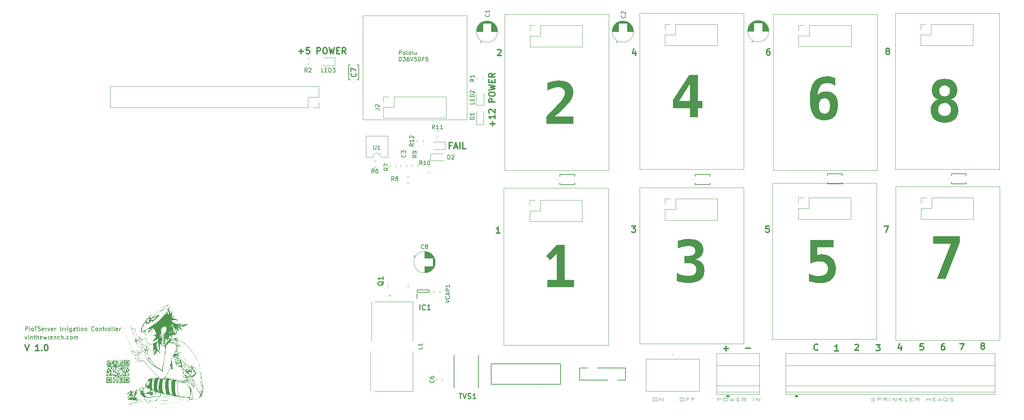
<source format=gbr>
%TF.GenerationSoftware,KiCad,Pcbnew,9.0.3*%
%TF.CreationDate,2025-07-15T13:26:13-05:00*%
%TF.ProjectId,Garden PCB,47617264-656e-4205-9043-422e6b696361,rev?*%
%TF.SameCoordinates,Original*%
%TF.FileFunction,Legend,Top*%
%TF.FilePolarity,Positive*%
%FSLAX46Y46*%
G04 Gerber Fmt 4.6, Leading zero omitted, Abs format (unit mm)*
G04 Created by KiCad (PCBNEW 9.0.3) date 2025-07-15 13:26:13*
%MOMM*%
%LPD*%
G01*
G04 APERTURE LIST*
%ADD10C,0.101600*%
%ADD11C,0.300000*%
%ADD12C,0.050000*%
%ADD13C,0.120000*%
%ADD14C,0.150000*%
%ADD15C,0.254000*%
%ADD16C,0.100000*%
%ADD17C,0.200000*%
%ADD18C,0.000000*%
G04 APERTURE END LIST*
D10*
X220384699Y-169612890D02*
X220670413Y-169612890D01*
X220670413Y-169612890D02*
X220813270Y-169649242D01*
X220813270Y-169649242D02*
X220956127Y-169721947D01*
X220956127Y-169721947D02*
X221027556Y-169867357D01*
X221027556Y-169867357D02*
X221027556Y-170121823D01*
X221027556Y-170121823D02*
X220956127Y-170267233D01*
X220956127Y-170267233D02*
X220813270Y-170339938D01*
X220813270Y-170339938D02*
X220670413Y-170376290D01*
X220670413Y-170376290D02*
X220384699Y-170376290D01*
X220384699Y-170376290D02*
X220241842Y-170339938D01*
X220241842Y-170339938D02*
X220098984Y-170267233D01*
X220098984Y-170267233D02*
X220027556Y-170121823D01*
X220027556Y-170121823D02*
X220027556Y-169867357D01*
X220027556Y-169867357D02*
X220098984Y-169721947D01*
X220098984Y-169721947D02*
X220241842Y-169649242D01*
X220241842Y-169649242D02*
X220384699Y-169612890D01*
X221670413Y-170376290D02*
X221670413Y-169612890D01*
X221670413Y-169612890D02*
X222527556Y-170376290D01*
X222527556Y-170376290D02*
X222527556Y-169612890D01*
X226956128Y-169612890D02*
X227241842Y-169612890D01*
X227241842Y-169612890D02*
X227384699Y-169649242D01*
X227384699Y-169649242D02*
X227527556Y-169721947D01*
X227527556Y-169721947D02*
X227598985Y-169867357D01*
X227598985Y-169867357D02*
X227598985Y-170121823D01*
X227598985Y-170121823D02*
X227527556Y-170267233D01*
X227527556Y-170267233D02*
X227384699Y-170339938D01*
X227384699Y-170339938D02*
X227241842Y-170376290D01*
X227241842Y-170376290D02*
X226956128Y-170376290D01*
X226956128Y-170376290D02*
X226813271Y-170339938D01*
X226813271Y-170339938D02*
X226670413Y-170267233D01*
X226670413Y-170267233D02*
X226598985Y-170121823D01*
X226598985Y-170121823D02*
X226598985Y-169867357D01*
X226598985Y-169867357D02*
X226670413Y-169721947D01*
X226670413Y-169721947D02*
X226813271Y-169649242D01*
X226813271Y-169649242D02*
X226956128Y-169612890D01*
X228741842Y-169976414D02*
X228241842Y-169976414D01*
X228241842Y-170376290D02*
X228241842Y-169612890D01*
X228241842Y-169612890D02*
X228956128Y-169612890D01*
X230027556Y-169976414D02*
X229527556Y-169976414D01*
X229527556Y-170376290D02*
X229527556Y-169612890D01*
X229527556Y-169612890D02*
X230241842Y-169612890D01*
D11*
X170859774Y-108040114D02*
X170359774Y-108040114D01*
X170359774Y-108825828D02*
X170359774Y-107325828D01*
X170359774Y-107325828D02*
X171074060Y-107325828D01*
X171574060Y-108397257D02*
X172288346Y-108397257D01*
X171431203Y-108825828D02*
X171931203Y-107325828D01*
X171931203Y-107325828D02*
X172431203Y-108825828D01*
X172931202Y-108825828D02*
X172931202Y-107325828D01*
X174359774Y-108825828D02*
X173645488Y-108825828D01*
X173645488Y-108825828D02*
X173645488Y-107325828D01*
X276536653Y-127700828D02*
X277536653Y-127700828D01*
X277536653Y-127700828D02*
X276893796Y-129200828D01*
X248368796Y-127700828D02*
X247654510Y-127700828D01*
X247654510Y-127700828D02*
X247583082Y-128415114D01*
X247583082Y-128415114D02*
X247654510Y-128343685D01*
X247654510Y-128343685D02*
X247797368Y-128272257D01*
X247797368Y-128272257D02*
X248154510Y-128272257D01*
X248154510Y-128272257D02*
X248297368Y-128343685D01*
X248297368Y-128343685D02*
X248368796Y-128415114D01*
X248368796Y-128415114D02*
X248440225Y-128557971D01*
X248440225Y-128557971D02*
X248440225Y-128915114D01*
X248440225Y-128915114D02*
X248368796Y-129057971D01*
X248368796Y-129057971D02*
X248297368Y-129129400D01*
X248297368Y-129129400D02*
X248154510Y-129200828D01*
X248154510Y-129200828D02*
X247797368Y-129200828D01*
X247797368Y-129200828D02*
X247654510Y-129129400D01*
X247654510Y-129129400D02*
X247583082Y-129057971D01*
X214886653Y-127700828D02*
X215815225Y-127700828D01*
X215815225Y-127700828D02*
X215315225Y-128272257D01*
X215315225Y-128272257D02*
X215529510Y-128272257D01*
X215529510Y-128272257D02*
X215672368Y-128343685D01*
X215672368Y-128343685D02*
X215743796Y-128415114D01*
X215743796Y-128415114D02*
X215815225Y-128557971D01*
X215815225Y-128557971D02*
X215815225Y-128915114D01*
X215815225Y-128915114D02*
X215743796Y-129057971D01*
X215743796Y-129057971D02*
X215672368Y-129129400D01*
X215672368Y-129129400D02*
X215529510Y-129200828D01*
X215529510Y-129200828D02*
X215100939Y-129200828D01*
X215100939Y-129200828D02*
X214958082Y-129129400D01*
X214958082Y-129129400D02*
X214886653Y-129057971D01*
X182715225Y-129400828D02*
X181858082Y-129400828D01*
X182286653Y-129400828D02*
X182286653Y-127900828D01*
X182286653Y-127900828D02*
X182143796Y-128115114D01*
X182143796Y-128115114D02*
X182000939Y-128257971D01*
X182000939Y-128257971D02*
X181858082Y-128329400D01*
X248522368Y-84425828D02*
X248236653Y-84425828D01*
X248236653Y-84425828D02*
X248093796Y-84497257D01*
X248093796Y-84497257D02*
X248022368Y-84568685D01*
X248022368Y-84568685D02*
X247879510Y-84782971D01*
X247879510Y-84782971D02*
X247808082Y-85068685D01*
X247808082Y-85068685D02*
X247808082Y-85640114D01*
X247808082Y-85640114D02*
X247879510Y-85782971D01*
X247879510Y-85782971D02*
X247950939Y-85854400D01*
X247950939Y-85854400D02*
X248093796Y-85925828D01*
X248093796Y-85925828D02*
X248379510Y-85925828D01*
X248379510Y-85925828D02*
X248522368Y-85854400D01*
X248522368Y-85854400D02*
X248593796Y-85782971D01*
X248593796Y-85782971D02*
X248665225Y-85640114D01*
X248665225Y-85640114D02*
X248665225Y-85282971D01*
X248665225Y-85282971D02*
X248593796Y-85140114D01*
X248593796Y-85140114D02*
X248522368Y-85068685D01*
X248522368Y-85068685D02*
X248379510Y-84997257D01*
X248379510Y-84997257D02*
X248093796Y-84997257D01*
X248093796Y-84997257D02*
X247950939Y-85068685D01*
X247950939Y-85068685D02*
X247879510Y-85140114D01*
X247879510Y-85140114D02*
X247808082Y-85282971D01*
X182133082Y-84718685D02*
X182204510Y-84647257D01*
X182204510Y-84647257D02*
X182347368Y-84575828D01*
X182347368Y-84575828D02*
X182704510Y-84575828D01*
X182704510Y-84575828D02*
X182847368Y-84647257D01*
X182847368Y-84647257D02*
X182918796Y-84718685D01*
X182918796Y-84718685D02*
X182990225Y-84861542D01*
X182990225Y-84861542D02*
X182990225Y-85004400D01*
X182990225Y-85004400D02*
X182918796Y-85218685D01*
X182918796Y-85218685D02*
X182061653Y-86075828D01*
X182061653Y-86075828D02*
X182990225Y-86075828D01*
X215772368Y-85025828D02*
X215772368Y-86025828D01*
X215415225Y-84454400D02*
X215058082Y-85525828D01*
X215058082Y-85525828D02*
X215986653Y-85525828D01*
X277218796Y-84918685D02*
X277075939Y-84847257D01*
X277075939Y-84847257D02*
X277004510Y-84775828D01*
X277004510Y-84775828D02*
X276933082Y-84632971D01*
X276933082Y-84632971D02*
X276933082Y-84561542D01*
X276933082Y-84561542D02*
X277004510Y-84418685D01*
X277004510Y-84418685D02*
X277075939Y-84347257D01*
X277075939Y-84347257D02*
X277218796Y-84275828D01*
X277218796Y-84275828D02*
X277504510Y-84275828D01*
X277504510Y-84275828D02*
X277647368Y-84347257D01*
X277647368Y-84347257D02*
X277718796Y-84418685D01*
X277718796Y-84418685D02*
X277790225Y-84561542D01*
X277790225Y-84561542D02*
X277790225Y-84632971D01*
X277790225Y-84632971D02*
X277718796Y-84775828D01*
X277718796Y-84775828D02*
X277647368Y-84847257D01*
X277647368Y-84847257D02*
X277504510Y-84918685D01*
X277504510Y-84918685D02*
X277218796Y-84918685D01*
X277218796Y-84918685D02*
X277075939Y-84990114D01*
X277075939Y-84990114D02*
X277004510Y-85061542D01*
X277004510Y-85061542D02*
X276933082Y-85204400D01*
X276933082Y-85204400D02*
X276933082Y-85490114D01*
X276933082Y-85490114D02*
X277004510Y-85632971D01*
X277004510Y-85632971D02*
X277075939Y-85704400D01*
X277075939Y-85704400D02*
X277218796Y-85775828D01*
X277218796Y-85775828D02*
X277504510Y-85775828D01*
X277504510Y-85775828D02*
X277647368Y-85704400D01*
X277647368Y-85704400D02*
X277718796Y-85632971D01*
X277718796Y-85632971D02*
X277790225Y-85490114D01*
X277790225Y-85490114D02*
X277790225Y-85204400D01*
X277790225Y-85204400D02*
X277718796Y-85061542D01*
X277718796Y-85061542D02*
X277647368Y-84990114D01*
X277647368Y-84990114D02*
X277504510Y-84918685D01*
X300418796Y-156893685D02*
X300275939Y-156822257D01*
X300275939Y-156822257D02*
X300204510Y-156750828D01*
X300204510Y-156750828D02*
X300133082Y-156607971D01*
X300133082Y-156607971D02*
X300133082Y-156536542D01*
X300133082Y-156536542D02*
X300204510Y-156393685D01*
X300204510Y-156393685D02*
X300275939Y-156322257D01*
X300275939Y-156322257D02*
X300418796Y-156250828D01*
X300418796Y-156250828D02*
X300704510Y-156250828D01*
X300704510Y-156250828D02*
X300847368Y-156322257D01*
X300847368Y-156322257D02*
X300918796Y-156393685D01*
X300918796Y-156393685D02*
X300990225Y-156536542D01*
X300990225Y-156536542D02*
X300990225Y-156607971D01*
X300990225Y-156607971D02*
X300918796Y-156750828D01*
X300918796Y-156750828D02*
X300847368Y-156822257D01*
X300847368Y-156822257D02*
X300704510Y-156893685D01*
X300704510Y-156893685D02*
X300418796Y-156893685D01*
X300418796Y-156893685D02*
X300275939Y-156965114D01*
X300275939Y-156965114D02*
X300204510Y-157036542D01*
X300204510Y-157036542D02*
X300133082Y-157179400D01*
X300133082Y-157179400D02*
X300133082Y-157465114D01*
X300133082Y-157465114D02*
X300204510Y-157607971D01*
X300204510Y-157607971D02*
X300275939Y-157679400D01*
X300275939Y-157679400D02*
X300418796Y-157750828D01*
X300418796Y-157750828D02*
X300704510Y-157750828D01*
X300704510Y-157750828D02*
X300847368Y-157679400D01*
X300847368Y-157679400D02*
X300918796Y-157607971D01*
X300918796Y-157607971D02*
X300990225Y-157465114D01*
X300990225Y-157465114D02*
X300990225Y-157179400D01*
X300990225Y-157179400D02*
X300918796Y-157036542D01*
X300918796Y-157036542D02*
X300847368Y-156965114D01*
X300847368Y-156965114D02*
X300704510Y-156893685D01*
X294936653Y-156375828D02*
X295936653Y-156375828D01*
X295936653Y-156375828D02*
X295293796Y-157875828D01*
X291172368Y-156450828D02*
X290886653Y-156450828D01*
X290886653Y-156450828D02*
X290743796Y-156522257D01*
X290743796Y-156522257D02*
X290672368Y-156593685D01*
X290672368Y-156593685D02*
X290529510Y-156807971D01*
X290529510Y-156807971D02*
X290458082Y-157093685D01*
X290458082Y-157093685D02*
X290458082Y-157665114D01*
X290458082Y-157665114D02*
X290529510Y-157807971D01*
X290529510Y-157807971D02*
X290600939Y-157879400D01*
X290600939Y-157879400D02*
X290743796Y-157950828D01*
X290743796Y-157950828D02*
X291029510Y-157950828D01*
X291029510Y-157950828D02*
X291172368Y-157879400D01*
X291172368Y-157879400D02*
X291243796Y-157807971D01*
X291243796Y-157807971D02*
X291315225Y-157665114D01*
X291315225Y-157665114D02*
X291315225Y-157307971D01*
X291315225Y-157307971D02*
X291243796Y-157165114D01*
X291243796Y-157165114D02*
X291172368Y-157093685D01*
X291172368Y-157093685D02*
X291029510Y-157022257D01*
X291029510Y-157022257D02*
X290743796Y-157022257D01*
X290743796Y-157022257D02*
X290600939Y-157093685D01*
X290600939Y-157093685D02*
X290529510Y-157165114D01*
X290529510Y-157165114D02*
X290458082Y-157307971D01*
X286043796Y-156450828D02*
X285329510Y-156450828D01*
X285329510Y-156450828D02*
X285258082Y-157165114D01*
X285258082Y-157165114D02*
X285329510Y-157093685D01*
X285329510Y-157093685D02*
X285472368Y-157022257D01*
X285472368Y-157022257D02*
X285829510Y-157022257D01*
X285829510Y-157022257D02*
X285972368Y-157093685D01*
X285972368Y-157093685D02*
X286043796Y-157165114D01*
X286043796Y-157165114D02*
X286115225Y-157307971D01*
X286115225Y-157307971D02*
X286115225Y-157665114D01*
X286115225Y-157665114D02*
X286043796Y-157807971D01*
X286043796Y-157807971D02*
X285972368Y-157879400D01*
X285972368Y-157879400D02*
X285829510Y-157950828D01*
X285829510Y-157950828D02*
X285472368Y-157950828D01*
X285472368Y-157950828D02*
X285329510Y-157879400D01*
X285329510Y-157879400D02*
X285258082Y-157807971D01*
D12*
X249225000Y-117250000D02*
X274625000Y-117250000D01*
X274625000Y-155350000D01*
X249225000Y-155350000D01*
X249225000Y-117250000D01*
D11*
X280622368Y-157000828D02*
X280622368Y-158000828D01*
X280265225Y-156429400D02*
X279908082Y-157500828D01*
X279908082Y-157500828D02*
X280836653Y-157500828D01*
X274536653Y-156625828D02*
X275465225Y-156625828D01*
X275465225Y-156625828D02*
X274965225Y-157197257D01*
X274965225Y-157197257D02*
X275179510Y-157197257D01*
X275179510Y-157197257D02*
X275322368Y-157268685D01*
X275322368Y-157268685D02*
X275393796Y-157340114D01*
X275393796Y-157340114D02*
X275465225Y-157482971D01*
X275465225Y-157482971D02*
X275465225Y-157840114D01*
X275465225Y-157840114D02*
X275393796Y-157982971D01*
X275393796Y-157982971D02*
X275322368Y-158054400D01*
X275322368Y-158054400D02*
X275179510Y-158125828D01*
X275179510Y-158125828D02*
X274750939Y-158125828D01*
X274750939Y-158125828D02*
X274608082Y-158054400D01*
X274608082Y-158054400D02*
X274536653Y-157982971D01*
X269358082Y-156693685D02*
X269429510Y-156622257D01*
X269429510Y-156622257D02*
X269572368Y-156550828D01*
X269572368Y-156550828D02*
X269929510Y-156550828D01*
X269929510Y-156550828D02*
X270072368Y-156622257D01*
X270072368Y-156622257D02*
X270143796Y-156693685D01*
X270143796Y-156693685D02*
X270215225Y-156836542D01*
X270215225Y-156836542D02*
X270215225Y-156979400D01*
X270215225Y-156979400D02*
X270143796Y-157193685D01*
X270143796Y-157193685D02*
X269286653Y-158050828D01*
X269286653Y-158050828D02*
X270215225Y-158050828D01*
X265290225Y-158175828D02*
X264433082Y-158175828D01*
X264861653Y-158175828D02*
X264861653Y-156675828D01*
X264861653Y-156675828D02*
X264718796Y-156890114D01*
X264718796Y-156890114D02*
X264575939Y-157032971D01*
X264575939Y-157032971D02*
X264433082Y-157104400D01*
G36*
X291949151Y-91768089D02*
G01*
X292559793Y-91915429D01*
X293078651Y-92148734D01*
X293520411Y-92465883D01*
X293883676Y-92867993D01*
X294143382Y-93331126D01*
X294304059Y-93867349D01*
X294360401Y-94493894D01*
X294312209Y-95050904D01*
X294175907Y-95519951D01*
X293957776Y-95917659D01*
X293655669Y-96266177D01*
X293269196Y-96552998D01*
X292784023Y-96779363D01*
X293320319Y-97005261D01*
X293765233Y-97318554D01*
X294131482Y-97723576D01*
X294395672Y-98194590D01*
X294559969Y-98746174D01*
X294617857Y-99397353D01*
X294557492Y-100110475D01*
X294386651Y-100712831D01*
X294113408Y-101224943D01*
X293735681Y-101661728D01*
X293274843Y-102002094D01*
X292718283Y-102255008D01*
X292046671Y-102416550D01*
X291235563Y-102474422D01*
X290414242Y-102417770D01*
X289762788Y-102262873D01*
X289186432Y-102001421D01*
X288728000Y-101661728D01*
X288350273Y-101224943D01*
X288077030Y-100712831D01*
X287906189Y-100110475D01*
X287845824Y-99397353D01*
X287857030Y-99223647D01*
X289693306Y-99223647D01*
X289743596Y-99688569D01*
X289885908Y-100071582D01*
X290117023Y-100390576D01*
X290324899Y-100563599D01*
X290589130Y-100703246D01*
X290885743Y-100790624D01*
X291228118Y-100821118D01*
X291677186Y-100769354D01*
X292043806Y-100622880D01*
X292346658Y-100383752D01*
X292576077Y-100076875D01*
X292719138Y-99695078D01*
X292770375Y-99216823D01*
X292720780Y-98771011D01*
X292579120Y-98396601D01*
X292346658Y-98077811D01*
X292133073Y-97899394D01*
X291873930Y-97762040D01*
X291582193Y-97677472D01*
X291228118Y-97647270D01*
X290779135Y-97698492D01*
X290415184Y-97842927D01*
X290117023Y-98077811D01*
X289886638Y-98384244D01*
X289744042Y-98759619D01*
X289693306Y-99223647D01*
X287857030Y-99223647D01*
X287878760Y-98886811D01*
X287970519Y-98463065D01*
X288125684Y-98072543D01*
X288339023Y-97716752D01*
X288701782Y-97317928D01*
X289152851Y-97006378D01*
X289707575Y-96779363D01*
X289208701Y-96555884D01*
X288815847Y-96271149D01*
X288512729Y-95924483D01*
X288289373Y-95513501D01*
X288151111Y-95039235D01*
X288119753Y-94681869D01*
X289922845Y-94681869D01*
X289964626Y-95060911D01*
X290083333Y-95375469D01*
X290277080Y-95639730D01*
X290533678Y-95837027D01*
X290845386Y-95958407D01*
X291228118Y-96001410D01*
X291620850Y-95958030D01*
X291936884Y-95836303D01*
X292193424Y-95639730D01*
X292383173Y-95375969D01*
X292499746Y-95061401D01*
X292540836Y-94681869D01*
X292498611Y-94283557D01*
X292381115Y-93967745D01*
X292193424Y-93715942D01*
X291942048Y-93528636D01*
X291626466Y-93411326D01*
X291228118Y-93369151D01*
X290844827Y-93411402D01*
X290533118Y-93530460D01*
X290277080Y-93723386D01*
X290084499Y-93979581D01*
X289965275Y-94293567D01*
X289922845Y-94681869D01*
X288119753Y-94681869D01*
X288102660Y-94487070D01*
X288158920Y-93864241D01*
X288319515Y-93330241D01*
X288579378Y-92868076D01*
X288943270Y-92465883D01*
X289381745Y-92148944D01*
X289898094Y-91915648D01*
X290507241Y-91768182D01*
X291228118Y-91715847D01*
X291949151Y-91768089D01*
G37*
D12*
X216830000Y-118350000D02*
X242230000Y-118350000D01*
X242230000Y-156450000D01*
X216830000Y-156450000D01*
X216830000Y-118350000D01*
D11*
G36*
X231035681Y-97129434D02*
G01*
X232174693Y-97129434D01*
X232174693Y-98886341D01*
X231035681Y-98886341D01*
X231035681Y-101122800D01*
X229070327Y-101122800D01*
X229070327Y-98886341D01*
X224958470Y-98886341D01*
X224958470Y-97129434D01*
X226451717Y-97129434D01*
X229070327Y-97129434D01*
X229070327Y-93031224D01*
X226451717Y-97129434D01*
X224958470Y-97129434D01*
X224958470Y-96899894D01*
X228889177Y-90753201D01*
X231035681Y-90753201D01*
X231035681Y-97129434D01*
G37*
G36*
X194048424Y-101222728D02*
G01*
X194090776Y-100999594D01*
X194222130Y-100792187D01*
X195160140Y-99792139D01*
X196382282Y-98479422D01*
X197090752Y-97715118D01*
X197562859Y-97194622D01*
X198007669Y-96649310D01*
X198312895Y-96145564D01*
X198486374Y-95673133D01*
X198542434Y-95208175D01*
X198492117Y-94782352D01*
X198350226Y-94439003D01*
X198118717Y-94159118D01*
X197814664Y-93954621D01*
X197426747Y-93824299D01*
X196931316Y-93776966D01*
X196348998Y-93828435D01*
X195701729Y-93992236D01*
X195003184Y-94260239D01*
X194271140Y-94631224D01*
X194271140Y-92721705D01*
X195062741Y-92464869D01*
X195729646Y-92304811D01*
X196441241Y-92199922D01*
X197118669Y-92165847D01*
X197859495Y-92213103D01*
X198531888Y-92350099D01*
X199152667Y-92589563D01*
X199681446Y-92930151D01*
X200075871Y-93330854D01*
X200371926Y-93812327D01*
X200553517Y-94365451D01*
X200618836Y-95054942D01*
X200567110Y-95617252D01*
X200410389Y-96173481D01*
X200109968Y-96773760D01*
X199709363Y-97360883D01*
X199000893Y-98153104D01*
X197688175Y-99486294D01*
X196889130Y-100240051D01*
X196417023Y-100604833D01*
X196055964Y-100916883D01*
X200633104Y-100916883D01*
X200633104Y-102722800D01*
X194048424Y-102722800D01*
X194048424Y-101222728D01*
G37*
D12*
X183650000Y-118430000D02*
X209200000Y-118430000D01*
X209200000Y-156750000D01*
X183650000Y-156750000D01*
X183650000Y-118430000D01*
D11*
X260286653Y-157857971D02*
X260215225Y-157929400D01*
X260215225Y-157929400D02*
X260000939Y-158000828D01*
X260000939Y-158000828D02*
X259858082Y-158000828D01*
X259858082Y-158000828D02*
X259643796Y-157929400D01*
X259643796Y-157929400D02*
X259500939Y-157786542D01*
X259500939Y-157786542D02*
X259429510Y-157643685D01*
X259429510Y-157643685D02*
X259358082Y-157357971D01*
X259358082Y-157357971D02*
X259358082Y-157143685D01*
X259358082Y-157143685D02*
X259429510Y-156857971D01*
X259429510Y-156857971D02*
X259500939Y-156715114D01*
X259500939Y-156715114D02*
X259643796Y-156572257D01*
X259643796Y-156572257D02*
X259858082Y-156500828D01*
X259858082Y-156500828D02*
X260000939Y-156500828D01*
X260000939Y-156500828D02*
X260215225Y-156572257D01*
X260215225Y-156572257D02*
X260286653Y-156643685D01*
D10*
X273302556Y-170314938D02*
X273516842Y-170351290D01*
X273516842Y-170351290D02*
X273873984Y-170351290D01*
X273873984Y-170351290D02*
X274016842Y-170314938D01*
X274016842Y-170314938D02*
X274088270Y-170278585D01*
X274088270Y-170278585D02*
X274159699Y-170205880D01*
X274159699Y-170205880D02*
X274159699Y-170133176D01*
X274159699Y-170133176D02*
X274088270Y-170060471D01*
X274088270Y-170060471D02*
X274016842Y-170024118D01*
X274016842Y-170024118D02*
X273873984Y-169987766D01*
X273873984Y-169987766D02*
X273588270Y-169951414D01*
X273588270Y-169951414D02*
X273445413Y-169915061D01*
X273445413Y-169915061D02*
X273373984Y-169878709D01*
X273373984Y-169878709D02*
X273302556Y-169806004D01*
X273302556Y-169806004D02*
X273302556Y-169733299D01*
X273302556Y-169733299D02*
X273373984Y-169660595D01*
X273373984Y-169660595D02*
X273445413Y-169624242D01*
X273445413Y-169624242D02*
X273588270Y-169587890D01*
X273588270Y-169587890D02*
X273945413Y-169587890D01*
X273945413Y-169587890D02*
X274159699Y-169624242D01*
X274802555Y-170351290D02*
X274802555Y-169587890D01*
X274802555Y-169587890D02*
X275373984Y-169587890D01*
X275373984Y-169587890D02*
X275516841Y-169624242D01*
X275516841Y-169624242D02*
X275588270Y-169660595D01*
X275588270Y-169660595D02*
X275659698Y-169733299D01*
X275659698Y-169733299D02*
X275659698Y-169842357D01*
X275659698Y-169842357D02*
X275588270Y-169915061D01*
X275588270Y-169915061D02*
X275516841Y-169951414D01*
X275516841Y-169951414D02*
X275373984Y-169987766D01*
X275373984Y-169987766D02*
X274802555Y-169987766D01*
X277159698Y-170351290D02*
X276659698Y-169987766D01*
X276302555Y-170351290D02*
X276302555Y-169587890D01*
X276302555Y-169587890D02*
X276873984Y-169587890D01*
X276873984Y-169587890D02*
X277016841Y-169624242D01*
X277016841Y-169624242D02*
X277088270Y-169660595D01*
X277088270Y-169660595D02*
X277159698Y-169733299D01*
X277159698Y-169733299D02*
X277159698Y-169842357D01*
X277159698Y-169842357D02*
X277088270Y-169915061D01*
X277088270Y-169915061D02*
X277016841Y-169951414D01*
X277016841Y-169951414D02*
X276873984Y-169987766D01*
X276873984Y-169987766D02*
X276302555Y-169987766D01*
X277802555Y-170351290D02*
X277802555Y-169587890D01*
X278516841Y-170351290D02*
X278516841Y-169587890D01*
X278516841Y-169587890D02*
X279373984Y-170351290D01*
X279373984Y-170351290D02*
X279373984Y-169587890D01*
X280088270Y-170351290D02*
X280088270Y-169587890D01*
X280945413Y-170351290D02*
X280302556Y-169915061D01*
X280945413Y-169587890D02*
X280088270Y-170024118D01*
X282302556Y-170351290D02*
X281588270Y-170351290D01*
X281588270Y-170351290D02*
X281588270Y-169587890D01*
X282802556Y-169951414D02*
X283302556Y-169951414D01*
X283516842Y-170351290D02*
X282802556Y-170351290D01*
X282802556Y-170351290D02*
X282802556Y-169587890D01*
X282802556Y-169587890D02*
X283516842Y-169587890D01*
X285016842Y-170351290D02*
X284516842Y-169987766D01*
X284159699Y-170351290D02*
X284159699Y-169587890D01*
X284159699Y-169587890D02*
X284731128Y-169587890D01*
X284731128Y-169587890D02*
X284873985Y-169624242D01*
X284873985Y-169624242D02*
X284945414Y-169660595D01*
X284945414Y-169660595D02*
X285016842Y-169733299D01*
X285016842Y-169733299D02*
X285016842Y-169842357D01*
X285016842Y-169842357D02*
X284945414Y-169915061D01*
X284945414Y-169915061D02*
X284873985Y-169951414D01*
X284873985Y-169951414D02*
X284731128Y-169987766D01*
X284731128Y-169987766D02*
X284159699Y-169987766D01*
X286802556Y-170351290D02*
X286802556Y-169587890D01*
X286802556Y-169951414D02*
X287659699Y-169951414D01*
X287659699Y-170351290D02*
X287659699Y-169587890D01*
X288373985Y-169951414D02*
X288873985Y-169951414D01*
X289088271Y-170351290D02*
X288373985Y-170351290D01*
X288373985Y-170351290D02*
X288373985Y-169587890D01*
X288373985Y-169587890D02*
X289088271Y-169587890D01*
X289659700Y-170133176D02*
X290373986Y-170133176D01*
X289516843Y-170351290D02*
X290016843Y-169587890D01*
X290016843Y-169587890D02*
X290516843Y-170351290D01*
X291016842Y-170351290D02*
X291016842Y-169587890D01*
X291016842Y-169587890D02*
X291373985Y-169587890D01*
X291373985Y-169587890D02*
X291588271Y-169624242D01*
X291588271Y-169624242D02*
X291731128Y-169696947D01*
X291731128Y-169696947D02*
X291802557Y-169769652D01*
X291802557Y-169769652D02*
X291873985Y-169915061D01*
X291873985Y-169915061D02*
X291873985Y-170024118D01*
X291873985Y-170024118D02*
X291802557Y-170169528D01*
X291802557Y-170169528D02*
X291731128Y-170242233D01*
X291731128Y-170242233D02*
X291588271Y-170314938D01*
X291588271Y-170314938D02*
X291373985Y-170351290D01*
X291373985Y-170351290D02*
X291016842Y-170351290D01*
X292445414Y-170314938D02*
X292659700Y-170351290D01*
X292659700Y-170351290D02*
X293016842Y-170351290D01*
X293016842Y-170351290D02*
X293159700Y-170314938D01*
X293159700Y-170314938D02*
X293231128Y-170278585D01*
X293231128Y-170278585D02*
X293302557Y-170205880D01*
X293302557Y-170205880D02*
X293302557Y-170133176D01*
X293302557Y-170133176D02*
X293231128Y-170060471D01*
X293231128Y-170060471D02*
X293159700Y-170024118D01*
X293159700Y-170024118D02*
X293016842Y-169987766D01*
X293016842Y-169987766D02*
X292731128Y-169951414D01*
X292731128Y-169951414D02*
X292588271Y-169915061D01*
X292588271Y-169915061D02*
X292516842Y-169878709D01*
X292516842Y-169878709D02*
X292445414Y-169806004D01*
X292445414Y-169806004D02*
X292445414Y-169733299D01*
X292445414Y-169733299D02*
X292516842Y-169660595D01*
X292516842Y-169660595D02*
X292588271Y-169624242D01*
X292588271Y-169624242D02*
X292731128Y-169587890D01*
X292731128Y-169587890D02*
X293088271Y-169587890D01*
X293088271Y-169587890D02*
X293302557Y-169624242D01*
X235753984Y-170421290D02*
X235753984Y-169657890D01*
X235753984Y-169657890D02*
X236325413Y-169657890D01*
X236325413Y-169657890D02*
X236468270Y-169694242D01*
X236468270Y-169694242D02*
X236539699Y-169730595D01*
X236539699Y-169730595D02*
X236611127Y-169803299D01*
X236611127Y-169803299D02*
X236611127Y-169912357D01*
X236611127Y-169912357D02*
X236539699Y-169985061D01*
X236539699Y-169985061D02*
X236468270Y-170021414D01*
X236468270Y-170021414D02*
X236325413Y-170057766D01*
X236325413Y-170057766D02*
X235753984Y-170057766D01*
X237539699Y-169657890D02*
X237825413Y-169657890D01*
X237825413Y-169657890D02*
X237968270Y-169694242D01*
X237968270Y-169694242D02*
X238111127Y-169766947D01*
X238111127Y-169766947D02*
X238182556Y-169912357D01*
X238182556Y-169912357D02*
X238182556Y-170166823D01*
X238182556Y-170166823D02*
X238111127Y-170312233D01*
X238111127Y-170312233D02*
X237968270Y-170384938D01*
X237968270Y-170384938D02*
X237825413Y-170421290D01*
X237825413Y-170421290D02*
X237539699Y-170421290D01*
X237539699Y-170421290D02*
X237396842Y-170384938D01*
X237396842Y-170384938D02*
X237253984Y-170312233D01*
X237253984Y-170312233D02*
X237182556Y-170166823D01*
X237182556Y-170166823D02*
X237182556Y-169912357D01*
X237182556Y-169912357D02*
X237253984Y-169766947D01*
X237253984Y-169766947D02*
X237396842Y-169694242D01*
X237396842Y-169694242D02*
X237539699Y-169657890D01*
X238682556Y-169657890D02*
X239039699Y-170421290D01*
X239039699Y-170421290D02*
X239325413Y-169876004D01*
X239325413Y-169876004D02*
X239611128Y-170421290D01*
X239611128Y-170421290D02*
X239968271Y-169657890D01*
X240539699Y-170021414D02*
X241039699Y-170021414D01*
X241253985Y-170421290D02*
X240539699Y-170421290D01*
X240539699Y-170421290D02*
X240539699Y-169657890D01*
X240539699Y-169657890D02*
X241253985Y-169657890D01*
X242753985Y-170421290D02*
X242253985Y-170057766D01*
X241896842Y-170421290D02*
X241896842Y-169657890D01*
X241896842Y-169657890D02*
X242468271Y-169657890D01*
X242468271Y-169657890D02*
X242611128Y-169694242D01*
X242611128Y-169694242D02*
X242682557Y-169730595D01*
X242682557Y-169730595D02*
X242753985Y-169803299D01*
X242753985Y-169803299D02*
X242753985Y-169912357D01*
X242753985Y-169912357D02*
X242682557Y-169985061D01*
X242682557Y-169985061D02*
X242611128Y-170021414D01*
X242611128Y-170021414D02*
X242468271Y-170057766D01*
X242468271Y-170057766D02*
X241896842Y-170057766D01*
X244539699Y-170421290D02*
X244539699Y-169657890D01*
X245253985Y-170421290D02*
X245253985Y-169657890D01*
X245253985Y-169657890D02*
X246111128Y-170421290D01*
X246111128Y-170421290D02*
X246111128Y-169657890D01*
D11*
X242664510Y-157529400D02*
X243807368Y-157529400D01*
X237354510Y-157589400D02*
X238497368Y-157589400D01*
X237925939Y-158160828D02*
X237925939Y-157017971D01*
X180919400Y-103280225D02*
X180919400Y-102137368D01*
X181490828Y-102708796D02*
X180347971Y-102708796D01*
X181490828Y-100637367D02*
X181490828Y-101494510D01*
X181490828Y-101065939D02*
X179990828Y-101065939D01*
X179990828Y-101065939D02*
X180205114Y-101208796D01*
X180205114Y-101208796D02*
X180347971Y-101351653D01*
X180347971Y-101351653D02*
X180419400Y-101494510D01*
X180133685Y-100065939D02*
X180062257Y-99994511D01*
X180062257Y-99994511D02*
X179990828Y-99851654D01*
X179990828Y-99851654D02*
X179990828Y-99494511D01*
X179990828Y-99494511D02*
X180062257Y-99351654D01*
X180062257Y-99351654D02*
X180133685Y-99280225D01*
X180133685Y-99280225D02*
X180276542Y-99208796D01*
X180276542Y-99208796D02*
X180419400Y-99208796D01*
X180419400Y-99208796D02*
X180633685Y-99280225D01*
X180633685Y-99280225D02*
X181490828Y-100137368D01*
X181490828Y-100137368D02*
X181490828Y-99208796D01*
X181490828Y-97423083D02*
X179990828Y-97423083D01*
X179990828Y-97423083D02*
X179990828Y-96851654D01*
X179990828Y-96851654D02*
X180062257Y-96708797D01*
X180062257Y-96708797D02*
X180133685Y-96637368D01*
X180133685Y-96637368D02*
X180276542Y-96565940D01*
X180276542Y-96565940D02*
X180490828Y-96565940D01*
X180490828Y-96565940D02*
X180633685Y-96637368D01*
X180633685Y-96637368D02*
X180705114Y-96708797D01*
X180705114Y-96708797D02*
X180776542Y-96851654D01*
X180776542Y-96851654D02*
X180776542Y-97423083D01*
X179990828Y-95637368D02*
X179990828Y-95351654D01*
X179990828Y-95351654D02*
X180062257Y-95208797D01*
X180062257Y-95208797D02*
X180205114Y-95065940D01*
X180205114Y-95065940D02*
X180490828Y-94994511D01*
X180490828Y-94994511D02*
X180990828Y-94994511D01*
X180990828Y-94994511D02*
X181276542Y-95065940D01*
X181276542Y-95065940D02*
X181419400Y-95208797D01*
X181419400Y-95208797D02*
X181490828Y-95351654D01*
X181490828Y-95351654D02*
X181490828Y-95637368D01*
X181490828Y-95637368D02*
X181419400Y-95780226D01*
X181419400Y-95780226D02*
X181276542Y-95923083D01*
X181276542Y-95923083D02*
X180990828Y-95994511D01*
X180990828Y-95994511D02*
X180490828Y-95994511D01*
X180490828Y-95994511D02*
X180205114Y-95923083D01*
X180205114Y-95923083D02*
X180062257Y-95780226D01*
X180062257Y-95780226D02*
X179990828Y-95637368D01*
X179990828Y-94494511D02*
X181490828Y-94137368D01*
X181490828Y-94137368D02*
X180419400Y-93851654D01*
X180419400Y-93851654D02*
X181490828Y-93565939D01*
X181490828Y-93565939D02*
X179990828Y-93208797D01*
X180705114Y-92637368D02*
X180705114Y-92137368D01*
X181490828Y-91923082D02*
X181490828Y-92637368D01*
X181490828Y-92637368D02*
X179990828Y-92637368D01*
X179990828Y-92637368D02*
X179990828Y-91923082D01*
X181490828Y-90423082D02*
X180776542Y-90923082D01*
X181490828Y-91280225D02*
X179990828Y-91280225D01*
X179990828Y-91280225D02*
X179990828Y-90708796D01*
X179990828Y-90708796D02*
X180062257Y-90565939D01*
X180062257Y-90565939D02*
X180133685Y-90494510D01*
X180133685Y-90494510D02*
X180276542Y-90423082D01*
X180276542Y-90423082D02*
X180490828Y-90423082D01*
X180490828Y-90423082D02*
X180633685Y-90494510D01*
X180633685Y-90494510D02*
X180705114Y-90565939D01*
X180705114Y-90565939D02*
X180776542Y-90708796D01*
X180776542Y-90708796D02*
X180776542Y-91280225D01*
X133644510Y-85059400D02*
X134787368Y-85059400D01*
X134215939Y-85630828D02*
X134215939Y-84487971D01*
X136215939Y-84130828D02*
X135501653Y-84130828D01*
X135501653Y-84130828D02*
X135430225Y-84845114D01*
X135430225Y-84845114D02*
X135501653Y-84773685D01*
X135501653Y-84773685D02*
X135644511Y-84702257D01*
X135644511Y-84702257D02*
X136001653Y-84702257D01*
X136001653Y-84702257D02*
X136144511Y-84773685D01*
X136144511Y-84773685D02*
X136215939Y-84845114D01*
X136215939Y-84845114D02*
X136287368Y-84987971D01*
X136287368Y-84987971D02*
X136287368Y-85345114D01*
X136287368Y-85345114D02*
X136215939Y-85487971D01*
X136215939Y-85487971D02*
X136144511Y-85559400D01*
X136144511Y-85559400D02*
X136001653Y-85630828D01*
X136001653Y-85630828D02*
X135644511Y-85630828D01*
X135644511Y-85630828D02*
X135501653Y-85559400D01*
X135501653Y-85559400D02*
X135430225Y-85487971D01*
X138073081Y-85630828D02*
X138073081Y-84130828D01*
X138073081Y-84130828D02*
X138644510Y-84130828D01*
X138644510Y-84130828D02*
X138787367Y-84202257D01*
X138787367Y-84202257D02*
X138858796Y-84273685D01*
X138858796Y-84273685D02*
X138930224Y-84416542D01*
X138930224Y-84416542D02*
X138930224Y-84630828D01*
X138930224Y-84630828D02*
X138858796Y-84773685D01*
X138858796Y-84773685D02*
X138787367Y-84845114D01*
X138787367Y-84845114D02*
X138644510Y-84916542D01*
X138644510Y-84916542D02*
X138073081Y-84916542D01*
X139858796Y-84130828D02*
X140144510Y-84130828D01*
X140144510Y-84130828D02*
X140287367Y-84202257D01*
X140287367Y-84202257D02*
X140430224Y-84345114D01*
X140430224Y-84345114D02*
X140501653Y-84630828D01*
X140501653Y-84630828D02*
X140501653Y-85130828D01*
X140501653Y-85130828D02*
X140430224Y-85416542D01*
X140430224Y-85416542D02*
X140287367Y-85559400D01*
X140287367Y-85559400D02*
X140144510Y-85630828D01*
X140144510Y-85630828D02*
X139858796Y-85630828D01*
X139858796Y-85630828D02*
X139715939Y-85559400D01*
X139715939Y-85559400D02*
X139573081Y-85416542D01*
X139573081Y-85416542D02*
X139501653Y-85130828D01*
X139501653Y-85130828D02*
X139501653Y-84630828D01*
X139501653Y-84630828D02*
X139573081Y-84345114D01*
X139573081Y-84345114D02*
X139715939Y-84202257D01*
X139715939Y-84202257D02*
X139858796Y-84130828D01*
X141001653Y-84130828D02*
X141358796Y-85630828D01*
X141358796Y-85630828D02*
X141644510Y-84559400D01*
X141644510Y-84559400D02*
X141930225Y-85630828D01*
X141930225Y-85630828D02*
X142287368Y-84130828D01*
X142858796Y-84845114D02*
X143358796Y-84845114D01*
X143573082Y-85630828D02*
X142858796Y-85630828D01*
X142858796Y-85630828D02*
X142858796Y-84130828D01*
X142858796Y-84130828D02*
X143573082Y-84130828D01*
X145073082Y-85630828D02*
X144573082Y-84916542D01*
X144215939Y-85630828D02*
X144215939Y-84130828D01*
X144215939Y-84130828D02*
X144787368Y-84130828D01*
X144787368Y-84130828D02*
X144930225Y-84202257D01*
X144930225Y-84202257D02*
X145001654Y-84273685D01*
X145001654Y-84273685D02*
X145073082Y-84416542D01*
X145073082Y-84416542D02*
X145073082Y-84630828D01*
X145073082Y-84630828D02*
X145001654Y-84773685D01*
X145001654Y-84773685D02*
X144930225Y-84845114D01*
X144930225Y-84845114D02*
X144787368Y-84916542D01*
X144787368Y-84916542D02*
X144215939Y-84916542D01*
X66790225Y-156625828D02*
X67290225Y-158125828D01*
X67290225Y-158125828D02*
X67790225Y-156625828D01*
X70218796Y-158125828D02*
X69361653Y-158125828D01*
X69790224Y-158125828D02*
X69790224Y-156625828D01*
X69790224Y-156625828D02*
X69647367Y-156840114D01*
X69647367Y-156840114D02*
X69504510Y-156982971D01*
X69504510Y-156982971D02*
X69361653Y-157054400D01*
X70861652Y-157982971D02*
X70933081Y-158054400D01*
X70933081Y-158054400D02*
X70861652Y-158125828D01*
X70861652Y-158125828D02*
X70790224Y-158054400D01*
X70790224Y-158054400D02*
X70861652Y-157982971D01*
X70861652Y-157982971D02*
X70861652Y-158125828D01*
X71861653Y-156625828D02*
X72004510Y-156625828D01*
X72004510Y-156625828D02*
X72147367Y-156697257D01*
X72147367Y-156697257D02*
X72218796Y-156768685D01*
X72218796Y-156768685D02*
X72290224Y-156911542D01*
X72290224Y-156911542D02*
X72361653Y-157197257D01*
X72361653Y-157197257D02*
X72361653Y-157554400D01*
X72361653Y-157554400D02*
X72290224Y-157840114D01*
X72290224Y-157840114D02*
X72218796Y-157982971D01*
X72218796Y-157982971D02*
X72147367Y-158054400D01*
X72147367Y-158054400D02*
X72004510Y-158125828D01*
X72004510Y-158125828D02*
X71861653Y-158125828D01*
X71861653Y-158125828D02*
X71718796Y-158054400D01*
X71718796Y-158054400D02*
X71647367Y-157982971D01*
X71647367Y-157982971D02*
X71575938Y-157840114D01*
X71575938Y-157840114D02*
X71504510Y-157554400D01*
X71504510Y-157554400D02*
X71504510Y-157197257D01*
X71504510Y-157197257D02*
X71575938Y-156911542D01*
X71575938Y-156911542D02*
X71647367Y-156768685D01*
X71647367Y-156768685D02*
X71718796Y-156697257D01*
X71718796Y-156697257D02*
X71861653Y-156625828D01*
D12*
X279300000Y-118080000D02*
X304700000Y-118080000D01*
X304700000Y-155530000D01*
X279300000Y-155530000D01*
X279300000Y-118080000D01*
X279200000Y-75700000D02*
X304600000Y-75700000D01*
X304600000Y-113800000D01*
X279200000Y-113800000D01*
X279200000Y-75700000D01*
X183850000Y-76000000D02*
X209250000Y-76000000D01*
X209250000Y-114100000D01*
X183850000Y-114100000D01*
X183850000Y-76000000D01*
X216800000Y-75700000D02*
X242200000Y-75700000D01*
X242200000Y-113800000D01*
X216800000Y-113800000D01*
X216800000Y-75700000D01*
X249450000Y-75950000D02*
X274850000Y-75950000D01*
X274850000Y-114050000D01*
X249450000Y-114050000D01*
X249450000Y-75950000D01*
D13*
X149250000Y-76300000D02*
X174650000Y-76300000D01*
X174650000Y-101700000D01*
X149250000Y-101700000D01*
X149250000Y-76300000D01*
D11*
G36*
X194275893Y-140806883D02*
G01*
X196567565Y-140806883D01*
X196567565Y-134354963D01*
X195011660Y-136042388D01*
X194039529Y-135028693D01*
X196581833Y-132243201D01*
X198560836Y-132243201D01*
X198560836Y-140806883D01*
X200853128Y-140806883D01*
X200853128Y-142612800D01*
X194275893Y-142612800D01*
X194275893Y-140806883D01*
G37*
G36*
X228834401Y-141594422D02*
G01*
X228077541Y-141562783D01*
X227306413Y-141462282D01*
X226584294Y-141305947D01*
X225847907Y-141080130D01*
X225847907Y-139177434D01*
X226522511Y-139465710D01*
X227258023Y-139670633D01*
X228035976Y-139802153D01*
X228737622Y-139843719D01*
X229182813Y-139819995D01*
X229557140Y-139753764D01*
X229897193Y-139633189D01*
X230175035Y-139462187D01*
X230438253Y-139173038D01*
X230598057Y-138816506D01*
X230654586Y-138371564D01*
X230597534Y-137897552D01*
X230435282Y-137508277D01*
X230168211Y-137184163D01*
X229916219Y-137007778D01*
X229594983Y-136868391D01*
X229234731Y-136784080D01*
X228792836Y-136753622D01*
X227695389Y-136753622D01*
X227695389Y-134947705D01*
X228792836Y-134947705D01*
X229290071Y-134909054D01*
X229678587Y-134803639D01*
X229980857Y-134641859D01*
X230211019Y-134415840D01*
X230348707Y-134136819D01*
X230397130Y-133787600D01*
X230348576Y-133423896D01*
X230210531Y-133130997D01*
X229980857Y-132891776D01*
X229693913Y-132724831D01*
X229303660Y-132613832D01*
X228779187Y-132572282D01*
X228191690Y-132607023D01*
X227542776Y-132718070D01*
X226875871Y-132895498D01*
X226160577Y-133141788D01*
X226160577Y-131280657D01*
X226881438Y-131087935D01*
X227570693Y-130946894D01*
X228253081Y-130863017D01*
X228897059Y-130835847D01*
X229737557Y-130887892D01*
X230428846Y-131032237D01*
X230995998Y-131255590D01*
X231459836Y-131551141D01*
X231860221Y-131941730D01*
X232142738Y-132391760D01*
X232316116Y-132913040D01*
X232376752Y-133523940D01*
X232345458Y-133956906D01*
X232255159Y-134343458D01*
X232094534Y-134699674D01*
X231848812Y-135030835D01*
X231462456Y-135368390D01*
X230968169Y-135626843D01*
X230341916Y-135801963D01*
X231050620Y-135996645D01*
X231605753Y-136292184D01*
X232036166Y-136684139D01*
X232350402Y-137168875D01*
X232548690Y-137769595D01*
X232619940Y-138517353D01*
X232554243Y-139248293D01*
X232368957Y-139857642D01*
X232072691Y-140369094D01*
X231661458Y-140799099D01*
X231167707Y-141125337D01*
X230550551Y-141373709D01*
X229783471Y-141535594D01*
X228834401Y-141594422D01*
G37*
G36*
X263066342Y-91156649D02*
G01*
X263561952Y-91233719D01*
X264074066Y-91362462D01*
X264603565Y-91546388D01*
X264603565Y-93408139D01*
X264069679Y-93130111D01*
X263555128Y-92935412D01*
X263065100Y-92820650D01*
X262575553Y-92782800D01*
X261988883Y-92842459D01*
X261511125Y-93009912D01*
X261118677Y-93278855D01*
X260797197Y-93657954D01*
X260543532Y-94169645D01*
X260366113Y-94847666D01*
X260283881Y-95734552D01*
X260666450Y-95324863D01*
X261117047Y-95053999D01*
X261641265Y-94894562D01*
X262325541Y-94831904D01*
X263017689Y-94892259D01*
X263593472Y-95062136D01*
X264075246Y-95332781D01*
X264478869Y-95706636D01*
X264795923Y-96163973D01*
X265033999Y-96723041D01*
X265187326Y-97404700D01*
X265242553Y-98234671D01*
X265187487Y-99052360D01*
X265030384Y-99766381D01*
X264759507Y-100412754D01*
X264388294Y-100936412D01*
X263928296Y-101341080D01*
X263377514Y-101635950D01*
X262717478Y-101821870D01*
X261922916Y-101888070D01*
X261322350Y-101851146D01*
X260799419Y-101746115D01*
X260342817Y-101579123D01*
X259925062Y-101336926D01*
X259554847Y-101016639D01*
X259228000Y-100610094D01*
X258959728Y-100143757D01*
X258737196Y-99590298D01*
X258564817Y-98936317D01*
X258480323Y-98353163D01*
X260547541Y-98353163D01*
X260572758Y-98814737D01*
X260641218Y-99179505D01*
X260757206Y-99506097D01*
X260901776Y-99755835D01*
X261104494Y-99973836D01*
X261342864Y-100120617D01*
X261613160Y-100206031D01*
X261916092Y-100235386D01*
X262218922Y-100206117D01*
X262491802Y-100120617D01*
X262734092Y-99972593D01*
X262943436Y-99749011D01*
X263129001Y-99410421D01*
X263251920Y-98958158D01*
X263297672Y-98359987D01*
X263252048Y-97761415D01*
X263129222Y-97306597D01*
X262943436Y-96964139D01*
X262675511Y-96696897D01*
X262338042Y-96535175D01*
X261908648Y-96477764D01*
X261578372Y-96510908D01*
X261314947Y-96603080D01*
X261089163Y-96753273D01*
X260901776Y-96956695D01*
X260715477Y-97303705D01*
X260592880Y-97759341D01*
X260547541Y-98353163D01*
X258480323Y-98353163D01*
X258414501Y-97898884D01*
X258360092Y-96644645D01*
X258424761Y-95312324D01*
X258602660Y-94223935D01*
X258807129Y-93545519D01*
X259076726Y-92962761D01*
X259408529Y-92463305D01*
X259859159Y-91993585D01*
X260383379Y-91627254D01*
X260991726Y-91358636D01*
X261699774Y-91189735D01*
X262527163Y-91130116D01*
X263066342Y-91156649D01*
G37*
D14*
X158111779Y-85834875D02*
X158111779Y-84834875D01*
X158111779Y-84834875D02*
X158492731Y-84834875D01*
X158492731Y-84834875D02*
X158587969Y-84882494D01*
X158587969Y-84882494D02*
X158635588Y-84930113D01*
X158635588Y-84930113D02*
X158683207Y-85025351D01*
X158683207Y-85025351D02*
X158683207Y-85168208D01*
X158683207Y-85168208D02*
X158635588Y-85263446D01*
X158635588Y-85263446D02*
X158587969Y-85311065D01*
X158587969Y-85311065D02*
X158492731Y-85358684D01*
X158492731Y-85358684D02*
X158111779Y-85358684D01*
X159254636Y-85834875D02*
X159159398Y-85787256D01*
X159159398Y-85787256D02*
X159111779Y-85739636D01*
X159111779Y-85739636D02*
X159064160Y-85644398D01*
X159064160Y-85644398D02*
X159064160Y-85358684D01*
X159064160Y-85358684D02*
X159111779Y-85263446D01*
X159111779Y-85263446D02*
X159159398Y-85215827D01*
X159159398Y-85215827D02*
X159254636Y-85168208D01*
X159254636Y-85168208D02*
X159397493Y-85168208D01*
X159397493Y-85168208D02*
X159492731Y-85215827D01*
X159492731Y-85215827D02*
X159540350Y-85263446D01*
X159540350Y-85263446D02*
X159587969Y-85358684D01*
X159587969Y-85358684D02*
X159587969Y-85644398D01*
X159587969Y-85644398D02*
X159540350Y-85739636D01*
X159540350Y-85739636D02*
X159492731Y-85787256D01*
X159492731Y-85787256D02*
X159397493Y-85834875D01*
X159397493Y-85834875D02*
X159254636Y-85834875D01*
X160159398Y-85834875D02*
X160064160Y-85787256D01*
X160064160Y-85787256D02*
X160016541Y-85692017D01*
X160016541Y-85692017D02*
X160016541Y-84834875D01*
X160683208Y-85834875D02*
X160587970Y-85787256D01*
X160587970Y-85787256D02*
X160540351Y-85739636D01*
X160540351Y-85739636D02*
X160492732Y-85644398D01*
X160492732Y-85644398D02*
X160492732Y-85358684D01*
X160492732Y-85358684D02*
X160540351Y-85263446D01*
X160540351Y-85263446D02*
X160587970Y-85215827D01*
X160587970Y-85215827D02*
X160683208Y-85168208D01*
X160683208Y-85168208D02*
X160826065Y-85168208D01*
X160826065Y-85168208D02*
X160921303Y-85215827D01*
X160921303Y-85215827D02*
X160968922Y-85263446D01*
X160968922Y-85263446D02*
X161016541Y-85358684D01*
X161016541Y-85358684D02*
X161016541Y-85644398D01*
X161016541Y-85644398D02*
X160968922Y-85739636D01*
X160968922Y-85739636D02*
X160921303Y-85787256D01*
X160921303Y-85787256D02*
X160826065Y-85834875D01*
X160826065Y-85834875D02*
X160683208Y-85834875D01*
X161587970Y-85834875D02*
X161492732Y-85787256D01*
X161492732Y-85787256D02*
X161445113Y-85692017D01*
X161445113Y-85692017D02*
X161445113Y-84834875D01*
X162397494Y-85168208D02*
X162397494Y-85834875D01*
X161968923Y-85168208D02*
X161968923Y-85692017D01*
X161968923Y-85692017D02*
X162016542Y-85787256D01*
X162016542Y-85787256D02*
X162111780Y-85834875D01*
X162111780Y-85834875D02*
X162254637Y-85834875D01*
X162254637Y-85834875D02*
X162349875Y-85787256D01*
X162349875Y-85787256D02*
X162397494Y-85739636D01*
X158111779Y-87444819D02*
X158111779Y-86444819D01*
X158111779Y-86444819D02*
X158349874Y-86444819D01*
X158349874Y-86444819D02*
X158492731Y-86492438D01*
X158492731Y-86492438D02*
X158587969Y-86587676D01*
X158587969Y-86587676D02*
X158635588Y-86682914D01*
X158635588Y-86682914D02*
X158683207Y-86873390D01*
X158683207Y-86873390D02*
X158683207Y-87016247D01*
X158683207Y-87016247D02*
X158635588Y-87206723D01*
X158635588Y-87206723D02*
X158587969Y-87301961D01*
X158587969Y-87301961D02*
X158492731Y-87397200D01*
X158492731Y-87397200D02*
X158349874Y-87444819D01*
X158349874Y-87444819D02*
X158111779Y-87444819D01*
X159016541Y-86444819D02*
X159635588Y-86444819D01*
X159635588Y-86444819D02*
X159302255Y-86825771D01*
X159302255Y-86825771D02*
X159445112Y-86825771D01*
X159445112Y-86825771D02*
X159540350Y-86873390D01*
X159540350Y-86873390D02*
X159587969Y-86921009D01*
X159587969Y-86921009D02*
X159635588Y-87016247D01*
X159635588Y-87016247D02*
X159635588Y-87254342D01*
X159635588Y-87254342D02*
X159587969Y-87349580D01*
X159587969Y-87349580D02*
X159540350Y-87397200D01*
X159540350Y-87397200D02*
X159445112Y-87444819D01*
X159445112Y-87444819D02*
X159159398Y-87444819D01*
X159159398Y-87444819D02*
X159064160Y-87397200D01*
X159064160Y-87397200D02*
X159016541Y-87349580D01*
X160492731Y-86444819D02*
X160302255Y-86444819D01*
X160302255Y-86444819D02*
X160207017Y-86492438D01*
X160207017Y-86492438D02*
X160159398Y-86540057D01*
X160159398Y-86540057D02*
X160064160Y-86682914D01*
X160064160Y-86682914D02*
X160016541Y-86873390D01*
X160016541Y-86873390D02*
X160016541Y-87254342D01*
X160016541Y-87254342D02*
X160064160Y-87349580D01*
X160064160Y-87349580D02*
X160111779Y-87397200D01*
X160111779Y-87397200D02*
X160207017Y-87444819D01*
X160207017Y-87444819D02*
X160397493Y-87444819D01*
X160397493Y-87444819D02*
X160492731Y-87397200D01*
X160492731Y-87397200D02*
X160540350Y-87349580D01*
X160540350Y-87349580D02*
X160587969Y-87254342D01*
X160587969Y-87254342D02*
X160587969Y-87016247D01*
X160587969Y-87016247D02*
X160540350Y-86921009D01*
X160540350Y-86921009D02*
X160492731Y-86873390D01*
X160492731Y-86873390D02*
X160397493Y-86825771D01*
X160397493Y-86825771D02*
X160207017Y-86825771D01*
X160207017Y-86825771D02*
X160111779Y-86873390D01*
X160111779Y-86873390D02*
X160064160Y-86921009D01*
X160064160Y-86921009D02*
X160016541Y-87016247D01*
X160873684Y-86444819D02*
X161207017Y-87444819D01*
X161207017Y-87444819D02*
X161540350Y-86444819D01*
X162349874Y-86444819D02*
X161873684Y-86444819D01*
X161873684Y-86444819D02*
X161826065Y-86921009D01*
X161826065Y-86921009D02*
X161873684Y-86873390D01*
X161873684Y-86873390D02*
X161968922Y-86825771D01*
X161968922Y-86825771D02*
X162207017Y-86825771D01*
X162207017Y-86825771D02*
X162302255Y-86873390D01*
X162302255Y-86873390D02*
X162349874Y-86921009D01*
X162349874Y-86921009D02*
X162397493Y-87016247D01*
X162397493Y-87016247D02*
X162397493Y-87254342D01*
X162397493Y-87254342D02*
X162349874Y-87349580D01*
X162349874Y-87349580D02*
X162302255Y-87397200D01*
X162302255Y-87397200D02*
X162207017Y-87444819D01*
X162207017Y-87444819D02*
X161968922Y-87444819D01*
X161968922Y-87444819D02*
X161873684Y-87397200D01*
X161873684Y-87397200D02*
X161826065Y-87349580D01*
X163016541Y-86444819D02*
X163111779Y-86444819D01*
X163111779Y-86444819D02*
X163207017Y-86492438D01*
X163207017Y-86492438D02*
X163254636Y-86540057D01*
X163254636Y-86540057D02*
X163302255Y-86635295D01*
X163302255Y-86635295D02*
X163349874Y-86825771D01*
X163349874Y-86825771D02*
X163349874Y-87063866D01*
X163349874Y-87063866D02*
X163302255Y-87254342D01*
X163302255Y-87254342D02*
X163254636Y-87349580D01*
X163254636Y-87349580D02*
X163207017Y-87397200D01*
X163207017Y-87397200D02*
X163111779Y-87444819D01*
X163111779Y-87444819D02*
X163016541Y-87444819D01*
X163016541Y-87444819D02*
X162921303Y-87397200D01*
X162921303Y-87397200D02*
X162873684Y-87349580D01*
X162873684Y-87349580D02*
X162826065Y-87254342D01*
X162826065Y-87254342D02*
X162778446Y-87063866D01*
X162778446Y-87063866D02*
X162778446Y-86825771D01*
X162778446Y-86825771D02*
X162826065Y-86635295D01*
X162826065Y-86635295D02*
X162873684Y-86540057D01*
X162873684Y-86540057D02*
X162921303Y-86492438D01*
X162921303Y-86492438D02*
X163016541Y-86444819D01*
X164111779Y-86921009D02*
X163778446Y-86921009D01*
X163778446Y-87444819D02*
X163778446Y-86444819D01*
X163778446Y-86444819D02*
X164254636Y-86444819D01*
X165111779Y-86444819D02*
X164635589Y-86444819D01*
X164635589Y-86444819D02*
X164587970Y-86921009D01*
X164587970Y-86921009D02*
X164635589Y-86873390D01*
X164635589Y-86873390D02*
X164730827Y-86825771D01*
X164730827Y-86825771D02*
X164968922Y-86825771D01*
X164968922Y-86825771D02*
X165064160Y-86873390D01*
X165064160Y-86873390D02*
X165111779Y-86921009D01*
X165111779Y-86921009D02*
X165159398Y-87016247D01*
X165159398Y-87016247D02*
X165159398Y-87254342D01*
X165159398Y-87254342D02*
X165111779Y-87349580D01*
X165111779Y-87349580D02*
X165064160Y-87397200D01*
X165064160Y-87397200D02*
X164968922Y-87444819D01*
X164968922Y-87444819D02*
X164730827Y-87444819D01*
X164730827Y-87444819D02*
X164635589Y-87397200D01*
X164635589Y-87397200D02*
X164587970Y-87349580D01*
D11*
G36*
X260851788Y-141624422D02*
G01*
X260212800Y-141596505D01*
X259532247Y-141513375D01*
X258834323Y-141370688D01*
X258143223Y-141179612D01*
X258143223Y-139332130D01*
X258733201Y-139582762D01*
X259330624Y-139755847D01*
X259921910Y-139864859D01*
X260539118Y-139901636D01*
X261262447Y-139841296D01*
X261798953Y-139679986D01*
X262192422Y-139436353D01*
X262500898Y-139087175D01*
X262688662Y-138657841D01*
X262755104Y-138123636D01*
X262689183Y-137560215D01*
X262505690Y-137119666D01*
X262209793Y-136773075D01*
X261820213Y-136523076D01*
X261319951Y-136362599D01*
X260678083Y-136304070D01*
X260160688Y-136335709D01*
X259608553Y-136436211D01*
X259028501Y-136616740D01*
X258490634Y-136845659D01*
X258490634Y-131053201D01*
X264123035Y-131053201D01*
X264123035Y-132859118D01*
X260150142Y-132859118D01*
X260150142Y-134782906D01*
X260372237Y-134710322D01*
X260684907Y-134637118D01*
X260983928Y-134606099D01*
X261303422Y-134595552D01*
X262022458Y-134658229D01*
X262685622Y-134842462D01*
X263289133Y-135147039D01*
X263796717Y-135560859D01*
X264194800Y-136061215D01*
X264498363Y-136665130D01*
X264683631Y-137336427D01*
X264748375Y-138109987D01*
X264678823Y-138913497D01*
X264481335Y-139596245D01*
X264164104Y-140180788D01*
X263723512Y-140683310D01*
X263188338Y-141078561D01*
X262546444Y-141371364D01*
X261776578Y-141557805D01*
X260851788Y-141624422D01*
G37*
D14*
X66911779Y-153244819D02*
X66911779Y-152244819D01*
X66911779Y-152244819D02*
X67292731Y-152244819D01*
X67292731Y-152244819D02*
X67387969Y-152292438D01*
X67387969Y-152292438D02*
X67435588Y-152340057D01*
X67435588Y-152340057D02*
X67483207Y-152435295D01*
X67483207Y-152435295D02*
X67483207Y-152578152D01*
X67483207Y-152578152D02*
X67435588Y-152673390D01*
X67435588Y-152673390D02*
X67387969Y-152721009D01*
X67387969Y-152721009D02*
X67292731Y-152768628D01*
X67292731Y-152768628D02*
X66911779Y-152768628D01*
X67911779Y-153244819D02*
X67911779Y-152578152D01*
X67911779Y-152244819D02*
X67864160Y-152292438D01*
X67864160Y-152292438D02*
X67911779Y-152340057D01*
X67911779Y-152340057D02*
X67959398Y-152292438D01*
X67959398Y-152292438D02*
X67911779Y-152244819D01*
X67911779Y-152244819D02*
X67911779Y-152340057D01*
X68530826Y-153244819D02*
X68435588Y-153197200D01*
X68435588Y-153197200D02*
X68387969Y-153149580D01*
X68387969Y-153149580D02*
X68340350Y-153054342D01*
X68340350Y-153054342D02*
X68340350Y-152768628D01*
X68340350Y-152768628D02*
X68387969Y-152673390D01*
X68387969Y-152673390D02*
X68435588Y-152625771D01*
X68435588Y-152625771D02*
X68530826Y-152578152D01*
X68530826Y-152578152D02*
X68673683Y-152578152D01*
X68673683Y-152578152D02*
X68768921Y-152625771D01*
X68768921Y-152625771D02*
X68816540Y-152673390D01*
X68816540Y-152673390D02*
X68864159Y-152768628D01*
X68864159Y-152768628D02*
X68864159Y-153054342D01*
X68864159Y-153054342D02*
X68816540Y-153149580D01*
X68816540Y-153149580D02*
X68768921Y-153197200D01*
X68768921Y-153197200D02*
X68673683Y-153244819D01*
X68673683Y-153244819D02*
X68530826Y-153244819D01*
X69149874Y-152244819D02*
X69721302Y-152244819D01*
X69435588Y-153244819D02*
X69435588Y-152244819D01*
X70007017Y-153197200D02*
X70149874Y-153244819D01*
X70149874Y-153244819D02*
X70387969Y-153244819D01*
X70387969Y-153244819D02*
X70483207Y-153197200D01*
X70483207Y-153197200D02*
X70530826Y-153149580D01*
X70530826Y-153149580D02*
X70578445Y-153054342D01*
X70578445Y-153054342D02*
X70578445Y-152959104D01*
X70578445Y-152959104D02*
X70530826Y-152863866D01*
X70530826Y-152863866D02*
X70483207Y-152816247D01*
X70483207Y-152816247D02*
X70387969Y-152768628D01*
X70387969Y-152768628D02*
X70197493Y-152721009D01*
X70197493Y-152721009D02*
X70102255Y-152673390D01*
X70102255Y-152673390D02*
X70054636Y-152625771D01*
X70054636Y-152625771D02*
X70007017Y-152530533D01*
X70007017Y-152530533D02*
X70007017Y-152435295D01*
X70007017Y-152435295D02*
X70054636Y-152340057D01*
X70054636Y-152340057D02*
X70102255Y-152292438D01*
X70102255Y-152292438D02*
X70197493Y-152244819D01*
X70197493Y-152244819D02*
X70435588Y-152244819D01*
X70435588Y-152244819D02*
X70578445Y-152292438D01*
X71387969Y-153197200D02*
X71292731Y-153244819D01*
X71292731Y-153244819D02*
X71102255Y-153244819D01*
X71102255Y-153244819D02*
X71007017Y-153197200D01*
X71007017Y-153197200D02*
X70959398Y-153101961D01*
X70959398Y-153101961D02*
X70959398Y-152721009D01*
X70959398Y-152721009D02*
X71007017Y-152625771D01*
X71007017Y-152625771D02*
X71102255Y-152578152D01*
X71102255Y-152578152D02*
X71292731Y-152578152D01*
X71292731Y-152578152D02*
X71387969Y-152625771D01*
X71387969Y-152625771D02*
X71435588Y-152721009D01*
X71435588Y-152721009D02*
X71435588Y-152816247D01*
X71435588Y-152816247D02*
X70959398Y-152911485D01*
X71864160Y-153244819D02*
X71864160Y-152578152D01*
X71864160Y-152768628D02*
X71911779Y-152673390D01*
X71911779Y-152673390D02*
X71959398Y-152625771D01*
X71959398Y-152625771D02*
X72054636Y-152578152D01*
X72054636Y-152578152D02*
X72149874Y-152578152D01*
X72387970Y-152578152D02*
X72626065Y-153244819D01*
X72626065Y-153244819D02*
X72864160Y-152578152D01*
X73626065Y-153197200D02*
X73530827Y-153244819D01*
X73530827Y-153244819D02*
X73340351Y-153244819D01*
X73340351Y-153244819D02*
X73245113Y-153197200D01*
X73245113Y-153197200D02*
X73197494Y-153101961D01*
X73197494Y-153101961D02*
X73197494Y-152721009D01*
X73197494Y-152721009D02*
X73245113Y-152625771D01*
X73245113Y-152625771D02*
X73340351Y-152578152D01*
X73340351Y-152578152D02*
X73530827Y-152578152D01*
X73530827Y-152578152D02*
X73626065Y-152625771D01*
X73626065Y-152625771D02*
X73673684Y-152721009D01*
X73673684Y-152721009D02*
X73673684Y-152816247D01*
X73673684Y-152816247D02*
X73197494Y-152911485D01*
X74102256Y-153244819D02*
X74102256Y-152578152D01*
X74102256Y-152768628D02*
X74149875Y-152673390D01*
X74149875Y-152673390D02*
X74197494Y-152625771D01*
X74197494Y-152625771D02*
X74292732Y-152578152D01*
X74292732Y-152578152D02*
X74387970Y-152578152D01*
X75483209Y-153244819D02*
X75483209Y-152244819D01*
X75959399Y-153244819D02*
X75959399Y-152578152D01*
X75959399Y-152768628D02*
X76007018Y-152673390D01*
X76007018Y-152673390D02*
X76054637Y-152625771D01*
X76054637Y-152625771D02*
X76149875Y-152578152D01*
X76149875Y-152578152D02*
X76245113Y-152578152D01*
X76578447Y-153244819D02*
X76578447Y-152578152D01*
X76578447Y-152768628D02*
X76626066Y-152673390D01*
X76626066Y-152673390D02*
X76673685Y-152625771D01*
X76673685Y-152625771D02*
X76768923Y-152578152D01*
X76768923Y-152578152D02*
X76864161Y-152578152D01*
X77197495Y-153244819D02*
X77197495Y-152578152D01*
X77197495Y-152244819D02*
X77149876Y-152292438D01*
X77149876Y-152292438D02*
X77197495Y-152340057D01*
X77197495Y-152340057D02*
X77245114Y-152292438D01*
X77245114Y-152292438D02*
X77197495Y-152244819D01*
X77197495Y-152244819D02*
X77197495Y-152340057D01*
X78102256Y-152578152D02*
X78102256Y-153387676D01*
X78102256Y-153387676D02*
X78054637Y-153482914D01*
X78054637Y-153482914D02*
X78007018Y-153530533D01*
X78007018Y-153530533D02*
X77911780Y-153578152D01*
X77911780Y-153578152D02*
X77768923Y-153578152D01*
X77768923Y-153578152D02*
X77673685Y-153530533D01*
X78102256Y-153197200D02*
X78007018Y-153244819D01*
X78007018Y-153244819D02*
X77816542Y-153244819D01*
X77816542Y-153244819D02*
X77721304Y-153197200D01*
X77721304Y-153197200D02*
X77673685Y-153149580D01*
X77673685Y-153149580D02*
X77626066Y-153054342D01*
X77626066Y-153054342D02*
X77626066Y-152768628D01*
X77626066Y-152768628D02*
X77673685Y-152673390D01*
X77673685Y-152673390D02*
X77721304Y-152625771D01*
X77721304Y-152625771D02*
X77816542Y-152578152D01*
X77816542Y-152578152D02*
X78007018Y-152578152D01*
X78007018Y-152578152D02*
X78102256Y-152625771D01*
X79007018Y-153244819D02*
X79007018Y-152721009D01*
X79007018Y-152721009D02*
X78959399Y-152625771D01*
X78959399Y-152625771D02*
X78864161Y-152578152D01*
X78864161Y-152578152D02*
X78673685Y-152578152D01*
X78673685Y-152578152D02*
X78578447Y-152625771D01*
X79007018Y-153197200D02*
X78911780Y-153244819D01*
X78911780Y-153244819D02*
X78673685Y-153244819D01*
X78673685Y-153244819D02*
X78578447Y-153197200D01*
X78578447Y-153197200D02*
X78530828Y-153101961D01*
X78530828Y-153101961D02*
X78530828Y-153006723D01*
X78530828Y-153006723D02*
X78578447Y-152911485D01*
X78578447Y-152911485D02*
X78673685Y-152863866D01*
X78673685Y-152863866D02*
X78911780Y-152863866D01*
X78911780Y-152863866D02*
X79007018Y-152816247D01*
X79340352Y-152578152D02*
X79721304Y-152578152D01*
X79483209Y-152244819D02*
X79483209Y-153101961D01*
X79483209Y-153101961D02*
X79530828Y-153197200D01*
X79530828Y-153197200D02*
X79626066Y-153244819D01*
X79626066Y-153244819D02*
X79721304Y-153244819D01*
X80054638Y-153244819D02*
X80054638Y-152578152D01*
X80054638Y-152244819D02*
X80007019Y-152292438D01*
X80007019Y-152292438D02*
X80054638Y-152340057D01*
X80054638Y-152340057D02*
X80102257Y-152292438D01*
X80102257Y-152292438D02*
X80054638Y-152244819D01*
X80054638Y-152244819D02*
X80054638Y-152340057D01*
X80673685Y-153244819D02*
X80578447Y-153197200D01*
X80578447Y-153197200D02*
X80530828Y-153149580D01*
X80530828Y-153149580D02*
X80483209Y-153054342D01*
X80483209Y-153054342D02*
X80483209Y-152768628D01*
X80483209Y-152768628D02*
X80530828Y-152673390D01*
X80530828Y-152673390D02*
X80578447Y-152625771D01*
X80578447Y-152625771D02*
X80673685Y-152578152D01*
X80673685Y-152578152D02*
X80816542Y-152578152D01*
X80816542Y-152578152D02*
X80911780Y-152625771D01*
X80911780Y-152625771D02*
X80959399Y-152673390D01*
X80959399Y-152673390D02*
X81007018Y-152768628D01*
X81007018Y-152768628D02*
X81007018Y-153054342D01*
X81007018Y-153054342D02*
X80959399Y-153149580D01*
X80959399Y-153149580D02*
X80911780Y-153197200D01*
X80911780Y-153197200D02*
X80816542Y-153244819D01*
X80816542Y-153244819D02*
X80673685Y-153244819D01*
X81435590Y-152578152D02*
X81435590Y-153244819D01*
X81435590Y-152673390D02*
X81483209Y-152625771D01*
X81483209Y-152625771D02*
X81578447Y-152578152D01*
X81578447Y-152578152D02*
X81721304Y-152578152D01*
X81721304Y-152578152D02*
X81816542Y-152625771D01*
X81816542Y-152625771D02*
X81864161Y-152721009D01*
X81864161Y-152721009D02*
X81864161Y-153244819D01*
X83673685Y-153149580D02*
X83626066Y-153197200D01*
X83626066Y-153197200D02*
X83483209Y-153244819D01*
X83483209Y-153244819D02*
X83387971Y-153244819D01*
X83387971Y-153244819D02*
X83245114Y-153197200D01*
X83245114Y-153197200D02*
X83149876Y-153101961D01*
X83149876Y-153101961D02*
X83102257Y-153006723D01*
X83102257Y-153006723D02*
X83054638Y-152816247D01*
X83054638Y-152816247D02*
X83054638Y-152673390D01*
X83054638Y-152673390D02*
X83102257Y-152482914D01*
X83102257Y-152482914D02*
X83149876Y-152387676D01*
X83149876Y-152387676D02*
X83245114Y-152292438D01*
X83245114Y-152292438D02*
X83387971Y-152244819D01*
X83387971Y-152244819D02*
X83483209Y-152244819D01*
X83483209Y-152244819D02*
X83626066Y-152292438D01*
X83626066Y-152292438D02*
X83673685Y-152340057D01*
X84245114Y-153244819D02*
X84149876Y-153197200D01*
X84149876Y-153197200D02*
X84102257Y-153149580D01*
X84102257Y-153149580D02*
X84054638Y-153054342D01*
X84054638Y-153054342D02*
X84054638Y-152768628D01*
X84054638Y-152768628D02*
X84102257Y-152673390D01*
X84102257Y-152673390D02*
X84149876Y-152625771D01*
X84149876Y-152625771D02*
X84245114Y-152578152D01*
X84245114Y-152578152D02*
X84387971Y-152578152D01*
X84387971Y-152578152D02*
X84483209Y-152625771D01*
X84483209Y-152625771D02*
X84530828Y-152673390D01*
X84530828Y-152673390D02*
X84578447Y-152768628D01*
X84578447Y-152768628D02*
X84578447Y-153054342D01*
X84578447Y-153054342D02*
X84530828Y-153149580D01*
X84530828Y-153149580D02*
X84483209Y-153197200D01*
X84483209Y-153197200D02*
X84387971Y-153244819D01*
X84387971Y-153244819D02*
X84245114Y-153244819D01*
X85007019Y-152578152D02*
X85007019Y-153244819D01*
X85007019Y-152673390D02*
X85054638Y-152625771D01*
X85054638Y-152625771D02*
X85149876Y-152578152D01*
X85149876Y-152578152D02*
X85292733Y-152578152D01*
X85292733Y-152578152D02*
X85387971Y-152625771D01*
X85387971Y-152625771D02*
X85435590Y-152721009D01*
X85435590Y-152721009D02*
X85435590Y-153244819D01*
X85768924Y-152578152D02*
X86149876Y-152578152D01*
X85911781Y-152244819D02*
X85911781Y-153101961D01*
X85911781Y-153101961D02*
X85959400Y-153197200D01*
X85959400Y-153197200D02*
X86054638Y-153244819D01*
X86054638Y-153244819D02*
X86149876Y-153244819D01*
X86483210Y-153244819D02*
X86483210Y-152578152D01*
X86483210Y-152768628D02*
X86530829Y-152673390D01*
X86530829Y-152673390D02*
X86578448Y-152625771D01*
X86578448Y-152625771D02*
X86673686Y-152578152D01*
X86673686Y-152578152D02*
X86768924Y-152578152D01*
X87245115Y-153244819D02*
X87149877Y-153197200D01*
X87149877Y-153197200D02*
X87102258Y-153149580D01*
X87102258Y-153149580D02*
X87054639Y-153054342D01*
X87054639Y-153054342D02*
X87054639Y-152768628D01*
X87054639Y-152768628D02*
X87102258Y-152673390D01*
X87102258Y-152673390D02*
X87149877Y-152625771D01*
X87149877Y-152625771D02*
X87245115Y-152578152D01*
X87245115Y-152578152D02*
X87387972Y-152578152D01*
X87387972Y-152578152D02*
X87483210Y-152625771D01*
X87483210Y-152625771D02*
X87530829Y-152673390D01*
X87530829Y-152673390D02*
X87578448Y-152768628D01*
X87578448Y-152768628D02*
X87578448Y-153054342D01*
X87578448Y-153054342D02*
X87530829Y-153149580D01*
X87530829Y-153149580D02*
X87483210Y-153197200D01*
X87483210Y-153197200D02*
X87387972Y-153244819D01*
X87387972Y-153244819D02*
X87245115Y-153244819D01*
X88149877Y-153244819D02*
X88054639Y-153197200D01*
X88054639Y-153197200D02*
X88007020Y-153101961D01*
X88007020Y-153101961D02*
X88007020Y-152244819D01*
X88673687Y-153244819D02*
X88578449Y-153197200D01*
X88578449Y-153197200D02*
X88530830Y-153101961D01*
X88530830Y-153101961D02*
X88530830Y-152244819D01*
X89435592Y-153197200D02*
X89340354Y-153244819D01*
X89340354Y-153244819D02*
X89149878Y-153244819D01*
X89149878Y-153244819D02*
X89054640Y-153197200D01*
X89054640Y-153197200D02*
X89007021Y-153101961D01*
X89007021Y-153101961D02*
X89007021Y-152721009D01*
X89007021Y-152721009D02*
X89054640Y-152625771D01*
X89054640Y-152625771D02*
X89149878Y-152578152D01*
X89149878Y-152578152D02*
X89340354Y-152578152D01*
X89340354Y-152578152D02*
X89435592Y-152625771D01*
X89435592Y-152625771D02*
X89483211Y-152721009D01*
X89483211Y-152721009D02*
X89483211Y-152816247D01*
X89483211Y-152816247D02*
X89007021Y-152911485D01*
X89911783Y-153244819D02*
X89911783Y-152578152D01*
X89911783Y-152768628D02*
X89959402Y-152673390D01*
X89959402Y-152673390D02*
X90007021Y-152625771D01*
X90007021Y-152625771D02*
X90102259Y-152578152D01*
X90102259Y-152578152D02*
X90197497Y-152578152D01*
X66816541Y-154603152D02*
X67054636Y-155269819D01*
X67054636Y-155269819D02*
X67292731Y-154603152D01*
X67673684Y-155269819D02*
X67673684Y-154603152D01*
X67673684Y-154269819D02*
X67626065Y-154317438D01*
X67626065Y-154317438D02*
X67673684Y-154365057D01*
X67673684Y-154365057D02*
X67721303Y-154317438D01*
X67721303Y-154317438D02*
X67673684Y-154269819D01*
X67673684Y-154269819D02*
X67673684Y-154365057D01*
X68149874Y-154603152D02*
X68149874Y-155269819D01*
X68149874Y-154698390D02*
X68197493Y-154650771D01*
X68197493Y-154650771D02*
X68292731Y-154603152D01*
X68292731Y-154603152D02*
X68435588Y-154603152D01*
X68435588Y-154603152D02*
X68530826Y-154650771D01*
X68530826Y-154650771D02*
X68578445Y-154746009D01*
X68578445Y-154746009D02*
X68578445Y-155269819D01*
X68911779Y-154603152D02*
X69292731Y-154603152D01*
X69054636Y-154269819D02*
X69054636Y-155126961D01*
X69054636Y-155126961D02*
X69102255Y-155222200D01*
X69102255Y-155222200D02*
X69197493Y-155269819D01*
X69197493Y-155269819D02*
X69292731Y-155269819D01*
X69626065Y-155269819D02*
X69626065Y-154269819D01*
X70054636Y-155269819D02*
X70054636Y-154746009D01*
X70054636Y-154746009D02*
X70007017Y-154650771D01*
X70007017Y-154650771D02*
X69911779Y-154603152D01*
X69911779Y-154603152D02*
X69768922Y-154603152D01*
X69768922Y-154603152D02*
X69673684Y-154650771D01*
X69673684Y-154650771D02*
X69626065Y-154698390D01*
X70911779Y-155222200D02*
X70816541Y-155269819D01*
X70816541Y-155269819D02*
X70626065Y-155269819D01*
X70626065Y-155269819D02*
X70530827Y-155222200D01*
X70530827Y-155222200D02*
X70483208Y-155126961D01*
X70483208Y-155126961D02*
X70483208Y-154746009D01*
X70483208Y-154746009D02*
X70530827Y-154650771D01*
X70530827Y-154650771D02*
X70626065Y-154603152D01*
X70626065Y-154603152D02*
X70816541Y-154603152D01*
X70816541Y-154603152D02*
X70911779Y-154650771D01*
X70911779Y-154650771D02*
X70959398Y-154746009D01*
X70959398Y-154746009D02*
X70959398Y-154841247D01*
X70959398Y-154841247D02*
X70483208Y-154936485D01*
X71292732Y-154603152D02*
X71483208Y-155269819D01*
X71483208Y-155269819D02*
X71673684Y-154793628D01*
X71673684Y-154793628D02*
X71864160Y-155269819D01*
X71864160Y-155269819D02*
X72054636Y-154603152D01*
X72435589Y-155269819D02*
X72435589Y-154603152D01*
X72435589Y-154793628D02*
X72483208Y-154698390D01*
X72483208Y-154698390D02*
X72530827Y-154650771D01*
X72530827Y-154650771D02*
X72626065Y-154603152D01*
X72626065Y-154603152D02*
X72721303Y-154603152D01*
X73435589Y-155222200D02*
X73340351Y-155269819D01*
X73340351Y-155269819D02*
X73149875Y-155269819D01*
X73149875Y-155269819D02*
X73054637Y-155222200D01*
X73054637Y-155222200D02*
X73007018Y-155126961D01*
X73007018Y-155126961D02*
X73007018Y-154746009D01*
X73007018Y-154746009D02*
X73054637Y-154650771D01*
X73054637Y-154650771D02*
X73149875Y-154603152D01*
X73149875Y-154603152D02*
X73340351Y-154603152D01*
X73340351Y-154603152D02*
X73435589Y-154650771D01*
X73435589Y-154650771D02*
X73483208Y-154746009D01*
X73483208Y-154746009D02*
X73483208Y-154841247D01*
X73483208Y-154841247D02*
X73007018Y-154936485D01*
X73911780Y-154603152D02*
X73911780Y-155269819D01*
X73911780Y-154698390D02*
X73959399Y-154650771D01*
X73959399Y-154650771D02*
X74054637Y-154603152D01*
X74054637Y-154603152D02*
X74197494Y-154603152D01*
X74197494Y-154603152D02*
X74292732Y-154650771D01*
X74292732Y-154650771D02*
X74340351Y-154746009D01*
X74340351Y-154746009D02*
X74340351Y-155269819D01*
X75245113Y-155222200D02*
X75149875Y-155269819D01*
X75149875Y-155269819D02*
X74959399Y-155269819D01*
X74959399Y-155269819D02*
X74864161Y-155222200D01*
X74864161Y-155222200D02*
X74816542Y-155174580D01*
X74816542Y-155174580D02*
X74768923Y-155079342D01*
X74768923Y-155079342D02*
X74768923Y-154793628D01*
X74768923Y-154793628D02*
X74816542Y-154698390D01*
X74816542Y-154698390D02*
X74864161Y-154650771D01*
X74864161Y-154650771D02*
X74959399Y-154603152D01*
X74959399Y-154603152D02*
X75149875Y-154603152D01*
X75149875Y-154603152D02*
X75245113Y-154650771D01*
X75673685Y-155269819D02*
X75673685Y-154269819D01*
X76102256Y-155269819D02*
X76102256Y-154746009D01*
X76102256Y-154746009D02*
X76054637Y-154650771D01*
X76054637Y-154650771D02*
X75959399Y-154603152D01*
X75959399Y-154603152D02*
X75816542Y-154603152D01*
X75816542Y-154603152D02*
X75721304Y-154650771D01*
X75721304Y-154650771D02*
X75673685Y-154698390D01*
X76578447Y-155174580D02*
X76626066Y-155222200D01*
X76626066Y-155222200D02*
X76578447Y-155269819D01*
X76578447Y-155269819D02*
X76530828Y-155222200D01*
X76530828Y-155222200D02*
X76578447Y-155174580D01*
X76578447Y-155174580D02*
X76578447Y-155269819D01*
X77483208Y-155222200D02*
X77387970Y-155269819D01*
X77387970Y-155269819D02*
X77197494Y-155269819D01*
X77197494Y-155269819D02*
X77102256Y-155222200D01*
X77102256Y-155222200D02*
X77054637Y-155174580D01*
X77054637Y-155174580D02*
X77007018Y-155079342D01*
X77007018Y-155079342D02*
X77007018Y-154793628D01*
X77007018Y-154793628D02*
X77054637Y-154698390D01*
X77054637Y-154698390D02*
X77102256Y-154650771D01*
X77102256Y-154650771D02*
X77197494Y-154603152D01*
X77197494Y-154603152D02*
X77387970Y-154603152D01*
X77387970Y-154603152D02*
X77483208Y-154650771D01*
X78054637Y-155269819D02*
X77959399Y-155222200D01*
X77959399Y-155222200D02*
X77911780Y-155174580D01*
X77911780Y-155174580D02*
X77864161Y-155079342D01*
X77864161Y-155079342D02*
X77864161Y-154793628D01*
X77864161Y-154793628D02*
X77911780Y-154698390D01*
X77911780Y-154698390D02*
X77959399Y-154650771D01*
X77959399Y-154650771D02*
X78054637Y-154603152D01*
X78054637Y-154603152D02*
X78197494Y-154603152D01*
X78197494Y-154603152D02*
X78292732Y-154650771D01*
X78292732Y-154650771D02*
X78340351Y-154698390D01*
X78340351Y-154698390D02*
X78387970Y-154793628D01*
X78387970Y-154793628D02*
X78387970Y-155079342D01*
X78387970Y-155079342D02*
X78340351Y-155174580D01*
X78340351Y-155174580D02*
X78292732Y-155222200D01*
X78292732Y-155222200D02*
X78197494Y-155269819D01*
X78197494Y-155269819D02*
X78054637Y-155269819D01*
X78816542Y-155269819D02*
X78816542Y-154603152D01*
X78816542Y-154698390D02*
X78864161Y-154650771D01*
X78864161Y-154650771D02*
X78959399Y-154603152D01*
X78959399Y-154603152D02*
X79102256Y-154603152D01*
X79102256Y-154603152D02*
X79197494Y-154650771D01*
X79197494Y-154650771D02*
X79245113Y-154746009D01*
X79245113Y-154746009D02*
X79245113Y-155269819D01*
X79245113Y-154746009D02*
X79292732Y-154650771D01*
X79292732Y-154650771D02*
X79387970Y-154603152D01*
X79387970Y-154603152D02*
X79530827Y-154603152D01*
X79530827Y-154603152D02*
X79626066Y-154650771D01*
X79626066Y-154650771D02*
X79673685Y-154746009D01*
X79673685Y-154746009D02*
X79673685Y-155269819D01*
D11*
G36*
X292764517Y-132009118D02*
G01*
X288437389Y-132009118D01*
X288437389Y-130203201D01*
X294994152Y-130203201D01*
X294994152Y-131654883D01*
X291479717Y-140572800D01*
X289389047Y-140572800D01*
X292764517Y-132009118D01*
G37*
D15*
X172683333Y-168554318D02*
X173409047Y-168554318D01*
X173046190Y-169824318D02*
X173046190Y-168554318D01*
X173650952Y-168554318D02*
X174074285Y-169824318D01*
X174074285Y-169824318D02*
X174497619Y-168554318D01*
X174860475Y-169763842D02*
X175041904Y-169824318D01*
X175041904Y-169824318D02*
X175344285Y-169824318D01*
X175344285Y-169824318D02*
X175465237Y-169763842D01*
X175465237Y-169763842D02*
X175525713Y-169703365D01*
X175525713Y-169703365D02*
X175586190Y-169582413D01*
X175586190Y-169582413D02*
X175586190Y-169461461D01*
X175586190Y-169461461D02*
X175525713Y-169340508D01*
X175525713Y-169340508D02*
X175465237Y-169280032D01*
X175465237Y-169280032D02*
X175344285Y-169219556D01*
X175344285Y-169219556D02*
X175102380Y-169159080D01*
X175102380Y-169159080D02*
X174981428Y-169098603D01*
X174981428Y-169098603D02*
X174920951Y-169038127D01*
X174920951Y-169038127D02*
X174860475Y-168917175D01*
X174860475Y-168917175D02*
X174860475Y-168796222D01*
X174860475Y-168796222D02*
X174920951Y-168675270D01*
X174920951Y-168675270D02*
X174981428Y-168614794D01*
X174981428Y-168614794D02*
X175102380Y-168554318D01*
X175102380Y-168554318D02*
X175404761Y-168554318D01*
X175404761Y-168554318D02*
X175586190Y-168614794D01*
X176795714Y-169824318D02*
X176069999Y-169824318D01*
X176432856Y-169824318D02*
X176432856Y-168554318D01*
X176432856Y-168554318D02*
X176311904Y-168735746D01*
X176311904Y-168735746D02*
X176190952Y-168856699D01*
X176190952Y-168856699D02*
X176069999Y-168917175D01*
X154245270Y-141193452D02*
X154184794Y-141314404D01*
X154184794Y-141314404D02*
X154063842Y-141435357D01*
X154063842Y-141435357D02*
X153882413Y-141616785D01*
X153882413Y-141616785D02*
X153821937Y-141737738D01*
X153821937Y-141737738D02*
X153821937Y-141858690D01*
X154124318Y-141798214D02*
X154063842Y-141919166D01*
X154063842Y-141919166D02*
X153942889Y-142040119D01*
X153942889Y-142040119D02*
X153700984Y-142100595D01*
X153700984Y-142100595D02*
X153277651Y-142100595D01*
X153277651Y-142100595D02*
X153035746Y-142040119D01*
X153035746Y-142040119D02*
X152914794Y-141919166D01*
X152914794Y-141919166D02*
X152854318Y-141798214D01*
X152854318Y-141798214D02*
X152854318Y-141556309D01*
X152854318Y-141556309D02*
X152914794Y-141435357D01*
X152914794Y-141435357D02*
X153035746Y-141314404D01*
X153035746Y-141314404D02*
X153277651Y-141253928D01*
X153277651Y-141253928D02*
X153700984Y-141253928D01*
X153700984Y-141253928D02*
X153942889Y-141314404D01*
X153942889Y-141314404D02*
X154063842Y-141435357D01*
X154063842Y-141435357D02*
X154124318Y-141556309D01*
X154124318Y-141556309D02*
X154124318Y-141798214D01*
X154124318Y-140044404D02*
X154124318Y-140770119D01*
X154124318Y-140407262D02*
X152854318Y-140407262D01*
X152854318Y-140407262D02*
X153035746Y-140528214D01*
X153035746Y-140528214D02*
X153156699Y-140649166D01*
X153156699Y-140649166D02*
X153217175Y-140770119D01*
D14*
X152259819Y-99038333D02*
X152974104Y-99038333D01*
X152974104Y-99038333D02*
X153116961Y-99085952D01*
X153116961Y-99085952D02*
X153212200Y-99181190D01*
X153212200Y-99181190D02*
X153259819Y-99324047D01*
X153259819Y-99324047D02*
X153259819Y-99419285D01*
X152355057Y-98609761D02*
X152307438Y-98562142D01*
X152307438Y-98562142D02*
X152259819Y-98466904D01*
X152259819Y-98466904D02*
X152259819Y-98228809D01*
X152259819Y-98228809D02*
X152307438Y-98133571D01*
X152307438Y-98133571D02*
X152355057Y-98085952D01*
X152355057Y-98085952D02*
X152450295Y-98038333D01*
X152450295Y-98038333D02*
X152545533Y-98038333D01*
X152545533Y-98038333D02*
X152688390Y-98085952D01*
X152688390Y-98085952D02*
X153259819Y-98657380D01*
X153259819Y-98657380D02*
X153259819Y-98038333D01*
D15*
X163160237Y-148124318D02*
X163160237Y-146854318D01*
X164490714Y-148003365D02*
X164430238Y-148063842D01*
X164430238Y-148063842D02*
X164248809Y-148124318D01*
X164248809Y-148124318D02*
X164127857Y-148124318D01*
X164127857Y-148124318D02*
X163946428Y-148063842D01*
X163946428Y-148063842D02*
X163825476Y-147942889D01*
X163825476Y-147942889D02*
X163764999Y-147821937D01*
X163764999Y-147821937D02*
X163704523Y-147580032D01*
X163704523Y-147580032D02*
X163704523Y-147398603D01*
X163704523Y-147398603D02*
X163764999Y-147156699D01*
X163764999Y-147156699D02*
X163825476Y-147035746D01*
X163825476Y-147035746D02*
X163946428Y-146914794D01*
X163946428Y-146914794D02*
X164127857Y-146854318D01*
X164127857Y-146854318D02*
X164248809Y-146854318D01*
X164248809Y-146854318D02*
X164430238Y-146914794D01*
X164430238Y-146914794D02*
X164490714Y-146975270D01*
X165700238Y-148124318D02*
X164974523Y-148124318D01*
X165337380Y-148124318D02*
X165337380Y-146854318D01*
X165337380Y-146854318D02*
X165216428Y-147035746D01*
X165216428Y-147035746D02*
X165095476Y-147156699D01*
X165095476Y-147156699D02*
X164974523Y-147217175D01*
D14*
X176434819Y-91766666D02*
X175958628Y-92099999D01*
X176434819Y-92338094D02*
X175434819Y-92338094D01*
X175434819Y-92338094D02*
X175434819Y-91957142D01*
X175434819Y-91957142D02*
X175482438Y-91861904D01*
X175482438Y-91861904D02*
X175530057Y-91814285D01*
X175530057Y-91814285D02*
X175625295Y-91766666D01*
X175625295Y-91766666D02*
X175768152Y-91766666D01*
X175768152Y-91766666D02*
X175863390Y-91814285D01*
X175863390Y-91814285D02*
X175911009Y-91861904D01*
X175911009Y-91861904D02*
X175958628Y-91957142D01*
X175958628Y-91957142D02*
X175958628Y-92338094D01*
X176434819Y-90814285D02*
X176434819Y-91385713D01*
X176434819Y-91099999D02*
X175434819Y-91099999D01*
X175434819Y-91099999D02*
X175577676Y-91195237D01*
X175577676Y-91195237D02*
X175672914Y-91290475D01*
X175672914Y-91290475D02*
X175720533Y-91385713D01*
X176434819Y-97404047D02*
X176434819Y-97880237D01*
X176434819Y-97880237D02*
X175434819Y-97880237D01*
X175911009Y-97070713D02*
X175911009Y-96737380D01*
X176434819Y-96594523D02*
X176434819Y-97070713D01*
X176434819Y-97070713D02*
X175434819Y-97070713D01*
X175434819Y-97070713D02*
X175434819Y-96594523D01*
X176434819Y-96165951D02*
X175434819Y-96165951D01*
X175434819Y-96165951D02*
X175434819Y-95927856D01*
X175434819Y-95927856D02*
X175482438Y-95784999D01*
X175482438Y-95784999D02*
X175577676Y-95689761D01*
X175577676Y-95689761D02*
X175672914Y-95642142D01*
X175672914Y-95642142D02*
X175863390Y-95594523D01*
X175863390Y-95594523D02*
X176006247Y-95594523D01*
X176006247Y-95594523D02*
X176196723Y-95642142D01*
X176196723Y-95642142D02*
X176291961Y-95689761D01*
X176291961Y-95689761D02*
X176387200Y-95784999D01*
X176387200Y-95784999D02*
X176434819Y-95927856D01*
X176434819Y-95927856D02*
X176434819Y-96165951D01*
X175530057Y-95213570D02*
X175482438Y-95165951D01*
X175482438Y-95165951D02*
X175434819Y-95070713D01*
X175434819Y-95070713D02*
X175434819Y-94832618D01*
X175434819Y-94832618D02*
X175482438Y-94737380D01*
X175482438Y-94737380D02*
X175530057Y-94689761D01*
X175530057Y-94689761D02*
X175625295Y-94642142D01*
X175625295Y-94642142D02*
X175720533Y-94642142D01*
X175720533Y-94642142D02*
X175863390Y-94689761D01*
X175863390Y-94689761D02*
X176434819Y-95261189D01*
X176434819Y-95261189D02*
X176434819Y-94642142D01*
X176434819Y-101638094D02*
X175434819Y-101638094D01*
X175434819Y-101638094D02*
X175434819Y-101399999D01*
X175434819Y-101399999D02*
X175482438Y-101257142D01*
X175482438Y-101257142D02*
X175577676Y-101161904D01*
X175577676Y-101161904D02*
X175672914Y-101114285D01*
X175672914Y-101114285D02*
X175863390Y-101066666D01*
X175863390Y-101066666D02*
X176006247Y-101066666D01*
X176006247Y-101066666D02*
X176196723Y-101114285D01*
X176196723Y-101114285D02*
X176291961Y-101161904D01*
X176291961Y-101161904D02*
X176387200Y-101257142D01*
X176387200Y-101257142D02*
X176434819Y-101399999D01*
X176434819Y-101399999D02*
X176434819Y-101638094D01*
X176434819Y-100114285D02*
X176434819Y-100685713D01*
X176434819Y-100399999D02*
X175434819Y-100399999D01*
X175434819Y-100399999D02*
X175577676Y-100495237D01*
X175577676Y-100495237D02*
X175672914Y-100590475D01*
X175672914Y-100590475D02*
X175720533Y-100685713D01*
X135716269Y-90134819D02*
X135382936Y-89658628D01*
X135144841Y-90134819D02*
X135144841Y-89134819D01*
X135144841Y-89134819D02*
X135525793Y-89134819D01*
X135525793Y-89134819D02*
X135621031Y-89182438D01*
X135621031Y-89182438D02*
X135668650Y-89230057D01*
X135668650Y-89230057D02*
X135716269Y-89325295D01*
X135716269Y-89325295D02*
X135716269Y-89468152D01*
X135716269Y-89468152D02*
X135668650Y-89563390D01*
X135668650Y-89563390D02*
X135621031Y-89611009D01*
X135621031Y-89611009D02*
X135525793Y-89658628D01*
X135525793Y-89658628D02*
X135144841Y-89658628D01*
X136097222Y-89230057D02*
X136144841Y-89182438D01*
X136144841Y-89182438D02*
X136240079Y-89134819D01*
X136240079Y-89134819D02*
X136478174Y-89134819D01*
X136478174Y-89134819D02*
X136573412Y-89182438D01*
X136573412Y-89182438D02*
X136621031Y-89230057D01*
X136621031Y-89230057D02*
X136668650Y-89325295D01*
X136668650Y-89325295D02*
X136668650Y-89420533D01*
X136668650Y-89420533D02*
X136621031Y-89563390D01*
X136621031Y-89563390D02*
X136049603Y-90134819D01*
X136049603Y-90134819D02*
X136668650Y-90134819D01*
X139730952Y-90134819D02*
X139254762Y-90134819D01*
X139254762Y-90134819D02*
X139254762Y-89134819D01*
X140064286Y-89611009D02*
X140397619Y-89611009D01*
X140540476Y-90134819D02*
X140064286Y-90134819D01*
X140064286Y-90134819D02*
X140064286Y-89134819D01*
X140064286Y-89134819D02*
X140540476Y-89134819D01*
X140969048Y-90134819D02*
X140969048Y-89134819D01*
X140969048Y-89134819D02*
X141207143Y-89134819D01*
X141207143Y-89134819D02*
X141350000Y-89182438D01*
X141350000Y-89182438D02*
X141445238Y-89277676D01*
X141445238Y-89277676D02*
X141492857Y-89372914D01*
X141492857Y-89372914D02*
X141540476Y-89563390D01*
X141540476Y-89563390D02*
X141540476Y-89706247D01*
X141540476Y-89706247D02*
X141492857Y-89896723D01*
X141492857Y-89896723D02*
X141445238Y-89991961D01*
X141445238Y-89991961D02*
X141350000Y-90087200D01*
X141350000Y-90087200D02*
X141207143Y-90134819D01*
X141207143Y-90134819D02*
X140969048Y-90134819D01*
X141873810Y-89134819D02*
X142492857Y-89134819D01*
X142492857Y-89134819D02*
X142159524Y-89515771D01*
X142159524Y-89515771D02*
X142302381Y-89515771D01*
X142302381Y-89515771D02*
X142397619Y-89563390D01*
X142397619Y-89563390D02*
X142445238Y-89611009D01*
X142445238Y-89611009D02*
X142492857Y-89706247D01*
X142492857Y-89706247D02*
X142492857Y-89944342D01*
X142492857Y-89944342D02*
X142445238Y-90039580D01*
X142445238Y-90039580D02*
X142397619Y-90087200D01*
X142397619Y-90087200D02*
X142302381Y-90134819D01*
X142302381Y-90134819D02*
X142016667Y-90134819D01*
X142016667Y-90134819D02*
X141921429Y-90087200D01*
X141921429Y-90087200D02*
X141873810Y-90039580D01*
X169454819Y-146413094D02*
X170454819Y-146079761D01*
X170454819Y-146079761D02*
X169454819Y-145746428D01*
X170359580Y-144841666D02*
X170407200Y-144889285D01*
X170407200Y-144889285D02*
X170454819Y-145032142D01*
X170454819Y-145032142D02*
X170454819Y-145127380D01*
X170454819Y-145127380D02*
X170407200Y-145270237D01*
X170407200Y-145270237D02*
X170311961Y-145365475D01*
X170311961Y-145365475D02*
X170216723Y-145413094D01*
X170216723Y-145413094D02*
X170026247Y-145460713D01*
X170026247Y-145460713D02*
X169883390Y-145460713D01*
X169883390Y-145460713D02*
X169692914Y-145413094D01*
X169692914Y-145413094D02*
X169597676Y-145365475D01*
X169597676Y-145365475D02*
X169502438Y-145270237D01*
X169502438Y-145270237D02*
X169454819Y-145127380D01*
X169454819Y-145127380D02*
X169454819Y-145032142D01*
X169454819Y-145032142D02*
X169502438Y-144889285D01*
X169502438Y-144889285D02*
X169550057Y-144841666D01*
X170169104Y-144460713D02*
X170169104Y-143984523D01*
X170454819Y-144555951D02*
X169454819Y-144222618D01*
X169454819Y-144222618D02*
X170454819Y-143889285D01*
X170454819Y-143555951D02*
X169454819Y-143555951D01*
X169454819Y-143555951D02*
X169454819Y-143174999D01*
X169454819Y-143174999D02*
X169502438Y-143079761D01*
X169502438Y-143079761D02*
X169550057Y-143032142D01*
X169550057Y-143032142D02*
X169645295Y-142984523D01*
X169645295Y-142984523D02*
X169788152Y-142984523D01*
X169788152Y-142984523D02*
X169883390Y-143032142D01*
X169883390Y-143032142D02*
X169931009Y-143079761D01*
X169931009Y-143079761D02*
X169978628Y-143174999D01*
X169978628Y-143174999D02*
X169978628Y-143555951D01*
X170454819Y-142032142D02*
X170454819Y-142603570D01*
X170454819Y-142317856D02*
X169454819Y-142317856D01*
X169454819Y-142317856D02*
X169597676Y-142413094D01*
X169597676Y-142413094D02*
X169692914Y-142508332D01*
X169692914Y-142508332D02*
X169740533Y-142603570D01*
X159559580Y-110241666D02*
X159607200Y-110289285D01*
X159607200Y-110289285D02*
X159654819Y-110432142D01*
X159654819Y-110432142D02*
X159654819Y-110527380D01*
X159654819Y-110527380D02*
X159607200Y-110670237D01*
X159607200Y-110670237D02*
X159511961Y-110765475D01*
X159511961Y-110765475D02*
X159416723Y-110813094D01*
X159416723Y-110813094D02*
X159226247Y-110860713D01*
X159226247Y-110860713D02*
X159083390Y-110860713D01*
X159083390Y-110860713D02*
X158892914Y-110813094D01*
X158892914Y-110813094D02*
X158797676Y-110765475D01*
X158797676Y-110765475D02*
X158702438Y-110670237D01*
X158702438Y-110670237D02*
X158654819Y-110527380D01*
X158654819Y-110527380D02*
X158654819Y-110432142D01*
X158654819Y-110432142D02*
X158702438Y-110289285D01*
X158702438Y-110289285D02*
X158750057Y-110241666D01*
X158654819Y-109908332D02*
X158654819Y-109289285D01*
X158654819Y-109289285D02*
X159035771Y-109622618D01*
X159035771Y-109622618D02*
X159035771Y-109479761D01*
X159035771Y-109479761D02*
X159083390Y-109384523D01*
X159083390Y-109384523D02*
X159131009Y-109336904D01*
X159131009Y-109336904D02*
X159226247Y-109289285D01*
X159226247Y-109289285D02*
X159464342Y-109289285D01*
X159464342Y-109289285D02*
X159559580Y-109336904D01*
X159559580Y-109336904D02*
X159607200Y-109384523D01*
X159607200Y-109384523D02*
X159654819Y-109479761D01*
X159654819Y-109479761D02*
X159654819Y-109765475D01*
X159654819Y-109765475D02*
X159607200Y-109860713D01*
X159607200Y-109860713D02*
X159559580Y-109908332D01*
X155454819Y-113491666D02*
X154978628Y-113824999D01*
X155454819Y-114063094D02*
X154454819Y-114063094D01*
X154454819Y-114063094D02*
X154454819Y-113682142D01*
X154454819Y-113682142D02*
X154502438Y-113586904D01*
X154502438Y-113586904D02*
X154550057Y-113539285D01*
X154550057Y-113539285D02*
X154645295Y-113491666D01*
X154645295Y-113491666D02*
X154788152Y-113491666D01*
X154788152Y-113491666D02*
X154883390Y-113539285D01*
X154883390Y-113539285D02*
X154931009Y-113586904D01*
X154931009Y-113586904D02*
X154978628Y-113682142D01*
X154978628Y-113682142D02*
X154978628Y-114063094D01*
X154454819Y-113158332D02*
X154454819Y-112491666D01*
X154454819Y-112491666D02*
X155454819Y-112920237D01*
X156883333Y-116629819D02*
X156550000Y-116153628D01*
X156311905Y-116629819D02*
X156311905Y-115629819D01*
X156311905Y-115629819D02*
X156692857Y-115629819D01*
X156692857Y-115629819D02*
X156788095Y-115677438D01*
X156788095Y-115677438D02*
X156835714Y-115725057D01*
X156835714Y-115725057D02*
X156883333Y-115820295D01*
X156883333Y-115820295D02*
X156883333Y-115963152D01*
X156883333Y-115963152D02*
X156835714Y-116058390D01*
X156835714Y-116058390D02*
X156788095Y-116106009D01*
X156788095Y-116106009D02*
X156692857Y-116153628D01*
X156692857Y-116153628D02*
X156311905Y-116153628D01*
X157454762Y-116058390D02*
X157359524Y-116010771D01*
X157359524Y-116010771D02*
X157311905Y-115963152D01*
X157311905Y-115963152D02*
X157264286Y-115867914D01*
X157264286Y-115867914D02*
X157264286Y-115820295D01*
X157264286Y-115820295D02*
X157311905Y-115725057D01*
X157311905Y-115725057D02*
X157359524Y-115677438D01*
X157359524Y-115677438D02*
X157454762Y-115629819D01*
X157454762Y-115629819D02*
X157645238Y-115629819D01*
X157645238Y-115629819D02*
X157740476Y-115677438D01*
X157740476Y-115677438D02*
X157788095Y-115725057D01*
X157788095Y-115725057D02*
X157835714Y-115820295D01*
X157835714Y-115820295D02*
X157835714Y-115867914D01*
X157835714Y-115867914D02*
X157788095Y-115963152D01*
X157788095Y-115963152D02*
X157740476Y-116010771D01*
X157740476Y-116010771D02*
X157645238Y-116058390D01*
X157645238Y-116058390D02*
X157454762Y-116058390D01*
X157454762Y-116058390D02*
X157359524Y-116106009D01*
X157359524Y-116106009D02*
X157311905Y-116153628D01*
X157311905Y-116153628D02*
X157264286Y-116248866D01*
X157264286Y-116248866D02*
X157264286Y-116439342D01*
X157264286Y-116439342D02*
X157311905Y-116534580D01*
X157311905Y-116534580D02*
X157359524Y-116582200D01*
X157359524Y-116582200D02*
X157454762Y-116629819D01*
X157454762Y-116629819D02*
X157645238Y-116629819D01*
X157645238Y-116629819D02*
X157740476Y-116582200D01*
X157740476Y-116582200D02*
X157788095Y-116534580D01*
X157788095Y-116534580D02*
X157835714Y-116439342D01*
X157835714Y-116439342D02*
X157835714Y-116248866D01*
X157835714Y-116248866D02*
X157788095Y-116153628D01*
X157788095Y-116153628D02*
X157740476Y-116106009D01*
X157740476Y-116106009D02*
X157645238Y-116058390D01*
X161679819Y-107567857D02*
X161203628Y-107901190D01*
X161679819Y-108139285D02*
X160679819Y-108139285D01*
X160679819Y-108139285D02*
X160679819Y-107758333D01*
X160679819Y-107758333D02*
X160727438Y-107663095D01*
X160727438Y-107663095D02*
X160775057Y-107615476D01*
X160775057Y-107615476D02*
X160870295Y-107567857D01*
X160870295Y-107567857D02*
X161013152Y-107567857D01*
X161013152Y-107567857D02*
X161108390Y-107615476D01*
X161108390Y-107615476D02*
X161156009Y-107663095D01*
X161156009Y-107663095D02*
X161203628Y-107758333D01*
X161203628Y-107758333D02*
X161203628Y-108139285D01*
X161679819Y-106615476D02*
X161679819Y-107186904D01*
X161679819Y-106901190D02*
X160679819Y-106901190D01*
X160679819Y-106901190D02*
X160822676Y-106996428D01*
X160822676Y-106996428D02*
X160917914Y-107091666D01*
X160917914Y-107091666D02*
X160965533Y-107186904D01*
X160775057Y-106234523D02*
X160727438Y-106186904D01*
X160727438Y-106186904D02*
X160679819Y-106091666D01*
X160679819Y-106091666D02*
X160679819Y-105853571D01*
X160679819Y-105853571D02*
X160727438Y-105758333D01*
X160727438Y-105758333D02*
X160775057Y-105710714D01*
X160775057Y-105710714D02*
X160870295Y-105663095D01*
X160870295Y-105663095D02*
X160965533Y-105663095D01*
X160965533Y-105663095D02*
X161108390Y-105710714D01*
X161108390Y-105710714D02*
X161679819Y-106282142D01*
X161679819Y-106282142D02*
X161679819Y-105663095D01*
X151898095Y-107979819D02*
X151898095Y-108789342D01*
X151898095Y-108789342D02*
X151945714Y-108884580D01*
X151945714Y-108884580D02*
X151993333Y-108932200D01*
X151993333Y-108932200D02*
X152088571Y-108979819D01*
X152088571Y-108979819D02*
X152279047Y-108979819D01*
X152279047Y-108979819D02*
X152374285Y-108932200D01*
X152374285Y-108932200D02*
X152421904Y-108884580D01*
X152421904Y-108884580D02*
X152469523Y-108789342D01*
X152469523Y-108789342D02*
X152469523Y-107979819D01*
X153469523Y-108979819D02*
X152898095Y-108979819D01*
X153183809Y-108979819D02*
X153183809Y-107979819D01*
X153183809Y-107979819D02*
X153088571Y-108122676D01*
X153088571Y-108122676D02*
X152993333Y-108217914D01*
X152993333Y-108217914D02*
X152898095Y-108265533D01*
X180059580Y-75966666D02*
X180107200Y-76014285D01*
X180107200Y-76014285D02*
X180154819Y-76157142D01*
X180154819Y-76157142D02*
X180154819Y-76252380D01*
X180154819Y-76252380D02*
X180107200Y-76395237D01*
X180107200Y-76395237D02*
X180011961Y-76490475D01*
X180011961Y-76490475D02*
X179916723Y-76538094D01*
X179916723Y-76538094D02*
X179726247Y-76585713D01*
X179726247Y-76585713D02*
X179583390Y-76585713D01*
X179583390Y-76585713D02*
X179392914Y-76538094D01*
X179392914Y-76538094D02*
X179297676Y-76490475D01*
X179297676Y-76490475D02*
X179202438Y-76395237D01*
X179202438Y-76395237D02*
X179154819Y-76252380D01*
X179154819Y-76252380D02*
X179154819Y-76157142D01*
X179154819Y-76157142D02*
X179202438Y-76014285D01*
X179202438Y-76014285D02*
X179250057Y-75966666D01*
X180154819Y-75014285D02*
X180154819Y-75585713D01*
X180154819Y-75299999D02*
X179154819Y-75299999D01*
X179154819Y-75299999D02*
X179297676Y-75395237D01*
X179297676Y-75395237D02*
X179392914Y-75490475D01*
X179392914Y-75490475D02*
X179440533Y-75585713D01*
X166529580Y-165279166D02*
X166577200Y-165326785D01*
X166577200Y-165326785D02*
X166624819Y-165469642D01*
X166624819Y-165469642D02*
X166624819Y-165564880D01*
X166624819Y-165564880D02*
X166577200Y-165707737D01*
X166577200Y-165707737D02*
X166481961Y-165802975D01*
X166481961Y-165802975D02*
X166386723Y-165850594D01*
X166386723Y-165850594D02*
X166196247Y-165898213D01*
X166196247Y-165898213D02*
X166053390Y-165898213D01*
X166053390Y-165898213D02*
X165862914Y-165850594D01*
X165862914Y-165850594D02*
X165767676Y-165802975D01*
X165767676Y-165802975D02*
X165672438Y-165707737D01*
X165672438Y-165707737D02*
X165624819Y-165564880D01*
X165624819Y-165564880D02*
X165624819Y-165469642D01*
X165624819Y-165469642D02*
X165672438Y-165326785D01*
X165672438Y-165326785D02*
X165720057Y-165279166D01*
X165624819Y-164422023D02*
X165624819Y-164612499D01*
X165624819Y-164612499D02*
X165672438Y-164707737D01*
X165672438Y-164707737D02*
X165720057Y-164755356D01*
X165720057Y-164755356D02*
X165862914Y-164850594D01*
X165862914Y-164850594D02*
X166053390Y-164898213D01*
X166053390Y-164898213D02*
X166434342Y-164898213D01*
X166434342Y-164898213D02*
X166529580Y-164850594D01*
X166529580Y-164850594D02*
X166577200Y-164802975D01*
X166577200Y-164802975D02*
X166624819Y-164707737D01*
X166624819Y-164707737D02*
X166624819Y-164517261D01*
X166624819Y-164517261D02*
X166577200Y-164422023D01*
X166577200Y-164422023D02*
X166529580Y-164374404D01*
X166529580Y-164374404D02*
X166434342Y-164326785D01*
X166434342Y-164326785D02*
X166196247Y-164326785D01*
X166196247Y-164326785D02*
X166101009Y-164374404D01*
X166101009Y-164374404D02*
X166053390Y-164422023D01*
X166053390Y-164422023D02*
X166005771Y-164517261D01*
X166005771Y-164517261D02*
X166005771Y-164707737D01*
X166005771Y-164707737D02*
X166053390Y-164802975D01*
X166053390Y-164802975D02*
X166101009Y-164850594D01*
X166101009Y-164850594D02*
X166196247Y-164898213D01*
X164133333Y-133109580D02*
X164085714Y-133157200D01*
X164085714Y-133157200D02*
X163942857Y-133204819D01*
X163942857Y-133204819D02*
X163847619Y-133204819D01*
X163847619Y-133204819D02*
X163704762Y-133157200D01*
X163704762Y-133157200D02*
X163609524Y-133061961D01*
X163609524Y-133061961D02*
X163561905Y-132966723D01*
X163561905Y-132966723D02*
X163514286Y-132776247D01*
X163514286Y-132776247D02*
X163514286Y-132633390D01*
X163514286Y-132633390D02*
X163561905Y-132442914D01*
X163561905Y-132442914D02*
X163609524Y-132347676D01*
X163609524Y-132347676D02*
X163704762Y-132252438D01*
X163704762Y-132252438D02*
X163847619Y-132204819D01*
X163847619Y-132204819D02*
X163942857Y-132204819D01*
X163942857Y-132204819D02*
X164085714Y-132252438D01*
X164085714Y-132252438D02*
X164133333Y-132300057D01*
X164704762Y-132633390D02*
X164609524Y-132585771D01*
X164609524Y-132585771D02*
X164561905Y-132538152D01*
X164561905Y-132538152D02*
X164514286Y-132442914D01*
X164514286Y-132442914D02*
X164514286Y-132395295D01*
X164514286Y-132395295D02*
X164561905Y-132300057D01*
X164561905Y-132300057D02*
X164609524Y-132252438D01*
X164609524Y-132252438D02*
X164704762Y-132204819D01*
X164704762Y-132204819D02*
X164895238Y-132204819D01*
X164895238Y-132204819D02*
X164990476Y-132252438D01*
X164990476Y-132252438D02*
X165038095Y-132300057D01*
X165038095Y-132300057D02*
X165085714Y-132395295D01*
X165085714Y-132395295D02*
X165085714Y-132442914D01*
X165085714Y-132442914D02*
X165038095Y-132538152D01*
X165038095Y-132538152D02*
X164990476Y-132585771D01*
X164990476Y-132585771D02*
X164895238Y-132633390D01*
X164895238Y-132633390D02*
X164704762Y-132633390D01*
X164704762Y-132633390D02*
X164609524Y-132681009D01*
X164609524Y-132681009D02*
X164561905Y-132728628D01*
X164561905Y-132728628D02*
X164514286Y-132823866D01*
X164514286Y-132823866D02*
X164514286Y-133014342D01*
X164514286Y-133014342D02*
X164561905Y-133109580D01*
X164561905Y-133109580D02*
X164609524Y-133157200D01*
X164609524Y-133157200D02*
X164704762Y-133204819D01*
X164704762Y-133204819D02*
X164895238Y-133204819D01*
X164895238Y-133204819D02*
X164990476Y-133157200D01*
X164990476Y-133157200D02*
X165038095Y-133109580D01*
X165038095Y-133109580D02*
X165085714Y-133014342D01*
X165085714Y-133014342D02*
X165085714Y-132823866D01*
X165085714Y-132823866D02*
X165038095Y-132728628D01*
X165038095Y-132728628D02*
X164990476Y-132681009D01*
X164990476Y-132681009D02*
X164895238Y-132633390D01*
D15*
X147453365Y-90361666D02*
X147513842Y-90422142D01*
X147513842Y-90422142D02*
X147574318Y-90603571D01*
X147574318Y-90603571D02*
X147574318Y-90724523D01*
X147574318Y-90724523D02*
X147513842Y-90905952D01*
X147513842Y-90905952D02*
X147392889Y-91026904D01*
X147392889Y-91026904D02*
X147271937Y-91087381D01*
X147271937Y-91087381D02*
X147030032Y-91147857D01*
X147030032Y-91147857D02*
X146848603Y-91147857D01*
X146848603Y-91147857D02*
X146606699Y-91087381D01*
X146606699Y-91087381D02*
X146485746Y-91026904D01*
X146485746Y-91026904D02*
X146364794Y-90905952D01*
X146364794Y-90905952D02*
X146304318Y-90724523D01*
X146304318Y-90724523D02*
X146304318Y-90603571D01*
X146304318Y-90603571D02*
X146364794Y-90422142D01*
X146364794Y-90422142D02*
X146425270Y-90361666D01*
X146304318Y-89938333D02*
X146304318Y-89091666D01*
X146304318Y-89091666D02*
X147574318Y-89635952D01*
D14*
X163754819Y-157216666D02*
X163754819Y-157692856D01*
X163754819Y-157692856D02*
X162754819Y-157692856D01*
X163754819Y-156359523D02*
X163754819Y-156930951D01*
X163754819Y-156645237D02*
X162754819Y-156645237D01*
X162754819Y-156645237D02*
X162897676Y-156740475D01*
X162897676Y-156740475D02*
X162992914Y-156835713D01*
X162992914Y-156835713D02*
X163040533Y-156930951D01*
X170011905Y-111379819D02*
X170011905Y-110379819D01*
X170011905Y-110379819D02*
X170250000Y-110379819D01*
X170250000Y-110379819D02*
X170392857Y-110427438D01*
X170392857Y-110427438D02*
X170488095Y-110522676D01*
X170488095Y-110522676D02*
X170535714Y-110617914D01*
X170535714Y-110617914D02*
X170583333Y-110808390D01*
X170583333Y-110808390D02*
X170583333Y-110951247D01*
X170583333Y-110951247D02*
X170535714Y-111141723D01*
X170535714Y-111141723D02*
X170488095Y-111236961D01*
X170488095Y-111236961D02*
X170392857Y-111332200D01*
X170392857Y-111332200D02*
X170250000Y-111379819D01*
X170250000Y-111379819D02*
X170011905Y-111379819D01*
X170964286Y-110475057D02*
X171011905Y-110427438D01*
X171011905Y-110427438D02*
X171107143Y-110379819D01*
X171107143Y-110379819D02*
X171345238Y-110379819D01*
X171345238Y-110379819D02*
X171440476Y-110427438D01*
X171440476Y-110427438D02*
X171488095Y-110475057D01*
X171488095Y-110475057D02*
X171535714Y-110570295D01*
X171535714Y-110570295D02*
X171535714Y-110665533D01*
X171535714Y-110665533D02*
X171488095Y-110808390D01*
X171488095Y-110808390D02*
X170916667Y-111379819D01*
X170916667Y-111379819D02*
X171535714Y-111379819D01*
X163707142Y-112729819D02*
X163373809Y-112253628D01*
X163135714Y-112729819D02*
X163135714Y-111729819D01*
X163135714Y-111729819D02*
X163516666Y-111729819D01*
X163516666Y-111729819D02*
X163611904Y-111777438D01*
X163611904Y-111777438D02*
X163659523Y-111825057D01*
X163659523Y-111825057D02*
X163707142Y-111920295D01*
X163707142Y-111920295D02*
X163707142Y-112063152D01*
X163707142Y-112063152D02*
X163659523Y-112158390D01*
X163659523Y-112158390D02*
X163611904Y-112206009D01*
X163611904Y-112206009D02*
X163516666Y-112253628D01*
X163516666Y-112253628D02*
X163135714Y-112253628D01*
X164659523Y-112729819D02*
X164088095Y-112729819D01*
X164373809Y-112729819D02*
X164373809Y-111729819D01*
X164373809Y-111729819D02*
X164278571Y-111872676D01*
X164278571Y-111872676D02*
X164183333Y-111967914D01*
X164183333Y-111967914D02*
X164088095Y-112015533D01*
X165278571Y-111729819D02*
X165373809Y-111729819D01*
X165373809Y-111729819D02*
X165469047Y-111777438D01*
X165469047Y-111777438D02*
X165516666Y-111825057D01*
X165516666Y-111825057D02*
X165564285Y-111920295D01*
X165564285Y-111920295D02*
X165611904Y-112110771D01*
X165611904Y-112110771D02*
X165611904Y-112348866D01*
X165611904Y-112348866D02*
X165564285Y-112539342D01*
X165564285Y-112539342D02*
X165516666Y-112634580D01*
X165516666Y-112634580D02*
X165469047Y-112682200D01*
X165469047Y-112682200D02*
X165373809Y-112729819D01*
X165373809Y-112729819D02*
X165278571Y-112729819D01*
X165278571Y-112729819D02*
X165183333Y-112682200D01*
X165183333Y-112682200D02*
X165135714Y-112634580D01*
X165135714Y-112634580D02*
X165088095Y-112539342D01*
X165088095Y-112539342D02*
X165040476Y-112348866D01*
X165040476Y-112348866D02*
X165040476Y-112110771D01*
X165040476Y-112110771D02*
X165088095Y-111920295D01*
X165088095Y-111920295D02*
X165135714Y-111825057D01*
X165135714Y-111825057D02*
X165183333Y-111777438D01*
X165183333Y-111777438D02*
X165278571Y-111729819D01*
X213259580Y-76266666D02*
X213307200Y-76314285D01*
X213307200Y-76314285D02*
X213354819Y-76457142D01*
X213354819Y-76457142D02*
X213354819Y-76552380D01*
X213354819Y-76552380D02*
X213307200Y-76695237D01*
X213307200Y-76695237D02*
X213211961Y-76790475D01*
X213211961Y-76790475D02*
X213116723Y-76838094D01*
X213116723Y-76838094D02*
X212926247Y-76885713D01*
X212926247Y-76885713D02*
X212783390Y-76885713D01*
X212783390Y-76885713D02*
X212592914Y-76838094D01*
X212592914Y-76838094D02*
X212497676Y-76790475D01*
X212497676Y-76790475D02*
X212402438Y-76695237D01*
X212402438Y-76695237D02*
X212354819Y-76552380D01*
X212354819Y-76552380D02*
X212354819Y-76457142D01*
X212354819Y-76457142D02*
X212402438Y-76314285D01*
X212402438Y-76314285D02*
X212450057Y-76266666D01*
X212450057Y-75885713D02*
X212402438Y-75838094D01*
X212402438Y-75838094D02*
X212354819Y-75742856D01*
X212354819Y-75742856D02*
X212354819Y-75504761D01*
X212354819Y-75504761D02*
X212402438Y-75409523D01*
X212402438Y-75409523D02*
X212450057Y-75361904D01*
X212450057Y-75361904D02*
X212545295Y-75314285D01*
X212545295Y-75314285D02*
X212640533Y-75314285D01*
X212640533Y-75314285D02*
X212783390Y-75361904D01*
X212783390Y-75361904D02*
X213354819Y-75933332D01*
X213354819Y-75933332D02*
X213354819Y-75314285D01*
X162404819Y-110341666D02*
X161928628Y-110674999D01*
X162404819Y-110913094D02*
X161404819Y-110913094D01*
X161404819Y-110913094D02*
X161404819Y-110532142D01*
X161404819Y-110532142D02*
X161452438Y-110436904D01*
X161452438Y-110436904D02*
X161500057Y-110389285D01*
X161500057Y-110389285D02*
X161595295Y-110341666D01*
X161595295Y-110341666D02*
X161738152Y-110341666D01*
X161738152Y-110341666D02*
X161833390Y-110389285D01*
X161833390Y-110389285D02*
X161881009Y-110436904D01*
X161881009Y-110436904D02*
X161928628Y-110532142D01*
X161928628Y-110532142D02*
X161928628Y-110913094D01*
X162404819Y-109865475D02*
X162404819Y-109674999D01*
X162404819Y-109674999D02*
X162357200Y-109579761D01*
X162357200Y-109579761D02*
X162309580Y-109532142D01*
X162309580Y-109532142D02*
X162166723Y-109436904D01*
X162166723Y-109436904D02*
X161976247Y-109389285D01*
X161976247Y-109389285D02*
X161595295Y-109389285D01*
X161595295Y-109389285D02*
X161500057Y-109436904D01*
X161500057Y-109436904D02*
X161452438Y-109484523D01*
X161452438Y-109484523D02*
X161404819Y-109579761D01*
X161404819Y-109579761D02*
X161404819Y-109770237D01*
X161404819Y-109770237D02*
X161452438Y-109865475D01*
X161452438Y-109865475D02*
X161500057Y-109913094D01*
X161500057Y-109913094D02*
X161595295Y-109960713D01*
X161595295Y-109960713D02*
X161833390Y-109960713D01*
X161833390Y-109960713D02*
X161928628Y-109913094D01*
X161928628Y-109913094D02*
X161976247Y-109865475D01*
X161976247Y-109865475D02*
X162023866Y-109770237D01*
X162023866Y-109770237D02*
X162023866Y-109579761D01*
X162023866Y-109579761D02*
X161976247Y-109484523D01*
X161976247Y-109484523D02*
X161928628Y-109436904D01*
X161928628Y-109436904D02*
X161833390Y-109389285D01*
X152033333Y-114729819D02*
X151700000Y-114253628D01*
X151461905Y-114729819D02*
X151461905Y-113729819D01*
X151461905Y-113729819D02*
X151842857Y-113729819D01*
X151842857Y-113729819D02*
X151938095Y-113777438D01*
X151938095Y-113777438D02*
X151985714Y-113825057D01*
X151985714Y-113825057D02*
X152033333Y-113920295D01*
X152033333Y-113920295D02*
X152033333Y-114063152D01*
X152033333Y-114063152D02*
X151985714Y-114158390D01*
X151985714Y-114158390D02*
X151938095Y-114206009D01*
X151938095Y-114206009D02*
X151842857Y-114253628D01*
X151842857Y-114253628D02*
X151461905Y-114253628D01*
X152890476Y-113729819D02*
X152700000Y-113729819D01*
X152700000Y-113729819D02*
X152604762Y-113777438D01*
X152604762Y-113777438D02*
X152557143Y-113825057D01*
X152557143Y-113825057D02*
X152461905Y-113967914D01*
X152461905Y-113967914D02*
X152414286Y-114158390D01*
X152414286Y-114158390D02*
X152414286Y-114539342D01*
X152414286Y-114539342D02*
X152461905Y-114634580D01*
X152461905Y-114634580D02*
X152509524Y-114682200D01*
X152509524Y-114682200D02*
X152604762Y-114729819D01*
X152604762Y-114729819D02*
X152795238Y-114729819D01*
X152795238Y-114729819D02*
X152890476Y-114682200D01*
X152890476Y-114682200D02*
X152938095Y-114634580D01*
X152938095Y-114634580D02*
X152985714Y-114539342D01*
X152985714Y-114539342D02*
X152985714Y-114301247D01*
X152985714Y-114301247D02*
X152938095Y-114206009D01*
X152938095Y-114206009D02*
X152890476Y-114158390D01*
X152890476Y-114158390D02*
X152795238Y-114110771D01*
X152795238Y-114110771D02*
X152604762Y-114110771D01*
X152604762Y-114110771D02*
X152509524Y-114158390D01*
X152509524Y-114158390D02*
X152461905Y-114206009D01*
X152461905Y-114206009D02*
X152414286Y-114301247D01*
X166807142Y-104029819D02*
X166473809Y-103553628D01*
X166235714Y-104029819D02*
X166235714Y-103029819D01*
X166235714Y-103029819D02*
X166616666Y-103029819D01*
X166616666Y-103029819D02*
X166711904Y-103077438D01*
X166711904Y-103077438D02*
X166759523Y-103125057D01*
X166759523Y-103125057D02*
X166807142Y-103220295D01*
X166807142Y-103220295D02*
X166807142Y-103363152D01*
X166807142Y-103363152D02*
X166759523Y-103458390D01*
X166759523Y-103458390D02*
X166711904Y-103506009D01*
X166711904Y-103506009D02*
X166616666Y-103553628D01*
X166616666Y-103553628D02*
X166235714Y-103553628D01*
X167759523Y-104029819D02*
X167188095Y-104029819D01*
X167473809Y-104029819D02*
X167473809Y-103029819D01*
X167473809Y-103029819D02*
X167378571Y-103172676D01*
X167378571Y-103172676D02*
X167283333Y-103267914D01*
X167283333Y-103267914D02*
X167188095Y-103315533D01*
X168711904Y-104029819D02*
X168140476Y-104029819D01*
X168426190Y-104029819D02*
X168426190Y-103029819D01*
X168426190Y-103029819D02*
X168330952Y-103172676D01*
X168330952Y-103172676D02*
X168235714Y-103267914D01*
X168235714Y-103267914D02*
X168140476Y-103315533D01*
D16*
%TO.C,C5*%
X196725000Y-116300000D02*
X196725000Y-116300000D01*
X196825000Y-116300000D02*
X196825000Y-116300000D01*
D17*
X197375000Y-115050000D02*
X200975000Y-115050000D01*
X197375000Y-115500000D02*
X197375000Y-115050000D01*
X197375000Y-117100000D02*
X197375000Y-117550000D01*
X197375000Y-117550000D02*
X200975000Y-117550000D01*
X200975000Y-115050000D02*
X200975000Y-115500000D01*
X200975000Y-117550000D02*
X200975000Y-117100000D01*
D16*
X196725000Y-116300000D02*
G75*
G02*
X196825000Y-116300000I50000J0D01*
G01*
X196825000Y-116300000D02*
G75*
G02*
X196725000Y-116300000I-50000J0D01*
G01*
%TO.C,RV1*%
X192800000Y-167050000D02*
G75*
G02*
X192800000Y-166950000I0J50000D01*
G01*
X192800000Y-166950000D02*
G75*
G02*
X192800000Y-167050000I0J-50000D01*
G01*
X192800000Y-166950000D02*
X192800000Y-166950000D01*
X192800000Y-167050000D02*
X192800000Y-167050000D01*
D17*
X197550000Y-161350000D02*
X197550000Y-166350000D01*
X180550000Y-161350000D02*
X197550000Y-161350000D01*
X180550000Y-166350000D02*
X180550000Y-161350000D01*
X197550000Y-166350000D02*
X180550000Y-166350000D01*
%TO.C,TVS1*%
X171498000Y-159180000D02*
X171498000Y-167120000D01*
X177402000Y-167120000D02*
X177402000Y-159180000D01*
%TO.C,Q1*%
X155750000Y-144700000D02*
X155750000Y-144700000D01*
X155950000Y-144700000D02*
X155950000Y-144700000D01*
D16*
X155250000Y-142000000D02*
X155250000Y-142600000D01*
X160250000Y-142000000D02*
X160250000Y-142600000D01*
X157700000Y-143800000D02*
X157800000Y-143800000D01*
D17*
X155950000Y-144700000D02*
G75*
G02*
X155750000Y-144700000I-100000J0D01*
G01*
X155750000Y-144700000D02*
G75*
G02*
X155950000Y-144700000I100000J0D01*
G01*
D13*
%TO.C,J10*%
X285470000Y-125980000D02*
X298290000Y-125980000D01*
X285470000Y-125980000D02*
X285470000Y-123380000D01*
X298290000Y-125980000D02*
X298290000Y-120780000D01*
X285470000Y-123380000D02*
X288070000Y-123380000D01*
X288070000Y-123380000D02*
X288070000Y-120780000D01*
X285470000Y-122110000D02*
X285470000Y-120780000D01*
X285470000Y-120780000D02*
X286800000Y-120780000D01*
X288070000Y-120780000D02*
X298290000Y-120780000D01*
%TO.C,J9*%
X285370000Y-83600000D02*
X298190000Y-83600000D01*
X285370000Y-83600000D02*
X285370000Y-81000000D01*
X298190000Y-83600000D02*
X298190000Y-78400000D01*
X285370000Y-81000000D02*
X287970000Y-81000000D01*
X287970000Y-81000000D02*
X287970000Y-78400000D01*
X285370000Y-79730000D02*
X285370000Y-78400000D01*
X285370000Y-78400000D02*
X286700000Y-78400000D01*
X287970000Y-78400000D02*
X298190000Y-78400000D01*
%TO.C,J8*%
X255520000Y-125980000D02*
X268340000Y-125980000D01*
X255520000Y-125980000D02*
X255520000Y-123380000D01*
X268340000Y-125980000D02*
X268340000Y-120780000D01*
X255520000Y-123380000D02*
X258120000Y-123380000D01*
X258120000Y-123380000D02*
X258120000Y-120780000D01*
X255520000Y-122110000D02*
X255520000Y-120780000D01*
X255520000Y-120780000D02*
X256850000Y-120780000D01*
X258120000Y-120780000D02*
X268340000Y-120780000D01*
%TO.C,J7*%
X255620000Y-83850000D02*
X268440000Y-83850000D01*
X255620000Y-83850000D02*
X255620000Y-81250000D01*
X268440000Y-83850000D02*
X268440000Y-78650000D01*
X255620000Y-81250000D02*
X258220000Y-81250000D01*
X258220000Y-81250000D02*
X258220000Y-78650000D01*
X255620000Y-79980000D02*
X255620000Y-78650000D01*
X255620000Y-78650000D02*
X256950000Y-78650000D01*
X258220000Y-78650000D02*
X268440000Y-78650000D01*
%TO.C,J6*%
X223000000Y-126250000D02*
X235820000Y-126250000D01*
X223000000Y-126250000D02*
X223000000Y-123650000D01*
X235820000Y-126250000D02*
X235820000Y-121050000D01*
X223000000Y-123650000D02*
X225600000Y-123650000D01*
X225600000Y-123650000D02*
X225600000Y-121050000D01*
X223000000Y-122380000D02*
X223000000Y-121050000D01*
X223000000Y-121050000D02*
X224330000Y-121050000D01*
X225600000Y-121050000D02*
X235820000Y-121050000D01*
%TO.C,J5*%
X222970000Y-83600000D02*
X235790000Y-83600000D01*
X222970000Y-83600000D02*
X222970000Y-81000000D01*
X235790000Y-83600000D02*
X235790000Y-78400000D01*
X222970000Y-81000000D02*
X225570000Y-81000000D01*
X225570000Y-81000000D02*
X225570000Y-78400000D01*
X222970000Y-79730000D02*
X222970000Y-78400000D01*
X222970000Y-78400000D02*
X224300000Y-78400000D01*
X225570000Y-78400000D02*
X235790000Y-78400000D01*
%TO.C,J4*%
X190020000Y-83900000D02*
X202840000Y-83900000D01*
X190020000Y-83900000D02*
X190020000Y-81300000D01*
X202840000Y-83900000D02*
X202840000Y-78700000D01*
X190020000Y-81300000D02*
X192620000Y-81300000D01*
X192620000Y-81300000D02*
X192620000Y-78700000D01*
X190020000Y-80030000D02*
X190020000Y-78700000D01*
X190020000Y-78700000D02*
X191350000Y-78700000D01*
X192620000Y-78700000D02*
X202840000Y-78700000D01*
%TO.C,J3*%
X189970000Y-126550000D02*
X202790000Y-126550000D01*
X189970000Y-126550000D02*
X189970000Y-123950000D01*
X202790000Y-126550000D02*
X202790000Y-121350000D01*
X189970000Y-123950000D02*
X192570000Y-123950000D01*
X192570000Y-123950000D02*
X192570000Y-121350000D01*
X189970000Y-122680000D02*
X189970000Y-121350000D01*
X189970000Y-121350000D02*
X191300000Y-121350000D01*
X192570000Y-121350000D02*
X202790000Y-121350000D01*
%TO.C,J2*%
X154245000Y-101305000D02*
X169605000Y-101305000D01*
X154245000Y-101305000D02*
X154245000Y-98705000D01*
X169605000Y-101305000D02*
X169605000Y-96105000D01*
X154245000Y-98705000D02*
X156845000Y-98705000D01*
X156845000Y-98705000D02*
X156845000Y-96105000D01*
X154245000Y-97435000D02*
X154245000Y-96105000D01*
X154245000Y-96105000D02*
X155575000Y-96105000D01*
X156845000Y-96105000D02*
X169605000Y-96105000D01*
D17*
%TO.C,IC1*%
X162550000Y-143850000D02*
X162550000Y-143250000D01*
X162550000Y-143250000D02*
X165450000Y-143250000D01*
X165450000Y-143250000D02*
X165450000Y-143850000D01*
X165450000Y-143850000D02*
X162550000Y-143850000D01*
X162450000Y-145400000D02*
X162450000Y-144200000D01*
%TO.C,F1*%
X209050000Y-165315000D02*
X202125000Y-165315000D01*
X202125000Y-165315000D02*
X202125000Y-162315000D01*
X202125000Y-162315000D02*
X204050000Y-162315000D01*
X206450000Y-162315000D02*
X213325000Y-162315000D01*
X213325000Y-162315000D02*
X213325000Y-165315000D01*
X213325000Y-165315000D02*
X211450000Y-165315000D01*
D13*
%TO.C,R1*%
X177095000Y-91372936D02*
X177095000Y-91827064D01*
X178565000Y-91372936D02*
X178565000Y-91827064D01*
%TO.C,LED2*%
X176870000Y-95285000D02*
X176870000Y-98145000D01*
X178790000Y-98145000D02*
X178790000Y-95285000D01*
X176870000Y-98145000D02*
X178790000Y-98145000D01*
%TO.C,D1*%
X178680000Y-102910000D02*
X178680000Y-99650000D01*
X176980000Y-102910000D02*
X176980000Y-99650000D01*
X176980000Y-102910000D02*
X178680000Y-102910000D01*
%TO.C,R2*%
X135822936Y-86615000D02*
X136277064Y-86615000D01*
X135822936Y-88085000D02*
X136277064Y-88085000D01*
%TO.C,LED3*%
X142385000Y-88510000D02*
X142385000Y-86590000D01*
X142385000Y-86590000D02*
X139525000Y-86590000D01*
X139525000Y-88510000D02*
X142385000Y-88510000D01*
D18*
%TO.C,G\u002A\u002A\u002A*%
G36*
X91072624Y-153025722D02*
G01*
X91066631Y-153031716D01*
X91060637Y-153025722D01*
X91066631Y-153019729D01*
X91072624Y-153025722D01*
G37*
G36*
X91108584Y-152450357D02*
G01*
X91102591Y-152456350D01*
X91096598Y-152450357D01*
X91102591Y-152444363D01*
X91108584Y-152450357D01*
G37*
G36*
X91144545Y-153253471D02*
G01*
X91138551Y-153259465D01*
X91132558Y-153253471D01*
X91138551Y-153247478D01*
X91144545Y-153253471D01*
G37*
G36*
X91156532Y-153277445D02*
G01*
X91150538Y-153283438D01*
X91144545Y-153277445D01*
X91150538Y-153271451D01*
X91156532Y-153277445D01*
G37*
G36*
X91228452Y-153457247D02*
G01*
X91222459Y-153463240D01*
X91216465Y-153457247D01*
X91222459Y-153451253D01*
X91228452Y-153457247D01*
G37*
G36*
X91288386Y-152462343D02*
G01*
X91282393Y-152468337D01*
X91276399Y-152462343D01*
X91282393Y-152456350D01*
X91288386Y-152462343D01*
G37*
G36*
X91372294Y-152510290D02*
G01*
X91366300Y-152516284D01*
X91360307Y-152510290D01*
X91366300Y-152504297D01*
X91372294Y-152510290D01*
G37*
G36*
X91456201Y-154032612D02*
G01*
X91450208Y-154038606D01*
X91444214Y-154032612D01*
X91450208Y-154026619D01*
X91456201Y-154032612D01*
G37*
G36*
X91682735Y-169915476D02*
G01*
X91676742Y-169921470D01*
X91670748Y-169915476D01*
X91676742Y-169909483D01*
X91682735Y-169915476D01*
G37*
G36*
X91683950Y-154727846D02*
G01*
X91677957Y-154733839D01*
X91671963Y-154727846D01*
X91677957Y-154721853D01*
X91683950Y-154727846D01*
G37*
G36*
X91838563Y-169807595D02*
G01*
X91832570Y-169813588D01*
X91826576Y-169807595D01*
X91832570Y-169801602D01*
X91838563Y-169807595D01*
G37*
G36*
X91911699Y-152450357D02*
G01*
X91905706Y-152456350D01*
X91899712Y-152450357D01*
X91905706Y-152444363D01*
X91911699Y-152450357D01*
G37*
G36*
X91934457Y-170119252D02*
G01*
X91928464Y-170125245D01*
X91922471Y-170119252D01*
X91928464Y-170113258D01*
X91934457Y-170119252D01*
G37*
G36*
X91946444Y-169783622D02*
G01*
X91940451Y-169789615D01*
X91934457Y-169783622D01*
X91940451Y-169777628D01*
X91946444Y-169783622D01*
G37*
G36*
X92006378Y-168728784D02*
G01*
X92000385Y-168734778D01*
X91994391Y-168728784D01*
X92000385Y-168722791D01*
X92006378Y-168728784D01*
G37*
G36*
X92018365Y-169807595D02*
G01*
X92012372Y-169813588D01*
X92006378Y-169807595D01*
X92012372Y-169801602D01*
X92018365Y-169807595D01*
G37*
G36*
X92078299Y-169771635D02*
G01*
X92072305Y-169777628D01*
X92066312Y-169771635D01*
X92072305Y-169765641D01*
X92078299Y-169771635D01*
G37*
G36*
X92090286Y-169495939D02*
G01*
X92084292Y-169501932D01*
X92078299Y-169495939D01*
X92084292Y-169489945D01*
X92090286Y-169495939D01*
G37*
G36*
X92114259Y-169364084D02*
G01*
X92108266Y-169370077D01*
X92102272Y-169364084D01*
X92108266Y-169358091D01*
X92114259Y-169364084D01*
G37*
G36*
X92138233Y-169759648D02*
G01*
X92132239Y-169765641D01*
X92126246Y-169759648D01*
X92132239Y-169753655D01*
X92138233Y-169759648D01*
G37*
G36*
X92150220Y-169699714D02*
G01*
X92144226Y-169705707D01*
X92138233Y-169699714D01*
X92144226Y-169693721D01*
X92150220Y-169699714D01*
G37*
G36*
X92198167Y-169651767D02*
G01*
X92192173Y-169657760D01*
X92186180Y-169651767D01*
X92192173Y-169645773D01*
X92198167Y-169651767D01*
G37*
G36*
X92258101Y-169292163D02*
G01*
X92252107Y-169298157D01*
X92246114Y-169292163D01*
X92252107Y-169286170D01*
X92258101Y-169292163D01*
G37*
G36*
X92258101Y-170131238D02*
G01*
X92252107Y-170137232D01*
X92246114Y-170131238D01*
X92252107Y-170125245D01*
X92258101Y-170131238D01*
G37*
G36*
X92294061Y-169471965D02*
G01*
X92288068Y-169477958D01*
X92282074Y-169471965D01*
X92288068Y-169465972D01*
X92294061Y-169471965D01*
G37*
G36*
X92318035Y-169687727D02*
G01*
X92312041Y-169693721D01*
X92306048Y-169687727D01*
X92312041Y-169681734D01*
X92318035Y-169687727D01*
G37*
G36*
X92342008Y-169675740D02*
G01*
X92336015Y-169681734D01*
X92330021Y-169675740D01*
X92336015Y-169669747D01*
X92342008Y-169675740D01*
G37*
G36*
X92342008Y-170215146D02*
G01*
X92336015Y-170221139D01*
X92330021Y-170215146D01*
X92336015Y-170209152D01*
X92342008Y-170215146D01*
G37*
G36*
X92437902Y-169495939D02*
G01*
X92431909Y-169501932D01*
X92425916Y-169495939D01*
X92431909Y-169489945D01*
X92437902Y-169495939D01*
G37*
G36*
X92473863Y-169663754D02*
G01*
X92467869Y-169669747D01*
X92461876Y-169663754D01*
X92467869Y-169657760D01*
X92473863Y-169663754D01*
G37*
G36*
X92485850Y-168513022D02*
G01*
X92479856Y-168519016D01*
X92473863Y-168513022D01*
X92479856Y-168507029D01*
X92485850Y-168513022D01*
G37*
G36*
X92533797Y-168141432D02*
G01*
X92527803Y-168147425D01*
X92521810Y-168141432D01*
X92527803Y-168135438D01*
X92533797Y-168141432D01*
G37*
G36*
X92533797Y-169615807D02*
G01*
X92527803Y-169621800D01*
X92521810Y-169615807D01*
X92527803Y-169609813D01*
X92533797Y-169615807D01*
G37*
G36*
X92557770Y-170203159D02*
G01*
X92551777Y-170209152D01*
X92545784Y-170203159D01*
X92551777Y-170197166D01*
X92557770Y-170203159D01*
G37*
G36*
X92629691Y-170155212D02*
G01*
X92623698Y-170161205D01*
X92617704Y-170155212D01*
X92623698Y-170149219D01*
X92629691Y-170155212D01*
G37*
G36*
X92653665Y-170227133D02*
G01*
X92647671Y-170233126D01*
X92641678Y-170227133D01*
X92647671Y-170221139D01*
X92653665Y-170227133D01*
G37*
G36*
X92677638Y-170215146D02*
G01*
X92671645Y-170221139D01*
X92665651Y-170215146D01*
X92671645Y-170209152D01*
X92677638Y-170215146D01*
G37*
G36*
X92725585Y-170155212D02*
G01*
X92719592Y-170161205D01*
X92713599Y-170155212D01*
X92719592Y-170149219D01*
X92725585Y-170155212D01*
G37*
G36*
X92749559Y-169807595D02*
G01*
X92743565Y-169813588D01*
X92737572Y-169807595D01*
X92743565Y-169801602D01*
X92749559Y-169807595D01*
G37*
G36*
X92845453Y-170203159D02*
G01*
X92839460Y-170209152D01*
X92833466Y-170203159D01*
X92839460Y-170197166D01*
X92845453Y-170203159D01*
G37*
G36*
X92857440Y-169483952D02*
G01*
X92851447Y-169489945D01*
X92845453Y-169483952D01*
X92851447Y-169477958D01*
X92857440Y-169483952D01*
G37*
G36*
X92893400Y-169280177D02*
G01*
X92887407Y-169286170D01*
X92881414Y-169280177D01*
X92887407Y-169274183D01*
X92893400Y-169280177D01*
G37*
G36*
X92965321Y-168297260D02*
G01*
X92959328Y-168303253D01*
X92953334Y-168297260D01*
X92959328Y-168291267D01*
X92965321Y-168297260D01*
G37*
G36*
X92978523Y-157748516D02*
G01*
X92972530Y-157754509D01*
X92966536Y-157748516D01*
X92972530Y-157742523D01*
X92978523Y-157748516D01*
G37*
G36*
X93025255Y-168153419D02*
G01*
X93019262Y-168159412D01*
X93013268Y-168153419D01*
X93019262Y-168147425D01*
X93025255Y-168153419D01*
G37*
G36*
X93121149Y-169028454D02*
G01*
X93115156Y-169034447D01*
X93109162Y-169028454D01*
X93115156Y-169022461D01*
X93121149Y-169028454D01*
G37*
G36*
X93121149Y-169867529D02*
G01*
X93115156Y-169873522D01*
X93109162Y-169867529D01*
X93115156Y-169861536D01*
X93121149Y-169867529D01*
G37*
G36*
X93145123Y-170227133D02*
G01*
X93139129Y-170233126D01*
X93133136Y-170227133D01*
X93139129Y-170221139D01*
X93145123Y-170227133D01*
G37*
G36*
X93229030Y-168249313D02*
G01*
X93223037Y-168255306D01*
X93217044Y-168249313D01*
X93223037Y-168243319D01*
X93229030Y-168249313D01*
G37*
G36*
X93362100Y-170766166D02*
G01*
X93356107Y-170772159D01*
X93350113Y-170766166D01*
X93356107Y-170760173D01*
X93362100Y-170766166D01*
G37*
G36*
X93384859Y-169256203D02*
G01*
X93378865Y-169262196D01*
X93372872Y-169256203D01*
X93378865Y-169250210D01*
X93384859Y-169256203D01*
G37*
G36*
X93456779Y-169124348D02*
G01*
X93450786Y-169130342D01*
X93444792Y-169124348D01*
X93450786Y-169118355D01*
X93456779Y-169124348D01*
G37*
G36*
X93492740Y-168836665D02*
G01*
X93486746Y-168842659D01*
X93480753Y-168836665D01*
X93486746Y-168830672D01*
X93492740Y-168836665D01*
G37*
G36*
X93528700Y-168848652D02*
G01*
X93522707Y-168854646D01*
X93516713Y-168848652D01*
X93522707Y-168842659D01*
X93528700Y-168848652D01*
G37*
G36*
X93540687Y-168800705D02*
G01*
X93534693Y-168806698D01*
X93528700Y-168800705D01*
X93534693Y-168794712D01*
X93540687Y-168800705D01*
G37*
G36*
X93576647Y-168800705D02*
G01*
X93570654Y-168806698D01*
X93564660Y-168800705D01*
X93570654Y-168794712D01*
X93576647Y-168800705D01*
G37*
G36*
X93576647Y-168848652D02*
G01*
X93570654Y-168854646D01*
X93564660Y-168848652D01*
X93570654Y-168842659D01*
X93576647Y-168848652D01*
G37*
G36*
X93612607Y-168764745D02*
G01*
X93606614Y-168770738D01*
X93600621Y-168764745D01*
X93606614Y-168758751D01*
X93612607Y-168764745D01*
G37*
G36*
X93624594Y-168501035D02*
G01*
X93618601Y-168507029D01*
X93612607Y-168501035D01*
X93618601Y-168495042D01*
X93624594Y-168501035D01*
G37*
G36*
X93624594Y-169531899D02*
G01*
X93618601Y-169537892D01*
X93612607Y-169531899D01*
X93618601Y-169525906D01*
X93624594Y-169531899D01*
G37*
G36*
X93636581Y-168680837D02*
G01*
X93630588Y-168686831D01*
X93624594Y-168680837D01*
X93630588Y-168674844D01*
X93636581Y-168680837D01*
G37*
G36*
X93660555Y-169519912D02*
G01*
X93654561Y-169525906D01*
X93648568Y-169519912D01*
X93654561Y-169513919D01*
X93660555Y-169519912D01*
G37*
G36*
X93829585Y-158719446D02*
G01*
X93823591Y-158725439D01*
X93817598Y-158719446D01*
X93823591Y-158713452D01*
X93829585Y-158719446D01*
G37*
G36*
X93864330Y-169412031D02*
G01*
X93858337Y-169418025D01*
X93852343Y-169412031D01*
X93858337Y-169406038D01*
X93864330Y-169412031D01*
G37*
G36*
X93876317Y-168968520D02*
G01*
X93870323Y-168974513D01*
X93864330Y-168968520D01*
X93870323Y-168962527D01*
X93876317Y-168968520D01*
G37*
G36*
X93876317Y-169028454D02*
G01*
X93870323Y-169034447D01*
X93864330Y-169028454D01*
X93870323Y-169022461D01*
X93876317Y-169028454D01*
G37*
G36*
X93900290Y-169064414D02*
G01*
X93894297Y-169070408D01*
X93888304Y-169064414D01*
X93894297Y-169058421D01*
X93900290Y-169064414D01*
G37*
G36*
X93912277Y-168884613D02*
G01*
X93906284Y-168890606D01*
X93900290Y-168884613D01*
X93906284Y-168878619D01*
X93912277Y-168884613D01*
G37*
G36*
X93961440Y-156262155D02*
G01*
X93955446Y-156268148D01*
X93949453Y-156262155D01*
X93955446Y-156256161D01*
X93961440Y-156262155D01*
G37*
G36*
X93972211Y-168297260D02*
G01*
X93966218Y-168303253D01*
X93960224Y-168297260D01*
X93966218Y-168291267D01*
X93972211Y-168297260D01*
G37*
G36*
X94032145Y-168728784D02*
G01*
X94026152Y-168734778D01*
X94020158Y-168728784D01*
X94026152Y-168722791D01*
X94032145Y-168728784D01*
G37*
G36*
X94032145Y-169316137D02*
G01*
X94026152Y-169322130D01*
X94020158Y-169316137D01*
X94026152Y-169310143D01*
X94032145Y-169316137D01*
G37*
G36*
X94032145Y-169436005D02*
G01*
X94026152Y-169441998D01*
X94020158Y-169436005D01*
X94026152Y-169430011D01*
X94032145Y-169436005D01*
G37*
G36*
X94068105Y-168824679D02*
G01*
X94062112Y-168830672D01*
X94056119Y-168824679D01*
X94062112Y-168818685D01*
X94068105Y-168824679D01*
G37*
G36*
X94080092Y-168872626D02*
G01*
X94074099Y-168878619D01*
X94068105Y-168872626D01*
X94074099Y-168866632D01*
X94080092Y-168872626D01*
G37*
G36*
X94104066Y-168728784D02*
G01*
X94098072Y-168734778D01*
X94092079Y-168728784D01*
X94098072Y-168722791D01*
X94104066Y-168728784D01*
G37*
G36*
X94116053Y-168489049D02*
G01*
X94110059Y-168495042D01*
X94104066Y-168489049D01*
X94110059Y-168483055D01*
X94116053Y-168489049D01*
G37*
G36*
X94116053Y-168584943D02*
G01*
X94110059Y-168590936D01*
X94104066Y-168584943D01*
X94110059Y-168578950D01*
X94116053Y-168584943D01*
G37*
G36*
X94116053Y-168656864D02*
G01*
X94110059Y-168662857D01*
X94104066Y-168656864D01*
X94110059Y-168650870D01*
X94116053Y-168656864D01*
G37*
G36*
X94128039Y-169364084D02*
G01*
X94122046Y-169370077D01*
X94116053Y-169364084D01*
X94122046Y-169358091D01*
X94128039Y-169364084D01*
G37*
G36*
X94128039Y-169412031D02*
G01*
X94122046Y-169418025D01*
X94116053Y-169412031D01*
X94122046Y-169406038D01*
X94128039Y-169412031D01*
G37*
G36*
X94152013Y-169603820D02*
G01*
X94146019Y-169609813D01*
X94140026Y-169603820D01*
X94146019Y-169597826D01*
X94152013Y-169603820D01*
G37*
G36*
X94164000Y-169172295D02*
G01*
X94158006Y-169178289D01*
X94152013Y-169172295D01*
X94158006Y-169166302D01*
X94164000Y-169172295D01*
G37*
G36*
X94175986Y-169268190D02*
G01*
X94169993Y-169274183D01*
X94164000Y-169268190D01*
X94169993Y-169262196D01*
X94175986Y-169268190D01*
G37*
G36*
X94211947Y-168992494D02*
G01*
X94205953Y-168998487D01*
X94199960Y-168992494D01*
X94205953Y-168986500D01*
X94211947Y-168992494D01*
G37*
G36*
X94235920Y-169136335D02*
G01*
X94229927Y-169142328D01*
X94223934Y-169136335D01*
X94229927Y-169130342D01*
X94235920Y-169136335D01*
G37*
G36*
X94247907Y-169220243D02*
G01*
X94241914Y-169226236D01*
X94235920Y-169220243D01*
X94241914Y-169214249D01*
X94247907Y-169220243D01*
G37*
G36*
X94259894Y-168261300D02*
G01*
X94253901Y-168267293D01*
X94247907Y-168261300D01*
X94253901Y-168255306D01*
X94259894Y-168261300D01*
G37*
G36*
X94259894Y-168968520D02*
G01*
X94253901Y-168974513D01*
X94247907Y-168968520D01*
X94253901Y-168962527D01*
X94259894Y-168968520D01*
G37*
G36*
X94259894Y-169843555D02*
G01*
X94253901Y-169849549D01*
X94247907Y-169843555D01*
X94253901Y-169837562D01*
X94259894Y-169843555D01*
G37*
G36*
X94259894Y-169963423D02*
G01*
X94253901Y-169969417D01*
X94247907Y-169963423D01*
X94253901Y-169957430D01*
X94259894Y-169963423D01*
G37*
G36*
X94297070Y-156897454D02*
G01*
X94291076Y-156903448D01*
X94285083Y-156897454D01*
X94291076Y-156891461D01*
X94297070Y-156897454D01*
G37*
G36*
X94307841Y-168596930D02*
G01*
X94301848Y-168602923D01*
X94295854Y-168596930D01*
X94301848Y-168590936D01*
X94307841Y-168596930D01*
G37*
G36*
X94309056Y-159270838D02*
G01*
X94303063Y-159276831D01*
X94297070Y-159270838D01*
X94303063Y-159264845D01*
X94309056Y-159270838D01*
G37*
G36*
X94355788Y-169999384D02*
G01*
X94349795Y-170005377D01*
X94343801Y-169999384D01*
X94349795Y-169993390D01*
X94355788Y-169999384D01*
G37*
G36*
X94416937Y-160625345D02*
G01*
X94410944Y-160631338D01*
X94404951Y-160625345D01*
X94410944Y-160619351D01*
X94416937Y-160625345D01*
G37*
G36*
X94440911Y-172528223D02*
G01*
X94434918Y-172534217D01*
X94428924Y-172528223D01*
X94434918Y-172522230D01*
X94440911Y-172528223D01*
G37*
G36*
X94499630Y-167925670D02*
G01*
X94493636Y-167931663D01*
X94487643Y-167925670D01*
X94493636Y-167919676D01*
X94499630Y-167925670D01*
G37*
G36*
X94776541Y-157616661D02*
G01*
X94770548Y-157622655D01*
X94764554Y-157616661D01*
X94770548Y-157610668D01*
X94776541Y-157616661D01*
G37*
G36*
X94776541Y-157976265D02*
G01*
X94770548Y-157982258D01*
X94764554Y-157976265D01*
X94770548Y-157970272D01*
X94776541Y-157976265D01*
G37*
G36*
X94800515Y-167349932D02*
G01*
X94794521Y-167355925D01*
X94788528Y-167349932D01*
X94794521Y-167343938D01*
X94800515Y-167349932D01*
G37*
G36*
X94860448Y-172588157D02*
G01*
X94854455Y-172594151D01*
X94848462Y-172588157D01*
X94854455Y-172582164D01*
X94860448Y-172588157D01*
G37*
G36*
X94992303Y-154871687D02*
G01*
X94986310Y-154877681D01*
X94980316Y-154871687D01*
X94986310Y-154865694D01*
X94992303Y-154871687D01*
G37*
G36*
X95136145Y-172576171D02*
G01*
X95130151Y-172582164D01*
X95124158Y-172576171D01*
X95130151Y-172570177D01*
X95136145Y-172576171D01*
G37*
G36*
X95208065Y-168117086D02*
G01*
X95202072Y-168123080D01*
X95196078Y-168117086D01*
X95202072Y-168111093D01*
X95208065Y-168117086D01*
G37*
G36*
X95375880Y-167781456D02*
G01*
X95369887Y-167787450D01*
X95363894Y-167781456D01*
X95369887Y-167775463D01*
X95375880Y-167781456D01*
G37*
G36*
X95387867Y-168117086D02*
G01*
X95381874Y-168123080D01*
X95375880Y-168117086D01*
X95381874Y-168111093D01*
X95387867Y-168117086D01*
G37*
G36*
X95471775Y-167793443D02*
G01*
X95465781Y-167799436D01*
X95459788Y-167793443D01*
X95465781Y-167787450D01*
X95471775Y-167793443D01*
G37*
G36*
X95543695Y-153421286D02*
G01*
X95537702Y-153427280D01*
X95531709Y-153421286D01*
X95537702Y-153415293D01*
X95543695Y-153421286D01*
G37*
G36*
X95567669Y-167961258D02*
G01*
X95561675Y-167967251D01*
X95555682Y-167961258D01*
X95561675Y-167955265D01*
X95567669Y-167961258D01*
G37*
G36*
X95591642Y-152258568D02*
G01*
X95585649Y-152264561D01*
X95579656Y-152258568D01*
X95585649Y-152252575D01*
X95591642Y-152258568D01*
G37*
G36*
X95723497Y-168344835D02*
G01*
X95717504Y-168350828D01*
X95711510Y-168344835D01*
X95717504Y-168338842D01*
X95723497Y-168344835D01*
G37*
G36*
X95783431Y-168500663D02*
G01*
X95777438Y-168506657D01*
X95771444Y-168500663D01*
X95777438Y-168494670D01*
X95783431Y-168500663D01*
G37*
G36*
X96262902Y-153864797D02*
G01*
X96256909Y-153870791D01*
X96250916Y-153864797D01*
X96256909Y-153858804D01*
X96262902Y-153864797D01*
G37*
G36*
X96346810Y-151107836D02*
G01*
X96340817Y-151113830D01*
X96334823Y-151107836D01*
X96340817Y-151101843D01*
X96346810Y-151107836D01*
G37*
G36*
X96382770Y-170382589D02*
G01*
X96376777Y-170388582D01*
X96370784Y-170382589D01*
X96376777Y-170376595D01*
X96382770Y-170382589D01*
G37*
G36*
X96694427Y-168380795D02*
G01*
X96688433Y-168386789D01*
X96682440Y-168380795D01*
X96688433Y-168374802D01*
X96694427Y-168380795D01*
G37*
G36*
X96730387Y-169483580D02*
G01*
X96724394Y-169489573D01*
X96718400Y-169483580D01*
X96724394Y-169477586D01*
X96730387Y-169483580D01*
G37*
G36*
X96766347Y-169519540D02*
G01*
X96760354Y-169525534D01*
X96754361Y-169519540D01*
X96760354Y-169513547D01*
X96766347Y-169519540D01*
G37*
G36*
X96946149Y-169267818D02*
G01*
X96940156Y-169273811D01*
X96934162Y-169267818D01*
X96940156Y-169261824D01*
X96946149Y-169267818D01*
G37*
G36*
X97089991Y-169447619D02*
G01*
X97083997Y-169453613D01*
X97078004Y-169447619D01*
X97083997Y-169441626D01*
X97089991Y-169447619D01*
G37*
G36*
X97089991Y-169495567D02*
G01*
X97083997Y-169501560D01*
X97078004Y-169495567D01*
X97083997Y-169489573D01*
X97089991Y-169495567D01*
G37*
G36*
X97149925Y-169363712D02*
G01*
X97143931Y-169369705D01*
X97137938Y-169363712D01*
X97143931Y-169357719D01*
X97149925Y-169363712D01*
G37*
G36*
X97149925Y-169447619D02*
G01*
X97143931Y-169453613D01*
X97137938Y-169447619D01*
X97143931Y-169441626D01*
X97149925Y-169447619D01*
G37*
G36*
X97233832Y-168704439D02*
G01*
X97227839Y-168710432D01*
X97221845Y-168704439D01*
X97227839Y-168698445D01*
X97233832Y-168704439D01*
G37*
G36*
X97257806Y-168596558D02*
G01*
X97251812Y-168602551D01*
X97245819Y-168596558D01*
X97251812Y-168590564D01*
X97257806Y-168596558D01*
G37*
G36*
X97305753Y-152354462D02*
G01*
X97299759Y-152360456D01*
X97293766Y-152354462D01*
X97299759Y-152348469D01*
X97305753Y-152354462D01*
G37*
G36*
X97389660Y-168380795D02*
G01*
X97383667Y-168386789D01*
X97377674Y-168380795D01*
X97383667Y-168374802D01*
X97389660Y-168380795D01*
G37*
G36*
X97569462Y-162627138D02*
G01*
X97563469Y-162633131D01*
X97557475Y-162627138D01*
X97563469Y-162621145D01*
X97569462Y-162627138D01*
G37*
G36*
X97749264Y-168836293D02*
G01*
X97743271Y-168842287D01*
X97737277Y-168836293D01*
X97743271Y-168830300D01*
X97749264Y-168836293D01*
G37*
G36*
X98168801Y-148926241D02*
G01*
X98162808Y-148932235D01*
X98156815Y-148926241D01*
X98162808Y-148920248D01*
X98168801Y-148926241D01*
G37*
G36*
X98180788Y-149501607D02*
G01*
X98174795Y-149507601D01*
X98168801Y-149501607D01*
X98174795Y-149495614D01*
X98180788Y-149501607D01*
G37*
G36*
X98180788Y-149645449D02*
G01*
X98174795Y-149651442D01*
X98168801Y-149645449D01*
X98174795Y-149639455D01*
X98180788Y-149645449D01*
G37*
G36*
X98528405Y-148722466D02*
G01*
X98522412Y-148728459D01*
X98516418Y-148722466D01*
X98522412Y-148716473D01*
X98528405Y-148722466D01*
G37*
G36*
X98636286Y-148638559D02*
G01*
X98630293Y-148644552D01*
X98624299Y-148638559D01*
X98630293Y-148632565D01*
X98636286Y-148638559D01*
G37*
G36*
X98660260Y-148626572D02*
G01*
X98654266Y-148632565D01*
X98648273Y-148626572D01*
X98654266Y-148620578D01*
X98660260Y-148626572D01*
G37*
G36*
X99259599Y-154979568D02*
G01*
X99253606Y-154985562D01*
X99247612Y-154979568D01*
X99253606Y-154973575D01*
X99259599Y-154979568D01*
G37*
G36*
X99403440Y-148147100D02*
G01*
X99397447Y-148153094D01*
X99391454Y-148147100D01*
X99397447Y-148141107D01*
X99403440Y-148147100D01*
G37*
G36*
X99427414Y-148135114D02*
G01*
X99421421Y-148141107D01*
X99415427Y-148135114D01*
X99421421Y-148129120D01*
X99427414Y-148135114D01*
G37*
G36*
X99547282Y-148554651D02*
G01*
X99541289Y-148560644D01*
X99535295Y-148554651D01*
X99541289Y-148548658D01*
X99547282Y-148554651D01*
G37*
G36*
X99571255Y-170130866D02*
G01*
X99565262Y-170136860D01*
X99559269Y-170130866D01*
X99565262Y-170124873D01*
X99571255Y-170130866D01*
G37*
G36*
X99571255Y-171892924D02*
G01*
X99565262Y-171898917D01*
X99559269Y-171892924D01*
X99565262Y-171886930D01*
X99571255Y-171892924D01*
G37*
G36*
X99595229Y-169795236D02*
G01*
X99589236Y-169801230D01*
X99583242Y-169795236D01*
X99589236Y-169789243D01*
X99595229Y-169795236D01*
G37*
G36*
X99691123Y-170154840D02*
G01*
X99685130Y-170160833D01*
X99679137Y-170154840D01*
X99685130Y-170148846D01*
X99691123Y-170154840D01*
G37*
G36*
X99715097Y-157005335D02*
G01*
X99709104Y-157011329D01*
X99703110Y-157005335D01*
X99709104Y-156999342D01*
X99715097Y-157005335D01*
G37*
G36*
X99751057Y-154607978D02*
G01*
X99745064Y-154613971D01*
X99739070Y-154607978D01*
X99745064Y-154601985D01*
X99751057Y-154607978D01*
G37*
G36*
X99846952Y-154176454D02*
G01*
X99840958Y-154182447D01*
X99834965Y-154176454D01*
X99840958Y-154170460D01*
X99846952Y-154176454D01*
G37*
G36*
X99990793Y-147835444D02*
G01*
X99984800Y-147841437D01*
X99978806Y-147835444D01*
X99984800Y-147829450D01*
X99990793Y-147835444D01*
G37*
G36*
X100002780Y-162950781D02*
G01*
X99996786Y-162956775D01*
X99990793Y-162950781D01*
X99996786Y-162944788D01*
X100002780Y-162950781D01*
G37*
G36*
X100050727Y-147799483D02*
G01*
X100044734Y-147805477D01*
X100038740Y-147799483D01*
X100044734Y-147793490D01*
X100050727Y-147799483D01*
G37*
G36*
X100134634Y-171844977D02*
G01*
X100128641Y-171850970D01*
X100122648Y-171844977D01*
X100128641Y-171838983D01*
X100134634Y-171844977D01*
G37*
G36*
X100230529Y-170250734D02*
G01*
X100224535Y-170256727D01*
X100218542Y-170250734D01*
X100224535Y-170244741D01*
X100230529Y-170250734D01*
G37*
G36*
X100578146Y-156837520D02*
G01*
X100572152Y-156843514D01*
X100566159Y-156837520D01*
X100572152Y-156831527D01*
X100578146Y-156837520D01*
G37*
G36*
X100602119Y-156873481D02*
G01*
X100596126Y-156879474D01*
X100590132Y-156873481D01*
X100596126Y-156867487D01*
X100602119Y-156873481D01*
G37*
G36*
X100626093Y-156837520D02*
G01*
X100620099Y-156843514D01*
X100614106Y-156837520D01*
X100620099Y-156831527D01*
X100626093Y-156837520D01*
G37*
G36*
X100710000Y-156274141D02*
G01*
X100704007Y-156280135D01*
X100698013Y-156274141D01*
X100704007Y-156268148D01*
X100710000Y-156274141D01*
G37*
G36*
X100973709Y-168932188D02*
G01*
X100967716Y-168938181D01*
X100961723Y-168932188D01*
X100967716Y-168926194D01*
X100973709Y-168932188D01*
G37*
G36*
X101045630Y-156513877D02*
G01*
X101039637Y-156519870D01*
X101033643Y-156513877D01*
X101039637Y-156507884D01*
X101045630Y-156513877D01*
G37*
G36*
X101105564Y-147499814D02*
G01*
X101099571Y-147505807D01*
X101093577Y-147499814D01*
X101099571Y-147493820D01*
X101105564Y-147499814D01*
G37*
G36*
X101129538Y-148854321D02*
G01*
X101123544Y-148860314D01*
X101117551Y-148854321D01*
X101123544Y-148848327D01*
X101129538Y-148854321D01*
G37*
G36*
X101141524Y-147463853D02*
G01*
X101135531Y-147469847D01*
X101129538Y-147463853D01*
X101135531Y-147457860D01*
X101141524Y-147463853D01*
G37*
G36*
X101177485Y-147415906D02*
G01*
X101171491Y-147421900D01*
X101165498Y-147415906D01*
X101171491Y-147409913D01*
X101177485Y-147415906D01*
G37*
G36*
X101177485Y-147463853D02*
G01*
X101171491Y-147469847D01*
X101165498Y-147463853D01*
X101171491Y-147457860D01*
X101177485Y-147463853D01*
G37*
G36*
X101189472Y-147895378D02*
G01*
X101183478Y-147901371D01*
X101177485Y-147895378D01*
X101183478Y-147889384D01*
X101189472Y-147895378D01*
G37*
G36*
X101273379Y-147140210D02*
G01*
X101267386Y-147146204D01*
X101261392Y-147140210D01*
X101267386Y-147134217D01*
X101273379Y-147140210D01*
G37*
G36*
X101273379Y-168788346D02*
G01*
X101267386Y-168794340D01*
X101261392Y-168788346D01*
X101267386Y-168782353D01*
X101273379Y-168788346D01*
G37*
G36*
X101309339Y-147763523D02*
G01*
X101303346Y-147769517D01*
X101297353Y-147763523D01*
X101303346Y-147757530D01*
X101309339Y-147763523D01*
G37*
G36*
X101429207Y-169735302D02*
G01*
X101423214Y-169741296D01*
X101417221Y-169735302D01*
X101423214Y-169729309D01*
X101429207Y-169735302D01*
G37*
G36*
X101477154Y-147272065D02*
G01*
X101471161Y-147278058D01*
X101465168Y-147272065D01*
X101471161Y-147266072D01*
X101477154Y-147272065D01*
G37*
G36*
X101477154Y-156501890D02*
G01*
X101471161Y-156507884D01*
X101465168Y-156501890D01*
X101471161Y-156495897D01*
X101477154Y-156501890D01*
G37*
G36*
X101537088Y-156429970D02*
G01*
X101531095Y-156435963D01*
X101525102Y-156429970D01*
X101531095Y-156423976D01*
X101537088Y-156429970D01*
G37*
G36*
X101537088Y-169100003D02*
G01*
X101531095Y-169105996D01*
X101525102Y-169100003D01*
X101531095Y-169094009D01*
X101537088Y-169100003D01*
G37*
G36*
X101585036Y-147739550D02*
G01*
X101579042Y-147745543D01*
X101573049Y-147739550D01*
X101579042Y-147733556D01*
X101585036Y-147739550D01*
G37*
G36*
X101597022Y-155602881D02*
G01*
X101591029Y-155608875D01*
X101585036Y-155602881D01*
X101591029Y-155596888D01*
X101597022Y-155602881D01*
G37*
G36*
X101764837Y-156010432D02*
G01*
X101758844Y-156016425D01*
X101752851Y-156010432D01*
X101758844Y-156004439D01*
X101764837Y-156010432D01*
G37*
G36*
X101764837Y-156046392D02*
G01*
X101758844Y-156052386D01*
X101752851Y-156046392D01*
X101758844Y-156040399D01*
X101764837Y-156046392D01*
G37*
G36*
X101788811Y-155590895D02*
G01*
X101782818Y-155596888D01*
X101776824Y-155590895D01*
X101782818Y-155584901D01*
X101788811Y-155590895D01*
G37*
G36*
X101800798Y-155542947D02*
G01*
X101794804Y-155548941D01*
X101788811Y-155542947D01*
X101794804Y-155536954D01*
X101800798Y-155542947D01*
G37*
G36*
X101884705Y-170238747D02*
G01*
X101878712Y-170244741D01*
X101872718Y-170238747D01*
X101878712Y-170232754D01*
X101884705Y-170238747D01*
G37*
G36*
X101992586Y-155219304D02*
G01*
X101986593Y-155225298D01*
X101980599Y-155219304D01*
X101986593Y-155213311D01*
X101992586Y-155219304D01*
G37*
G36*
X102112454Y-155135397D02*
G01*
X102106461Y-155141390D01*
X102100467Y-155135397D01*
X102106461Y-155129403D01*
X102112454Y-155135397D01*
G37*
G36*
X102340203Y-170262721D02*
G01*
X102334210Y-170268714D01*
X102328216Y-170262721D01*
X102334210Y-170256727D01*
X102340203Y-170262721D01*
G37*
G36*
X102436097Y-156082353D02*
G01*
X102430104Y-156088346D01*
X102424111Y-156082353D01*
X102430104Y-156076359D01*
X102436097Y-156082353D01*
G37*
G36*
X102484045Y-156130300D02*
G01*
X102478051Y-156136293D01*
X102472058Y-156130300D01*
X102478051Y-156124307D01*
X102484045Y-156130300D01*
G37*
G36*
X102520005Y-155303212D02*
G01*
X102514011Y-155309205D01*
X102508018Y-155303212D01*
X102514011Y-155297218D01*
X102520005Y-155303212D01*
G37*
G36*
X102543978Y-155327185D02*
G01*
X102537985Y-155333179D01*
X102531992Y-155327185D01*
X102537985Y-155321192D01*
X102543978Y-155327185D01*
G37*
G36*
X102591926Y-170274708D02*
G01*
X102585932Y-170280701D01*
X102579939Y-170274708D01*
X102585932Y-170268714D01*
X102591926Y-170274708D01*
G37*
G36*
X102663846Y-155315198D02*
G01*
X102657853Y-155321192D01*
X102651860Y-155315198D01*
X102657853Y-155309205D01*
X102663846Y-155315198D01*
G37*
G36*
X102663846Y-155518974D02*
G01*
X102657853Y-155524967D01*
X102651860Y-155518974D01*
X102657853Y-155512980D01*
X102663846Y-155518974D01*
G37*
G36*
X102675833Y-154428176D02*
G01*
X102669840Y-154434170D01*
X102663846Y-154428176D01*
X102669840Y-154422183D01*
X102675833Y-154428176D01*
G37*
G36*
X102675833Y-155387119D02*
G01*
X102669840Y-155393113D01*
X102663846Y-155387119D01*
X102669840Y-155381126D01*
X102675833Y-155387119D01*
G37*
G36*
X102699807Y-155315198D02*
G01*
X102693813Y-155321192D01*
X102687820Y-155315198D01*
X102693813Y-155309205D01*
X102699807Y-155315198D01*
G37*
G36*
X102747754Y-162207601D02*
G01*
X102741760Y-162213594D01*
X102735767Y-162207601D01*
X102741760Y-162201607D01*
X102747754Y-162207601D01*
G37*
G36*
X102759741Y-153912744D02*
G01*
X102753747Y-153918738D01*
X102747754Y-153912744D01*
X102753747Y-153906751D01*
X102759741Y-153912744D01*
G37*
G36*
X102759741Y-156154273D02*
G01*
X102753747Y-156160267D01*
X102747754Y-156154273D01*
X102753747Y-156148280D01*
X102759741Y-156154273D01*
G37*
G36*
X102783714Y-170274708D02*
G01*
X102777721Y-170280701D01*
X102771727Y-170274708D01*
X102777721Y-170268714D01*
X102783714Y-170274708D01*
G37*
G36*
X102831661Y-155471027D02*
G01*
X102825668Y-155477020D01*
X102819675Y-155471027D01*
X102825668Y-155465033D01*
X102831661Y-155471027D01*
G37*
G36*
X102867622Y-155375132D02*
G01*
X102861628Y-155381126D01*
X102855635Y-155375132D01*
X102861628Y-155369139D01*
X102867622Y-155375132D01*
G37*
G36*
X102891595Y-153864797D02*
G01*
X102885602Y-153870791D01*
X102879608Y-153864797D01*
X102885602Y-153858804D01*
X102891595Y-153864797D01*
G37*
G36*
X102891595Y-155267251D02*
G01*
X102885602Y-155273245D01*
X102879608Y-155267251D01*
X102885602Y-155261258D01*
X102891595Y-155267251D01*
G37*
G36*
X102999476Y-155375132D02*
G01*
X102993483Y-155381126D01*
X102987490Y-155375132D01*
X102993483Y-155369139D01*
X102999476Y-155375132D01*
G37*
G36*
X102999476Y-170802126D02*
G01*
X102993483Y-170808120D01*
X102987490Y-170802126D01*
X102993483Y-170796133D01*
X102999476Y-170802126D01*
G37*
G36*
X103083384Y-155327185D02*
G01*
X103077390Y-155333179D01*
X103071397Y-155327185D01*
X103077390Y-155321192D01*
X103083384Y-155327185D01*
G37*
G36*
X103095371Y-170286694D02*
G01*
X103089377Y-170292688D01*
X103083384Y-170286694D01*
X103089377Y-170280701D01*
X103095371Y-170286694D01*
G37*
G36*
X103107357Y-151994859D02*
G01*
X103101364Y-152000852D01*
X103095371Y-151994859D01*
X103101364Y-151988865D01*
X103107357Y-151994859D01*
G37*
G36*
X103107357Y-153900758D02*
G01*
X103101364Y-153906751D01*
X103095371Y-153900758D01*
X103101364Y-153894764D01*
X103107357Y-153900758D01*
G37*
G36*
X103227225Y-156154273D02*
G01*
X103221232Y-156160267D01*
X103215238Y-156154273D01*
X103221232Y-156148280D01*
X103227225Y-156154273D01*
G37*
G36*
X103251199Y-169507553D02*
G01*
X103245205Y-169513547D01*
X103239212Y-169507553D01*
X103245205Y-169501560D01*
X103251199Y-169507553D01*
G37*
G36*
X103275172Y-156250168D02*
G01*
X103269179Y-156256161D01*
X103263186Y-156250168D01*
X103269179Y-156244174D01*
X103275172Y-156250168D01*
G37*
G36*
X103311133Y-160685279D02*
G01*
X103305139Y-160691272D01*
X103299146Y-160685279D01*
X103305139Y-160679285D01*
X103311133Y-160685279D01*
G37*
G36*
X103383053Y-170802126D02*
G01*
X103377060Y-170808120D01*
X103371067Y-170802126D01*
X103377060Y-170796133D01*
X103383053Y-170802126D01*
G37*
G36*
X103431001Y-154332282D02*
G01*
X103425007Y-154338275D01*
X103419014Y-154332282D01*
X103425007Y-154326289D01*
X103431001Y-154332282D01*
G37*
G36*
X103431001Y-166211187D02*
G01*
X103425007Y-166217181D01*
X103419014Y-166211187D01*
X103425007Y-166205194D01*
X103431001Y-166211187D01*
G37*
G36*
X103454974Y-160877067D02*
G01*
X103448981Y-160883061D01*
X103442987Y-160877067D01*
X103448981Y-160871074D01*
X103454974Y-160877067D01*
G37*
G36*
X103454974Y-170778153D02*
G01*
X103448981Y-170784146D01*
X103442987Y-170778153D01*
X103448981Y-170772159D01*
X103454974Y-170778153D01*
G37*
G36*
X103538882Y-156358049D02*
G01*
X103532888Y-156364042D01*
X103526895Y-156358049D01*
X103532888Y-156352055D01*
X103538882Y-156358049D01*
G37*
G36*
X103562855Y-165647808D02*
G01*
X103556862Y-165653802D01*
X103550868Y-165647808D01*
X103556862Y-165641815D01*
X103562855Y-165647808D01*
G37*
G36*
X103610802Y-152881881D02*
G01*
X103604809Y-152887874D01*
X103598816Y-152881881D01*
X103604809Y-152875887D01*
X103610802Y-152881881D01*
G37*
G36*
X103610802Y-155734736D02*
G01*
X103604809Y-155740729D01*
X103598816Y-155734736D01*
X103604809Y-155728743D01*
X103610802Y-155734736D01*
G37*
G36*
X103706697Y-155686789D02*
G01*
X103700703Y-155692782D01*
X103694710Y-155686789D01*
X103700703Y-155680795D01*
X103706697Y-155686789D01*
G37*
G36*
X103730670Y-156789573D02*
G01*
X103724677Y-156795567D01*
X103718683Y-156789573D01*
X103724677Y-156783580D01*
X103730670Y-156789573D01*
G37*
G36*
X103766631Y-156669705D02*
G01*
X103760637Y-156675699D01*
X103754644Y-156669705D01*
X103760637Y-156663712D01*
X103766631Y-156669705D01*
G37*
G36*
X103778617Y-158144080D02*
G01*
X103772624Y-158150073D01*
X103766631Y-158144080D01*
X103772624Y-158138087D01*
X103778617Y-158144080D01*
G37*
G36*
X103802591Y-155231291D02*
G01*
X103796598Y-155237284D01*
X103790604Y-155231291D01*
X103796598Y-155225298D01*
X103802591Y-155231291D01*
G37*
G36*
X103814578Y-156885467D02*
G01*
X103808584Y-156891461D01*
X103802591Y-156885467D01*
X103808584Y-156879474D01*
X103814578Y-156885467D01*
G37*
G36*
X103814578Y-156921428D02*
G01*
X103808584Y-156927421D01*
X103802591Y-156921428D01*
X103808584Y-156915434D01*
X103814578Y-156921428D01*
G37*
G36*
X103838551Y-155866591D02*
G01*
X103832558Y-155872584D01*
X103826565Y-155866591D01*
X103832558Y-155860597D01*
X103838551Y-155866591D01*
G37*
G36*
X103850538Y-155123410D02*
G01*
X103844545Y-155129403D01*
X103838551Y-155123410D01*
X103844545Y-155117416D01*
X103850538Y-155123410D01*
G37*
G36*
X103898485Y-155998445D02*
G01*
X103892492Y-156004439D01*
X103886499Y-155998445D01*
X103892492Y-155992452D01*
X103898485Y-155998445D01*
G37*
G36*
X103898485Y-158767393D02*
G01*
X103892492Y-158773386D01*
X103886499Y-158767393D01*
X103892492Y-158761399D01*
X103898485Y-158767393D01*
G37*
G36*
X103934446Y-158767393D02*
G01*
X103928452Y-158773386D01*
X103922459Y-158767393D01*
X103928452Y-158761399D01*
X103934446Y-158767393D01*
G37*
G36*
X103934446Y-160841107D02*
G01*
X103928452Y-160847100D01*
X103922459Y-160841107D01*
X103928452Y-160835114D01*
X103934446Y-160841107D01*
G37*
G36*
X103958419Y-160865080D02*
G01*
X103952426Y-160871074D01*
X103946432Y-160865080D01*
X103952426Y-160859087D01*
X103958419Y-160865080D01*
G37*
G36*
X104006366Y-169088016D02*
G01*
X104000373Y-169094009D01*
X103994380Y-169088016D01*
X104000373Y-169082022D01*
X104006366Y-169088016D01*
G37*
G36*
X104066300Y-156549837D02*
G01*
X104060307Y-156555831D01*
X104054314Y-156549837D01*
X104060307Y-156543844D01*
X104066300Y-156549837D01*
G37*
G36*
X104090274Y-156585798D02*
G01*
X104084280Y-156591791D01*
X104078287Y-156585798D01*
X104084280Y-156579804D01*
X104090274Y-156585798D01*
G37*
G36*
X104198155Y-160948988D02*
G01*
X104192162Y-160954981D01*
X104186168Y-160948988D01*
X104192162Y-160942995D01*
X104198155Y-160948988D01*
G37*
G36*
X104246102Y-156837520D02*
G01*
X104240109Y-156843514D01*
X104234115Y-156837520D01*
X104240109Y-156831527D01*
X104246102Y-156837520D01*
G37*
G36*
X104330010Y-156897454D02*
G01*
X104324016Y-156903448D01*
X104318023Y-156897454D01*
X104324016Y-156891461D01*
X104330010Y-156897454D01*
G37*
G36*
X104330010Y-159978058D02*
G01*
X104324016Y-159984052D01*
X104318023Y-159978058D01*
X104324016Y-159972065D01*
X104330010Y-159978058D01*
G37*
G36*
X104473851Y-161188724D02*
G01*
X104467858Y-161194717D01*
X104461864Y-161188724D01*
X104467858Y-161182730D01*
X104473851Y-161188724D01*
G37*
G36*
X104509811Y-156909441D02*
G01*
X104503818Y-156915434D01*
X104497825Y-156909441D01*
X104503818Y-156903448D01*
X104509811Y-156909441D01*
G37*
G36*
X104569745Y-161584288D02*
G01*
X104563752Y-161590281D01*
X104557759Y-161584288D01*
X104563752Y-161578294D01*
X104569745Y-161584288D01*
G37*
G36*
X104629679Y-169963051D02*
G01*
X104623686Y-169969045D01*
X104617692Y-169963051D01*
X104623686Y-169957058D01*
X104629679Y-169963051D01*
G37*
G36*
X104653653Y-160745213D02*
G01*
X104647659Y-160751206D01*
X104641666Y-160745213D01*
X104647659Y-160739219D01*
X104653653Y-160745213D01*
G37*
G36*
X104713587Y-161272631D02*
G01*
X104707593Y-161278625D01*
X104701600Y-161272631D01*
X104707593Y-161266638D01*
X104713587Y-161272631D01*
G37*
G36*
X104737560Y-161284618D02*
G01*
X104731567Y-161290611D01*
X104725574Y-161284618D01*
X104731567Y-161278625D01*
X104737560Y-161284618D01*
G37*
G36*
X104833455Y-160901041D02*
G01*
X104827461Y-160907034D01*
X104821468Y-160901041D01*
X104827461Y-160895047D01*
X104833455Y-160901041D01*
G37*
G36*
X104977296Y-161344552D02*
G01*
X104971303Y-161350545D01*
X104965309Y-161344552D01*
X104971303Y-161338559D01*
X104977296Y-161344552D01*
G37*
G36*
X105025243Y-160565411D02*
G01*
X105019250Y-160571404D01*
X105013256Y-160565411D01*
X105019250Y-160559417D01*
X105025243Y-160565411D01*
G37*
G36*
X105073190Y-160145873D02*
G01*
X105067197Y-160151867D01*
X105061204Y-160145873D01*
X105067197Y-160139880D01*
X105073190Y-160145873D01*
G37*
G36*
X105300939Y-160589384D02*
G01*
X105294946Y-160595378D01*
X105288952Y-160589384D01*
X105294946Y-160583391D01*
X105300939Y-160589384D01*
G37*
G36*
X105324913Y-160625345D02*
G01*
X105318919Y-160631338D01*
X105312926Y-160625345D01*
X105318919Y-160619351D01*
X105324913Y-160625345D01*
G37*
G36*
X105408820Y-160121900D02*
G01*
X105402827Y-160127893D01*
X105396834Y-160121900D01*
X105402827Y-160115906D01*
X105408820Y-160121900D01*
G37*
G36*
X105444781Y-160721239D02*
G01*
X105438787Y-160727232D01*
X105432794Y-160721239D01*
X105438787Y-160715246D01*
X105444781Y-160721239D01*
G37*
G36*
X105576635Y-164808733D02*
G01*
X105570642Y-164814727D01*
X105564649Y-164808733D01*
X105570642Y-164802740D01*
X105576635Y-164808733D01*
G37*
G36*
X105600609Y-169303778D02*
G01*
X105594616Y-169309771D01*
X105588622Y-169303778D01*
X105594616Y-169297785D01*
X105600609Y-169303778D01*
G37*
G36*
X105708490Y-160301702D02*
G01*
X105702497Y-160307695D01*
X105696503Y-160301702D01*
X105702497Y-160295708D01*
X105708490Y-160301702D01*
G37*
G36*
X105708490Y-161056869D02*
G01*
X105702497Y-161062862D01*
X105696503Y-161056869D01*
X105702497Y-161050876D01*
X105708490Y-161056869D01*
G37*
G36*
X105708490Y-170214774D02*
G01*
X105702497Y-170220767D01*
X105696503Y-170214774D01*
X105702497Y-170208780D01*
X105708490Y-170214774D01*
G37*
G36*
X105732464Y-160301702D02*
G01*
X105726470Y-160307695D01*
X105720477Y-160301702D01*
X105726470Y-160295708D01*
X105732464Y-160301702D01*
G37*
G36*
X105804384Y-162543231D02*
G01*
X105798391Y-162549224D01*
X105792398Y-162543231D01*
X105798391Y-162537237D01*
X105804384Y-162543231D01*
G37*
G36*
X105864318Y-170490470D02*
G01*
X105858325Y-170496463D01*
X105852331Y-170490470D01*
X105858325Y-170484476D01*
X105864318Y-170490470D01*
G37*
G36*
X105960213Y-160913028D02*
G01*
X105954219Y-160919021D01*
X105948226Y-160913028D01*
X105954219Y-160907034D01*
X105960213Y-160913028D01*
G37*
G36*
X105996173Y-160948988D02*
G01*
X105990179Y-160954981D01*
X105984186Y-160948988D01*
X105990179Y-160942995D01*
X105996173Y-160948988D01*
G37*
G36*
X105996173Y-161524354D02*
G01*
X105990179Y-161530347D01*
X105984186Y-161524354D01*
X105990179Y-161518360D01*
X105996173Y-161524354D01*
G37*
G36*
X106020146Y-161883957D02*
G01*
X106014153Y-161889951D01*
X106008160Y-161883957D01*
X106014153Y-161877964D01*
X106020146Y-161883957D01*
G37*
G36*
X106056107Y-161056869D02*
G01*
X106050113Y-161062862D01*
X106044120Y-161056869D01*
X106050113Y-161050876D01*
X106056107Y-161056869D01*
G37*
G36*
X106056107Y-162219587D02*
G01*
X106050113Y-162225581D01*
X106044120Y-162219587D01*
X106050113Y-162213594D01*
X106056107Y-162219587D01*
G37*
G36*
X106068094Y-170226761D02*
G01*
X106062100Y-170232754D01*
X106056107Y-170226761D01*
X106062100Y-170220767D01*
X106068094Y-170226761D01*
G37*
G36*
X106104054Y-162567204D02*
G01*
X106098061Y-162573198D01*
X106092067Y-162567204D01*
X106098061Y-162561211D01*
X106104054Y-162567204D01*
G37*
G36*
X106104054Y-163801843D02*
G01*
X106098061Y-163807836D01*
X106092067Y-163801843D01*
X106098061Y-163795850D01*
X106104054Y-163801843D01*
G37*
G36*
X106247895Y-161464420D02*
G01*
X106241902Y-161470413D01*
X106235909Y-161464420D01*
X106241902Y-161458426D01*
X106247895Y-161464420D01*
G37*
G36*
X106307829Y-162231574D02*
G01*
X106301836Y-162237567D01*
X106295843Y-162231574D01*
X106301836Y-162225581D01*
X106307829Y-162231574D01*
G37*
G36*
X106379750Y-164017605D02*
G01*
X106373757Y-164023599D01*
X106367763Y-164017605D01*
X106373757Y-164011612D01*
X106379750Y-164017605D01*
G37*
G36*
X106559552Y-161272631D02*
G01*
X106553558Y-161278625D01*
X106547565Y-161272631D01*
X106553558Y-161266638D01*
X106559552Y-161272631D01*
G37*
G36*
X106631473Y-163693962D02*
G01*
X106625479Y-163699955D01*
X106619486Y-163693962D01*
X106625479Y-163687969D01*
X106631473Y-163693962D01*
G37*
G36*
X106679420Y-161320578D02*
G01*
X106673426Y-161326572D01*
X106667433Y-161320578D01*
X106673426Y-161314585D01*
X106679420Y-161320578D01*
G37*
G36*
X106703393Y-161332565D02*
G01*
X106697400Y-161338559D01*
X106691406Y-161332565D01*
X106697400Y-161326572D01*
X106703393Y-161332565D01*
G37*
G36*
X106763327Y-163729922D02*
G01*
X106757334Y-163735916D01*
X106751340Y-163729922D01*
X106757334Y-163723929D01*
X106763327Y-163729922D01*
G37*
G36*
X106787301Y-163717936D02*
G01*
X106781307Y-163723929D01*
X106775314Y-163717936D01*
X106781307Y-163711942D01*
X106787301Y-163717936D01*
G37*
G36*
X106835248Y-162758993D02*
G01*
X106829255Y-162764986D01*
X106823261Y-162758993D01*
X106829255Y-162752999D01*
X106835248Y-162758993D01*
G37*
G36*
X106895182Y-165875557D02*
G01*
X106889188Y-165881551D01*
X106883195Y-165875557D01*
X106889188Y-165869564D01*
X106895182Y-165875557D01*
G37*
G36*
X106967103Y-162866874D02*
G01*
X106961109Y-162872867D01*
X106955116Y-162866874D01*
X106961109Y-162860880D01*
X106967103Y-162866874D01*
G37*
G36*
X106967103Y-169891131D02*
G01*
X106961109Y-169897124D01*
X106955116Y-169891131D01*
X106961109Y-169885137D01*
X106967103Y-169891131D01*
G37*
G36*
X106979089Y-162842900D02*
G01*
X106973096Y-162848894D01*
X106967103Y-162842900D01*
X106973096Y-162836907D01*
X106979089Y-162842900D01*
G37*
G36*
X106979089Y-162890847D02*
G01*
X106973096Y-162896841D01*
X106967103Y-162890847D01*
X106973096Y-162884854D01*
X106979089Y-162890847D01*
G37*
G36*
X107015050Y-162818927D02*
G01*
X107009056Y-162824920D01*
X107003063Y-162818927D01*
X107009056Y-162812933D01*
X107015050Y-162818927D01*
G37*
G36*
X107027036Y-162663098D02*
G01*
X107021043Y-162669092D01*
X107015050Y-162663098D01*
X107021043Y-162657105D01*
X107027036Y-162663098D01*
G37*
G36*
X107027036Y-162782966D02*
G01*
X107021043Y-162788960D01*
X107015050Y-162782966D01*
X107021043Y-162776973D01*
X107027036Y-162782966D01*
G37*
G36*
X107074984Y-170358615D02*
G01*
X107068990Y-170364609D01*
X107062997Y-170358615D01*
X107068990Y-170352622D01*
X107074984Y-170358615D01*
G37*
G36*
X107194852Y-164245354D02*
G01*
X107188858Y-164251348D01*
X107182865Y-164245354D01*
X107188858Y-164239361D01*
X107194852Y-164245354D01*
G37*
G36*
X107218825Y-162758993D02*
G01*
X107212832Y-162764986D01*
X107206838Y-162758993D01*
X107212832Y-162752999D01*
X107218825Y-162758993D01*
G37*
G36*
X107242799Y-162723032D02*
G01*
X107236805Y-162729026D01*
X107230812Y-162723032D01*
X107236805Y-162717039D01*
X107242799Y-162723032D01*
G37*
G36*
X107266772Y-165024495D02*
G01*
X107260779Y-165030489D01*
X107254785Y-165024495D01*
X107260779Y-165018502D01*
X107266772Y-165024495D01*
G37*
G36*
X107314719Y-164341248D02*
G01*
X107308726Y-164347242D01*
X107302733Y-164341248D01*
X107308726Y-164335255D01*
X107314719Y-164341248D01*
G37*
G36*
X107362667Y-162627138D02*
G01*
X107356673Y-162633131D01*
X107350680Y-162627138D01*
X107356673Y-162621145D01*
X107362667Y-162627138D01*
G37*
G36*
X107470548Y-169915104D02*
G01*
X107464554Y-169921097D01*
X107458561Y-169915104D01*
X107464554Y-169909111D01*
X107470548Y-169915104D01*
G37*
G36*
X107530482Y-162495283D02*
G01*
X107524488Y-162501277D01*
X107518495Y-162495283D01*
X107524488Y-162489290D01*
X107530482Y-162495283D01*
G37*
G36*
X107554455Y-162399389D02*
G01*
X107548462Y-162405383D01*
X107542468Y-162399389D01*
X107548462Y-162393396D01*
X107554455Y-162399389D01*
G37*
G36*
X107554455Y-162471310D02*
G01*
X107548462Y-162477303D01*
X107542468Y-162471310D01*
X107548462Y-162465316D01*
X107554455Y-162471310D01*
G37*
G36*
X107590415Y-165096416D02*
G01*
X107584422Y-165102409D01*
X107578429Y-165096416D01*
X107584422Y-165090423D01*
X107590415Y-165096416D01*
G37*
G36*
X107614389Y-165096416D02*
G01*
X107608396Y-165102409D01*
X107602402Y-165096416D01*
X107608396Y-165090423D01*
X107614389Y-165096416D01*
G37*
G36*
X107770217Y-162591178D02*
G01*
X107764224Y-162597171D01*
X107758230Y-162591178D01*
X107764224Y-162585184D01*
X107770217Y-162591178D01*
G37*
G36*
X107770217Y-164389196D02*
G01*
X107764224Y-164395189D01*
X107758230Y-164389196D01*
X107764224Y-164383202D01*
X107770217Y-164389196D01*
G37*
G36*
X107842138Y-168788346D02*
G01*
X107836145Y-168794340D01*
X107830151Y-168788346D01*
X107836145Y-168782353D01*
X107842138Y-168788346D01*
G37*
G36*
X107938032Y-166594764D02*
G01*
X107932039Y-166600758D01*
X107926045Y-166594764D01*
X107932039Y-166588771D01*
X107938032Y-166594764D01*
G37*
G36*
X108021940Y-163178530D02*
G01*
X108015946Y-163184524D01*
X108009953Y-163178530D01*
X108015946Y-163172537D01*
X108021940Y-163178530D01*
G37*
G36*
X108045913Y-162962768D02*
G01*
X108039920Y-162968761D01*
X108033927Y-162962768D01*
X108039920Y-162956775D01*
X108045913Y-162962768D01*
G37*
G36*
X108105847Y-163322372D02*
G01*
X108099854Y-163328365D01*
X108093860Y-163322372D01*
X108099854Y-163316378D01*
X108105847Y-163322372D01*
G37*
G36*
X108201742Y-163382306D02*
G01*
X108195748Y-163388299D01*
X108189755Y-163382306D01*
X108195748Y-163376312D01*
X108201742Y-163382306D01*
G37*
G36*
X108237702Y-162111706D02*
G01*
X108231709Y-162117700D01*
X108225715Y-162111706D01*
X108231709Y-162105713D01*
X108237702Y-162111706D01*
G37*
G36*
X108417504Y-163286411D02*
G01*
X108411510Y-163292405D01*
X108405517Y-163286411D01*
X108411510Y-163280418D01*
X108417504Y-163286411D01*
G37*
G36*
X108932936Y-164688865D02*
G01*
X108926942Y-164694859D01*
X108920949Y-164688865D01*
X108926942Y-164682872D01*
X108932936Y-164688865D01*
G37*
G36*
X109244592Y-167505760D02*
G01*
X109238599Y-167511753D01*
X109232605Y-167505760D01*
X109238599Y-167499767D01*
X109244592Y-167505760D01*
G37*
G36*
X109580222Y-167361919D02*
G01*
X109574229Y-167367912D01*
X109568235Y-167361919D01*
X109574229Y-167355925D01*
X109580222Y-167361919D01*
G37*
G36*
X110203535Y-166762579D02*
G01*
X110197541Y-166768573D01*
X110191548Y-166762579D01*
X110197541Y-166756586D01*
X110203535Y-166762579D01*
G37*
G36*
X90984721Y-152460346D02*
G01*
X90983076Y-152467472D01*
X90976730Y-152468337D01*
X90966863Y-152463951D01*
X90968739Y-152460346D01*
X90982964Y-152458911D01*
X90984721Y-152460346D01*
G37*
G36*
X91008695Y-152831936D02*
G01*
X91010129Y-152846161D01*
X91008695Y-152847918D01*
X91001568Y-152846273D01*
X91000703Y-152839927D01*
X91005089Y-152830061D01*
X91008695Y-152831936D01*
G37*
G36*
X91056642Y-152987764D02*
G01*
X91058076Y-153001990D01*
X91056642Y-153003747D01*
X91049516Y-153002101D01*
X91048650Y-152995755D01*
X91053036Y-152985889D01*
X91056642Y-152987764D01*
G37*
G36*
X91188496Y-152460346D02*
G01*
X91186851Y-152467472D01*
X91180505Y-152468337D01*
X91170639Y-152463951D01*
X91172514Y-152460346D01*
X91186739Y-152458911D01*
X91188496Y-152460346D01*
G37*
G36*
X91452206Y-154102535D02*
G01*
X91453640Y-154116761D01*
X91452206Y-154118518D01*
X91445079Y-154116872D01*
X91444214Y-154110526D01*
X91448600Y-154100660D01*
X91452206Y-154102535D01*
G37*
G36*
X91488166Y-152520279D02*
G01*
X91486521Y-152527406D01*
X91480175Y-152528271D01*
X91470308Y-152523885D01*
X91472184Y-152520279D01*
X91486409Y-152518845D01*
X91488166Y-152520279D01*
G37*
G36*
X91488166Y-154150482D02*
G01*
X91486521Y-154157609D01*
X91480175Y-154158474D01*
X91470308Y-154154088D01*
X91472184Y-154150482D01*
X91486409Y-154149048D01*
X91488166Y-154150482D01*
G37*
G36*
X91512889Y-154175205D02*
G01*
X91509314Y-154180653D01*
X91497156Y-154181501D01*
X91484366Y-154178573D01*
X91489914Y-154174259D01*
X91508648Y-154172830D01*
X91512889Y-154175205D01*
G37*
G36*
X91524875Y-152497055D02*
G01*
X91521301Y-152502503D01*
X91509143Y-152503351D01*
X91496353Y-152500423D01*
X91501901Y-152496109D01*
X91520635Y-152494680D01*
X91524875Y-152497055D01*
G37*
G36*
X91943664Y-152448359D02*
G01*
X91942018Y-152455485D01*
X91935673Y-152456350D01*
X91925806Y-152451964D01*
X91927681Y-152448359D01*
X91941907Y-152446924D01*
X91943664Y-152448359D01*
G37*
G36*
X92254105Y-170189174D02*
G01*
X92252460Y-170196301D01*
X92246114Y-170197166D01*
X92236247Y-170192780D01*
X92238123Y-170189174D01*
X92252348Y-170187740D01*
X92254105Y-170189174D01*
G37*
G36*
X92268056Y-152401161D02*
G01*
X92264481Y-152406609D01*
X92252324Y-152407456D01*
X92239533Y-152404529D01*
X92245082Y-152400214D01*
X92263815Y-152398785D01*
X92268056Y-152401161D01*
G37*
G36*
X92302052Y-170129241D02*
G01*
X92300407Y-170136367D01*
X92294061Y-170137232D01*
X92284195Y-170132846D01*
X92286070Y-170129241D01*
X92300295Y-170127806D01*
X92302052Y-170129241D01*
G37*
G36*
X92363399Y-156613517D02*
G01*
X92364827Y-156632251D01*
X92362452Y-156636492D01*
X92357004Y-156632917D01*
X92356156Y-156620759D01*
X92359084Y-156607969D01*
X92363399Y-156613517D01*
G37*
G36*
X92601919Y-170206905D02*
G01*
X92603348Y-170225639D01*
X92600973Y-170229880D01*
X92595525Y-170226305D01*
X92594677Y-170214147D01*
X92597604Y-170201357D01*
X92601919Y-170206905D01*
G37*
G36*
X92674858Y-152424385D02*
G01*
X92673212Y-152431511D01*
X92666867Y-152432376D01*
X92657000Y-152427991D01*
X92658875Y-152424385D01*
X92673101Y-152422951D01*
X92674858Y-152424385D01*
G37*
G36*
X92685629Y-169853544D02*
G01*
X92683984Y-169860671D01*
X92677638Y-169861536D01*
X92667772Y-169857150D01*
X92669647Y-169853544D01*
X92683872Y-169852110D01*
X92685629Y-169853544D01*
G37*
G36*
X92805497Y-170225135D02*
G01*
X92803852Y-170232261D01*
X92797506Y-170233126D01*
X92787640Y-170228740D01*
X92789515Y-170225135D01*
X92803740Y-170223700D01*
X92805497Y-170225135D01*
G37*
G36*
X92973312Y-169314139D02*
G01*
X92974747Y-169328365D01*
X92973312Y-169330121D01*
X92966186Y-169328476D01*
X92965321Y-169322130D01*
X92969707Y-169312264D01*
X92973312Y-169314139D01*
G37*
G36*
X92997286Y-169889505D02*
G01*
X92995640Y-169896631D01*
X92989295Y-169897496D01*
X92979428Y-169893110D01*
X92981303Y-169889505D01*
X92995529Y-169888070D01*
X92997286Y-169889505D01*
G37*
G36*
X92998501Y-157770492D02*
G01*
X92999936Y-157784717D01*
X92998501Y-157786474D01*
X92991375Y-157784829D01*
X92990510Y-157778483D01*
X92994896Y-157768617D01*
X92998501Y-157770492D01*
G37*
G36*
X93057220Y-169338113D02*
G01*
X93058654Y-169352338D01*
X93057220Y-169354095D01*
X93050094Y-169352450D01*
X93049229Y-169346104D01*
X93053614Y-169336237D01*
X93057220Y-169338113D01*
G37*
G36*
X93308942Y-168175394D02*
G01*
X93310377Y-168189620D01*
X93308942Y-168191377D01*
X93301816Y-168189731D01*
X93300951Y-168183386D01*
X93305337Y-168173519D01*
X93308942Y-168175394D01*
G37*
G36*
X93476757Y-169158311D02*
G01*
X93475112Y-169165437D01*
X93468766Y-169166302D01*
X93458900Y-169161916D01*
X93460775Y-169158311D01*
X93475000Y-169156876D01*
X93476757Y-169158311D01*
G37*
G36*
X93596625Y-168271289D02*
G01*
X93598060Y-168285514D01*
X93596625Y-168287271D01*
X93589499Y-168285626D01*
X93588634Y-168279280D01*
X93593020Y-168269413D01*
X93596625Y-168271289D01*
G37*
G36*
X93656559Y-168427117D02*
G01*
X93657994Y-168441342D01*
X93656559Y-168443099D01*
X93649433Y-168441454D01*
X93648568Y-168435108D01*
X93652954Y-168425242D01*
X93656559Y-168427117D01*
G37*
G36*
X93860334Y-168582945D02*
G01*
X93861769Y-168597171D01*
X93860334Y-168598927D01*
X93853208Y-168597282D01*
X93852343Y-168590936D01*
X93856729Y-168581070D01*
X93860334Y-168582945D01*
G37*
G36*
X93872321Y-169793611D02*
G01*
X93870676Y-169800737D01*
X93864330Y-169801602D01*
X93854464Y-169797216D01*
X93856339Y-169793611D01*
X93870564Y-169792176D01*
X93872321Y-169793611D01*
G37*
G36*
X93920268Y-169493941D02*
G01*
X93918623Y-169501067D01*
X93912277Y-169501932D01*
X93902411Y-169497546D01*
X93904286Y-169493941D01*
X93918511Y-169492506D01*
X93920268Y-169493941D01*
G37*
G36*
X93932255Y-168918575D02*
G01*
X93930610Y-168925701D01*
X93924264Y-168926566D01*
X93914397Y-168922181D01*
X93916273Y-168918575D01*
X93930498Y-168917141D01*
X93932255Y-168918575D01*
G37*
G36*
X93944242Y-168870628D02*
G01*
X93942596Y-168877754D01*
X93936251Y-168878619D01*
X93926384Y-168874233D01*
X93928260Y-168870628D01*
X93942485Y-168869193D01*
X93944242Y-168870628D01*
G37*
G36*
X93968215Y-169122350D02*
G01*
X93966570Y-169129477D01*
X93960224Y-169130342D01*
X93950358Y-169125956D01*
X93952233Y-169122350D01*
X93966459Y-169120916D01*
X93968215Y-169122350D01*
G37*
G36*
X94052872Y-169123100D02*
G01*
X94049297Y-169128548D01*
X94037140Y-169129395D01*
X94024349Y-169126468D01*
X94029897Y-169122153D01*
X94048631Y-169120724D01*
X94052872Y-169123100D01*
G37*
G36*
X94076097Y-169194271D02*
G01*
X94074451Y-169201397D01*
X94068105Y-169202262D01*
X94058239Y-169197877D01*
X94060114Y-169194271D01*
X94074340Y-169192837D01*
X94076097Y-169194271D01*
G37*
G36*
X94100070Y-169026456D02*
G01*
X94101505Y-169040682D01*
X94100070Y-169042439D01*
X94092944Y-169040793D01*
X94092079Y-169034447D01*
X94096465Y-169024581D01*
X94100070Y-169026456D01*
G37*
G36*
X94100070Y-169398047D02*
G01*
X94098425Y-169405173D01*
X94092079Y-169406038D01*
X94082212Y-169401652D01*
X94084088Y-169398047D01*
X94098313Y-169396612D01*
X94100070Y-169398047D01*
G37*
G36*
X94124793Y-169290915D02*
G01*
X94121218Y-169296363D01*
X94109060Y-169297210D01*
X94096270Y-169294283D01*
X94101818Y-169289968D01*
X94120552Y-169288539D01*
X94124793Y-169290915D01*
G37*
G36*
X94183978Y-168738773D02*
G01*
X94182332Y-168745899D01*
X94175986Y-168746765D01*
X94166120Y-168742379D01*
X94167995Y-168738773D01*
X94182221Y-168737339D01*
X94183978Y-168738773D01*
G37*
G36*
X94255898Y-169098377D02*
G01*
X94257333Y-169112602D01*
X94255898Y-169114359D01*
X94248772Y-169112714D01*
X94247907Y-169106368D01*
X94252293Y-169096502D01*
X94255898Y-169098377D01*
G37*
G36*
X94255898Y-169781624D02*
G01*
X94257333Y-169795849D01*
X94255898Y-169797606D01*
X94248772Y-169795961D01*
X94247907Y-169789615D01*
X94252293Y-169779748D01*
X94255898Y-169781624D01*
G37*
G36*
X94424929Y-157171153D02*
G01*
X94426363Y-157185378D01*
X94424929Y-157187135D01*
X94417802Y-157185489D01*
X94416937Y-157179144D01*
X94421323Y-157169277D01*
X94424929Y-157171153D01*
G37*
G36*
X94472876Y-157291020D02*
G01*
X94474310Y-157305246D01*
X94472876Y-157307003D01*
X94465750Y-157305357D01*
X94464885Y-157299012D01*
X94469270Y-157289145D01*
X94472876Y-157291020D01*
G37*
G36*
X94604730Y-157650624D02*
G01*
X94606165Y-157664849D01*
X94604730Y-157666606D01*
X94597604Y-157664961D01*
X94596739Y-157658615D01*
X94601125Y-157648749D01*
X94604730Y-157650624D01*
G37*
G36*
X94712611Y-157854399D02*
G01*
X94714046Y-157868625D01*
X94712611Y-157870382D01*
X94705485Y-157868736D01*
X94704620Y-157862391D01*
X94709006Y-157852524D01*
X94712611Y-157854399D01*
G37*
G36*
X94796519Y-156499892D02*
G01*
X94794874Y-156507019D01*
X94788528Y-156507884D01*
X94778661Y-156503498D01*
X94780537Y-156499892D01*
X94794762Y-156498458D01*
X94796519Y-156499892D01*
G37*
G36*
X95551686Y-167503762D02*
G01*
X95553121Y-167517988D01*
X95551686Y-167519745D01*
X95544560Y-167518099D01*
X95543695Y-167511753D01*
X95548081Y-167501887D01*
X95551686Y-167503762D01*
G37*
G36*
X95743475Y-167851379D02*
G01*
X95741830Y-167858505D01*
X95735484Y-167859370D01*
X95725617Y-167854984D01*
X95727493Y-167851379D01*
X95741718Y-167849944D01*
X95743475Y-167851379D01*
G37*
G36*
X95779435Y-167647604D02*
G01*
X95777790Y-167654730D01*
X95771444Y-167655595D01*
X95761578Y-167651209D01*
X95763453Y-167647604D01*
X95777679Y-167646169D01*
X95779435Y-167647604D01*
G37*
G36*
X95947250Y-168342837D02*
G01*
X95945605Y-168349963D01*
X95939259Y-168350828D01*
X95929393Y-168346443D01*
X95931268Y-168342837D01*
X95945494Y-168341403D01*
X95947250Y-168342837D01*
G37*
G36*
X96139788Y-168787098D02*
G01*
X96136213Y-168792546D01*
X96124056Y-168793393D01*
X96111265Y-168790466D01*
X96116814Y-168786151D01*
X96135547Y-168784722D01*
X96139788Y-168787098D01*
G37*
G36*
X96222947Y-169014097D02*
G01*
X96224381Y-169028323D01*
X96222947Y-169030080D01*
X96215820Y-169028434D01*
X96214955Y-169022089D01*
X96219341Y-169012222D01*
X96222947Y-169014097D01*
G37*
G36*
X96294867Y-169133965D02*
G01*
X96293222Y-169141091D01*
X96286876Y-169141956D01*
X96277010Y-169137571D01*
X96278885Y-169133965D01*
X96293110Y-169132531D01*
X96294867Y-169133965D01*
G37*
G36*
X96594537Y-168498666D02*
G01*
X96592891Y-168505792D01*
X96586546Y-168506657D01*
X96576679Y-168502271D01*
X96578555Y-168498666D01*
X96592780Y-168497231D01*
X96594537Y-168498666D01*
G37*
G36*
X96630497Y-168390784D02*
G01*
X96631932Y-168405010D01*
X96630497Y-168406767D01*
X96623371Y-168405121D01*
X96622506Y-168398776D01*
X96626892Y-168388909D01*
X96630497Y-168390784D01*
G37*
G36*
X96774339Y-166532833D02*
G01*
X96775773Y-166547058D01*
X96774339Y-166548815D01*
X96767213Y-166547170D01*
X96766347Y-166540824D01*
X96770733Y-166530957D01*
X96774339Y-166532833D01*
G37*
G36*
X96798312Y-169697344D02*
G01*
X96796667Y-169704470D01*
X96790321Y-169705335D01*
X96780455Y-169700950D01*
X96782330Y-169697344D01*
X96796555Y-169695910D01*
X96798312Y-169697344D01*
G37*
G36*
X96978114Y-168246943D02*
G01*
X96976469Y-168254069D01*
X96970123Y-168254934D01*
X96960256Y-168250548D01*
X96962132Y-168246943D01*
X96976357Y-168245508D01*
X96978114Y-168246943D01*
G37*
G36*
X96978114Y-168870256D02*
G01*
X96976469Y-168877382D01*
X96970123Y-168878247D01*
X96960256Y-168873861D01*
X96962132Y-168870256D01*
X96976357Y-168868821D01*
X96978114Y-168870256D01*
G37*
G36*
X97260802Y-170224815D02*
G01*
X97262308Y-170229190D01*
X97245819Y-170230861D01*
X97228802Y-170228978D01*
X97230835Y-170224815D01*
X97255377Y-170223232D01*
X97260802Y-170224815D01*
G37*
G36*
X97410388Y-152281293D02*
G01*
X97406813Y-152286741D01*
X97394655Y-152287589D01*
X97381865Y-152284661D01*
X97387413Y-152280347D01*
X97406147Y-152278918D01*
X97410388Y-152281293D01*
G37*
G36*
X97476565Y-170224815D02*
G01*
X97478070Y-170229190D01*
X97461581Y-170230861D01*
X97444564Y-170228978D01*
X97446598Y-170224815D01*
X97471139Y-170223232D01*
X97476565Y-170224815D01*
G37*
G36*
X97848155Y-170224815D02*
G01*
X97849661Y-170229190D01*
X97833171Y-170230861D01*
X97816155Y-170228978D01*
X97818188Y-170224815D01*
X97842729Y-170223232D01*
X97848155Y-170224815D01*
G37*
G36*
X97865136Y-168570586D02*
G01*
X97866571Y-168584812D01*
X97865136Y-168586569D01*
X97858010Y-168584923D01*
X97857145Y-168578577D01*
X97861531Y-168568711D01*
X97865136Y-168570586D01*
G37*
G36*
X97901846Y-170225512D02*
G01*
X97898271Y-170230960D01*
X97886113Y-170231808D01*
X97873323Y-170228880D01*
X97878871Y-170224566D01*
X97897605Y-170223137D01*
X97901846Y-170225512D01*
G37*
G36*
X97937057Y-170224763D02*
G01*
X97935412Y-170231889D01*
X97929066Y-170232754D01*
X97919199Y-170228368D01*
X97921075Y-170224763D01*
X97935300Y-170223328D01*
X97937057Y-170224763D01*
G37*
G36*
X97996991Y-165130379D02*
G01*
X97995345Y-165137505D01*
X97989000Y-165138370D01*
X97979133Y-165133984D01*
X97981008Y-165130379D01*
X97995234Y-165128944D01*
X97996991Y-165130379D01*
G37*
G36*
X97996991Y-168786348D02*
G01*
X97995345Y-168793475D01*
X97989000Y-168794340D01*
X97979133Y-168789954D01*
X97981008Y-168786348D01*
X97995234Y-168784914D01*
X97996991Y-168786348D01*
G37*
G36*
X98032951Y-149008151D02*
G01*
X98031306Y-149015277D01*
X98024960Y-149016142D01*
X98015094Y-149011757D01*
X98016969Y-149008151D01*
X98031194Y-149006717D01*
X98032951Y-149008151D01*
G37*
G36*
X98128846Y-148960204D02*
G01*
X98127200Y-148967330D01*
X98120854Y-148968195D01*
X98110988Y-148963809D01*
X98112863Y-148960204D01*
X98127089Y-148958769D01*
X98128846Y-148960204D01*
G37*
G36*
X98728185Y-148600600D02*
G01*
X98726539Y-148607727D01*
X98720194Y-148608592D01*
X98710327Y-148604206D01*
X98712202Y-148600600D01*
X98726428Y-148599166D01*
X98728185Y-148600600D01*
G37*
G36*
X99075802Y-171914900D02*
G01*
X99074156Y-171922026D01*
X99067810Y-171922891D01*
X99057944Y-171918505D01*
X99059819Y-171914900D01*
X99074045Y-171913465D01*
X99075802Y-171914900D01*
G37*
G36*
X99123749Y-171914900D02*
G01*
X99122103Y-171922026D01*
X99115758Y-171922891D01*
X99105891Y-171918505D01*
X99107766Y-171914900D01*
X99121992Y-171913465D01*
X99123749Y-171914900D01*
G37*
G36*
X99219643Y-155337174D02*
G01*
X99221078Y-155351400D01*
X99219643Y-155353157D01*
X99212517Y-155351511D01*
X99211652Y-155345165D01*
X99216038Y-155335299D01*
X99219643Y-155337174D01*
G37*
G36*
X99375471Y-171902913D02*
G01*
X99373826Y-171910039D01*
X99367480Y-171910904D01*
X99357614Y-171906518D01*
X99359489Y-171902913D01*
X99373714Y-171901478D01*
X99375471Y-171902913D01*
G37*
G36*
X99567260Y-170152842D02*
G01*
X99565614Y-170159968D01*
X99559269Y-170160833D01*
X99549402Y-170156447D01*
X99551277Y-170152842D01*
X99565503Y-170151407D01*
X99567260Y-170152842D01*
G37*
G36*
X99627194Y-169793238D02*
G01*
X99625548Y-169800365D01*
X99619203Y-169801230D01*
X99609336Y-169796844D01*
X99611211Y-169793238D01*
X99625437Y-169791804D01*
X99627194Y-169793238D01*
G37*
G36*
X99723088Y-156535853D02*
G01*
X99721443Y-156542979D01*
X99715097Y-156543844D01*
X99705230Y-156539458D01*
X99707106Y-156535853D01*
X99721331Y-156534418D01*
X99723088Y-156535853D01*
G37*
G36*
X100082692Y-170248736D02*
G01*
X100084126Y-170262962D01*
X100082692Y-170264719D01*
X100075566Y-170263073D01*
X100074700Y-170256727D01*
X100079086Y-170246861D01*
X100082692Y-170248736D01*
G37*
G36*
X100130639Y-170248736D02*
G01*
X100128993Y-170255862D01*
X100122648Y-170256727D01*
X100112781Y-170252342D01*
X100114656Y-170248736D01*
X100128882Y-170247302D01*
X100130639Y-170248736D01*
G37*
G36*
X100166599Y-169757278D02*
G01*
X100164954Y-169764404D01*
X100158608Y-169765269D01*
X100148742Y-169760883D01*
X100150617Y-169757278D01*
X100164842Y-169755843D01*
X100166599Y-169757278D01*
G37*
G36*
X100383111Y-169746040D02*
G01*
X100379536Y-169751489D01*
X100367378Y-169752336D01*
X100354588Y-169749409D01*
X100360136Y-169745094D01*
X100378870Y-169743665D01*
X100383111Y-169746040D01*
G37*
G36*
X100514216Y-169745291D02*
G01*
X100512571Y-169752417D01*
X100506225Y-169753282D01*
X100496358Y-169748897D01*
X100498234Y-169745291D01*
X100512459Y-169743857D01*
X100514216Y-169745291D01*
G37*
G36*
X100598123Y-147977287D02*
G01*
X100599558Y-147991513D01*
X100598123Y-147993270D01*
X100590997Y-147991624D01*
X100590132Y-147985279D01*
X100594518Y-147975412D01*
X100598123Y-147977287D01*
G37*
G36*
X100741965Y-171795032D02*
G01*
X100740319Y-171802158D01*
X100733974Y-171803023D01*
X100724107Y-171798637D01*
X100725983Y-171795032D01*
X100740208Y-171793597D01*
X100741965Y-171795032D01*
G37*
G36*
X100885806Y-149092059D02*
G01*
X100884161Y-149099185D01*
X100877815Y-149100050D01*
X100867949Y-149095664D01*
X100869824Y-149092059D01*
X100884049Y-149090624D01*
X100885806Y-149092059D01*
G37*
G36*
X100897793Y-154989557D02*
G01*
X100899228Y-155003783D01*
X100897793Y-155005540D01*
X100890667Y-155003894D01*
X100889802Y-154997549D01*
X100894188Y-154987682D01*
X100897793Y-154989557D01*
G37*
G36*
X101006423Y-147894129D02*
G01*
X101002848Y-147899577D01*
X100990691Y-147900425D01*
X100977900Y-147897497D01*
X100983449Y-147893183D01*
X101002183Y-147891754D01*
X101006423Y-147894129D01*
G37*
G36*
X101066357Y-168954913D02*
G01*
X101062782Y-168960361D01*
X101050625Y-168961208D01*
X101037834Y-168958281D01*
X101043383Y-168953966D01*
X101062117Y-168952537D01*
X101066357Y-168954913D01*
G37*
G36*
X101077595Y-148984178D02*
G01*
X101075950Y-148991304D01*
X101069604Y-148992169D01*
X101059737Y-148987783D01*
X101061613Y-148984178D01*
X101075838Y-148982743D01*
X101077595Y-148984178D01*
G37*
G36*
X101101569Y-148948217D02*
G01*
X101103003Y-148962443D01*
X101101569Y-148964200D01*
X101094442Y-148962554D01*
X101093577Y-148956208D01*
X101097963Y-148946342D01*
X101101569Y-148948217D01*
G37*
G36*
X101198212Y-169002860D02*
G01*
X101194637Y-169008308D01*
X101182479Y-169009155D01*
X101169689Y-169006228D01*
X101175237Y-169001913D01*
X101193971Y-169000484D01*
X101198212Y-169002860D01*
G37*
G36*
X101233423Y-156224196D02*
G01*
X101234858Y-156238422D01*
X101233423Y-156240179D01*
X101226297Y-156238533D01*
X101225432Y-156232188D01*
X101229818Y-156222321D01*
X101233423Y-156224196D01*
G37*
G36*
X101413225Y-147797486D02*
G01*
X101411580Y-147804612D01*
X101405234Y-147805477D01*
X101395367Y-147801091D01*
X101397243Y-147797486D01*
X101411468Y-147796051D01*
X101413225Y-147797486D01*
G37*
G36*
X101468164Y-156475971D02*
G01*
X101469670Y-156480347D01*
X101453181Y-156482017D01*
X101436164Y-156480134D01*
X101438197Y-156475971D01*
X101462739Y-156474388D01*
X101468164Y-156475971D01*
G37*
G36*
X101521855Y-147750288D02*
G01*
X101518280Y-147755736D01*
X101506123Y-147756583D01*
X101493332Y-147753656D01*
X101498881Y-147749341D01*
X101517614Y-147747912D01*
X101521855Y-147750288D01*
G37*
G36*
X101928657Y-155433069D02*
G01*
X101930091Y-155447294D01*
X101928657Y-155449051D01*
X101921531Y-155447405D01*
X101920666Y-155441060D01*
X101925051Y-155431193D01*
X101928657Y-155433069D01*
G37*
G36*
X102012564Y-155289227D02*
G01*
X102013999Y-155303453D01*
X102012564Y-155305209D01*
X102005438Y-155303564D01*
X102004573Y-155297218D01*
X102008959Y-155287352D01*
X102012564Y-155289227D01*
G37*
G36*
X102132432Y-155145386D02*
G01*
X102133867Y-155159611D01*
X102132432Y-155161368D01*
X102125306Y-155159723D01*
X102124441Y-155153377D01*
X102128827Y-155143510D01*
X102132432Y-155145386D01*
G37*
G36*
X102372168Y-156128302D02*
G01*
X102370522Y-156135428D01*
X102364177Y-156136293D01*
X102354310Y-156131908D01*
X102356185Y-156128302D01*
X102370411Y-156126868D01*
X102372168Y-156128302D01*
G37*
G36*
X102420115Y-170272710D02*
G01*
X102418470Y-170279836D01*
X102412124Y-170280701D01*
X102402257Y-170276315D01*
X102404133Y-170272710D01*
X102418358Y-170271275D01*
X102420115Y-170272710D01*
G37*
G36*
X102480049Y-155349161D02*
G01*
X102481484Y-155363387D01*
X102480049Y-155365143D01*
X102472923Y-155363498D01*
X102472058Y-155357152D01*
X102476444Y-155347286D01*
X102480049Y-155349161D01*
G37*
G36*
X102623890Y-170296683D02*
G01*
X102622245Y-170303810D01*
X102615899Y-170304675D01*
X102606033Y-170300289D01*
X102607908Y-170296683D01*
X102622133Y-170295249D01*
X102623890Y-170296683D01*
G37*
G36*
X102635877Y-168918203D02*
G01*
X102634232Y-168925329D01*
X102627886Y-168926194D01*
X102618019Y-168921808D01*
X102619895Y-168918203D01*
X102634120Y-168916768D01*
X102635877Y-168918203D01*
G37*
G36*
X102683824Y-169385688D02*
G01*
X102682179Y-169392814D01*
X102675833Y-169393679D01*
X102665967Y-169389293D01*
X102667842Y-169385688D01*
X102682067Y-169384253D01*
X102683824Y-169385688D01*
G37*
G36*
X102791705Y-155457042D02*
G01*
X102793140Y-155471268D01*
X102791705Y-155473024D01*
X102784579Y-155471379D01*
X102783714Y-155465033D01*
X102788100Y-155455167D01*
X102791705Y-155457042D01*
G37*
G36*
X102792455Y-155313950D02*
G01*
X102788880Y-155319398D01*
X102776722Y-155320246D01*
X102763932Y-155317318D01*
X102769480Y-155313004D01*
X102788214Y-155311575D01*
X102792455Y-155313950D01*
G37*
G36*
X103020203Y-155397857D02*
G01*
X103016629Y-155403305D01*
X103004471Y-155404153D01*
X102991681Y-155401226D01*
X102997229Y-155396911D01*
X103015963Y-155395482D01*
X103020203Y-155397857D01*
G37*
G36*
X103128085Y-170309419D02*
G01*
X103124510Y-170314868D01*
X103112352Y-170315715D01*
X103099562Y-170312788D01*
X103105110Y-170308473D01*
X103123844Y-170307044D01*
X103128085Y-170309419D01*
G37*
G36*
X103283913Y-155337923D02*
G01*
X103280338Y-155343372D01*
X103268180Y-155344219D01*
X103255390Y-155341292D01*
X103260938Y-155336977D01*
X103279672Y-155335548D01*
X103283913Y-155337923D01*
G37*
G36*
X103331058Y-160712249D02*
G01*
X103332641Y-160736790D01*
X103331058Y-160742216D01*
X103326683Y-160743722D01*
X103325012Y-160727232D01*
X103326896Y-160710216D01*
X103331058Y-160712249D01*
G37*
G36*
X103331111Y-160623347D02*
G01*
X103332545Y-160637572D01*
X103331111Y-160639329D01*
X103323985Y-160637684D01*
X103323120Y-160631338D01*
X103327505Y-160621472D01*
X103331111Y-160623347D01*
G37*
G36*
X103486939Y-160827122D02*
G01*
X103488374Y-160841348D01*
X103486939Y-160843105D01*
X103479813Y-160841459D01*
X103478948Y-160835114D01*
X103483334Y-160825247D01*
X103486939Y-160827122D01*
G37*
G36*
X103541878Y-169865212D02*
G01*
X103543384Y-169869587D01*
X103526895Y-169871258D01*
X103509878Y-169869374D01*
X103511911Y-169865212D01*
X103536453Y-169863629D01*
X103541878Y-169865212D01*
G37*
G36*
X103678728Y-156679694D02*
G01*
X103680162Y-156693920D01*
X103678728Y-156695677D01*
X103671601Y-156694031D01*
X103670736Y-156687685D01*
X103675122Y-156677819D01*
X103678728Y-156679694D01*
G37*
G36*
X103690714Y-155433069D02*
G01*
X103689069Y-155440195D01*
X103682723Y-155441060D01*
X103672857Y-155436674D01*
X103674732Y-155433069D01*
X103688957Y-155431634D01*
X103690714Y-155433069D01*
G37*
G36*
X103762635Y-155780685D02*
G01*
X103764070Y-155794911D01*
X103762635Y-155796668D01*
X103755509Y-155795022D01*
X103754644Y-155788677D01*
X103759030Y-155778810D01*
X103762635Y-155780685D01*
G37*
G36*
X103798595Y-155756712D02*
G01*
X103800030Y-155770937D01*
X103798595Y-155772694D01*
X103791469Y-155771049D01*
X103790604Y-155764703D01*
X103794990Y-155754836D01*
X103798595Y-155756712D01*
G37*
G36*
X103798595Y-170596353D02*
G01*
X103800030Y-170610579D01*
X103798595Y-170612335D01*
X103791469Y-170610690D01*
X103790604Y-170604344D01*
X103794990Y-170594478D01*
X103798595Y-170596353D01*
G37*
G36*
X103834556Y-156068368D02*
G01*
X103835990Y-156082594D01*
X103834556Y-156084351D01*
X103827430Y-156082705D01*
X103826565Y-156076359D01*
X103830950Y-156066493D01*
X103834556Y-156068368D01*
G37*
G36*
X103846543Y-155289227D02*
G01*
X103847977Y-155303453D01*
X103846543Y-155305209D01*
X103839416Y-155303564D01*
X103838551Y-155297218D01*
X103842937Y-155287352D01*
X103846543Y-155289227D01*
G37*
G36*
X103930450Y-157410888D02*
G01*
X103931885Y-157425114D01*
X103930450Y-157426871D01*
X103923324Y-157425225D01*
X103922459Y-157418879D01*
X103926845Y-157409013D01*
X103930450Y-157410888D01*
G37*
G36*
X104110252Y-169973040D02*
G01*
X104108606Y-169980166D01*
X104102261Y-169981031D01*
X104092394Y-169976646D01*
X104094269Y-169973040D01*
X104108495Y-169971606D01*
X104110252Y-169973040D01*
G37*
G36*
X104122988Y-170345380D02*
G01*
X104119413Y-170350828D01*
X104107255Y-170351675D01*
X104094465Y-170348748D01*
X104100013Y-170344433D01*
X104118747Y-170343004D01*
X104122988Y-170345380D01*
G37*
G36*
X104158948Y-156740377D02*
G01*
X104155373Y-156745826D01*
X104143216Y-156746673D01*
X104130425Y-156743746D01*
X104135973Y-156739431D01*
X104154707Y-156738002D01*
X104158948Y-156740377D01*
G37*
G36*
X104206146Y-156487906D02*
G01*
X104207581Y-156502131D01*
X104206146Y-156503888D01*
X104199020Y-156502243D01*
X104198155Y-156495897D01*
X104202541Y-156486030D01*
X104206146Y-156487906D01*
G37*
G36*
X104457869Y-160994937D02*
G01*
X104459303Y-161009163D01*
X104457869Y-161010920D01*
X104450743Y-161009274D01*
X104449877Y-161002929D01*
X104454263Y-160993062D01*
X104457869Y-160994937D01*
G37*
G36*
X104541776Y-156823536D02*
G01*
X104543211Y-156837761D01*
X104541776Y-156839518D01*
X104534650Y-156837873D01*
X104533785Y-156831527D01*
X104538171Y-156821660D01*
X104541776Y-156823536D01*
G37*
G36*
X104584729Y-160167902D02*
G01*
X104586235Y-160172277D01*
X104569745Y-160173948D01*
X104552729Y-160172064D01*
X104554762Y-160167902D01*
X104579303Y-160166318D01*
X104584729Y-160167902D01*
G37*
G36*
X104829459Y-160635334D02*
G01*
X104830894Y-160649559D01*
X104829459Y-160651316D01*
X104822333Y-160649671D01*
X104821468Y-160643325D01*
X104825854Y-160633458D01*
X104829459Y-160635334D01*
G37*
G36*
X104901380Y-151357561D02*
G01*
X104899734Y-151364687D01*
X104893389Y-151365552D01*
X104883522Y-151361167D01*
X104885397Y-151357561D01*
X104899623Y-151356127D01*
X104901380Y-151357561D01*
G37*
G36*
X105141115Y-160791162D02*
G01*
X105139470Y-160798288D01*
X105133124Y-160799153D01*
X105123258Y-160794767D01*
X105125133Y-160791162D01*
X105139359Y-160789727D01*
X105141115Y-160791162D01*
G37*
G36*
X105189063Y-159868179D02*
G01*
X105190497Y-159882405D01*
X105189063Y-159884162D01*
X105181936Y-159882516D01*
X105181071Y-159876171D01*
X105185457Y-159866304D01*
X105189063Y-159868179D01*
G37*
G36*
X105213036Y-160155862D02*
G01*
X105211391Y-160162988D01*
X105205045Y-160163853D01*
X105195179Y-160159468D01*
X105197054Y-160155862D01*
X105211279Y-160154428D01*
X105213036Y-160155862D01*
G37*
G36*
X105248997Y-169277807D02*
G01*
X105250431Y-169292032D01*
X105248997Y-169293789D01*
X105241870Y-169292144D01*
X105241005Y-169285798D01*
X105245391Y-169275931D01*
X105248997Y-169277807D01*
G37*
G36*
X105776415Y-160323677D02*
G01*
X105774770Y-160330803D01*
X105768424Y-160331668D01*
X105758557Y-160327283D01*
X105760433Y-160323677D01*
X105774658Y-160322243D01*
X105776415Y-160323677D01*
G37*
G36*
X105800389Y-160503479D02*
G01*
X105798743Y-160510605D01*
X105792398Y-160511470D01*
X105782531Y-160507085D01*
X105784406Y-160503479D01*
X105798632Y-160502045D01*
X105800389Y-160503479D01*
G37*
G36*
X105932243Y-160875069D02*
G01*
X105930598Y-160882196D01*
X105924252Y-160883061D01*
X105914386Y-160878675D01*
X105916261Y-160875069D01*
X105930486Y-160873635D01*
X105932243Y-160875069D01*
G37*
G36*
X106059104Y-170009053D02*
G01*
X106060609Y-170013428D01*
X106044120Y-170015099D01*
X106027103Y-170013215D01*
X106029137Y-170009053D01*
X106053678Y-170007470D01*
X106059104Y-170009053D01*
G37*
G36*
X106219926Y-164075541D02*
G01*
X106221361Y-164089767D01*
X106219926Y-164091524D01*
X106212800Y-164089878D01*
X106211935Y-164083533D01*
X106216321Y-164073666D01*
X106219926Y-164075541D01*
G37*
G36*
X106315821Y-161342554D02*
G01*
X106314175Y-161349680D01*
X106307829Y-161350545D01*
X106297963Y-161346160D01*
X106299838Y-161342554D01*
X106314064Y-161341120D01*
X106315821Y-161342554D01*
G37*
G36*
X106394734Y-164447184D02*
G01*
X106396239Y-164451559D01*
X106379750Y-164453230D01*
X106362733Y-164451347D01*
X106364767Y-164447184D01*
X106389308Y-164445601D01*
X106394734Y-164447184D01*
G37*
G36*
X106411715Y-171003904D02*
G01*
X106413149Y-171018129D01*
X106411715Y-171019886D01*
X106404589Y-171018241D01*
X106403724Y-171011895D01*
X106408109Y-171002029D01*
X106411715Y-171003904D01*
G37*
G36*
X106423702Y-160743215D02*
G01*
X106425136Y-160757440D01*
X106423702Y-160759197D01*
X106416575Y-160757552D01*
X106415710Y-160751206D01*
X106420096Y-160741340D01*
X106423702Y-160743215D01*
G37*
G36*
X106471649Y-160767188D02*
G01*
X106470003Y-160774315D01*
X106463658Y-160775180D01*
X106453791Y-160770794D01*
X106455666Y-160767188D01*
X106469892Y-160765754D01*
X106471649Y-160767188D01*
G37*
G36*
X106603503Y-163560110D02*
G01*
X106601858Y-163567236D01*
X106595512Y-163568101D01*
X106585646Y-163563715D01*
X106587521Y-163560110D01*
X106601747Y-163558675D01*
X106603503Y-163560110D01*
G37*
G36*
X107154896Y-162792955D02*
G01*
X107153250Y-162800081D01*
X107146904Y-162800946D01*
X107137038Y-162796561D01*
X107138913Y-162792955D01*
X107153139Y-162791521D01*
X107154896Y-162792955D01*
G37*
G36*
X107190856Y-164986537D02*
G01*
X107189210Y-164993663D01*
X107182865Y-164994528D01*
X107172998Y-164990143D01*
X107174874Y-164986537D01*
X107189099Y-164985103D01*
X107190856Y-164986537D01*
G37*
G36*
X107250987Y-163086382D02*
G01*
X107252416Y-163105116D01*
X107250041Y-163109356D01*
X107244593Y-163105782D01*
X107243745Y-163093624D01*
X107246672Y-163080834D01*
X107250987Y-163086382D01*
G37*
G36*
X107262777Y-164279317D02*
G01*
X107264211Y-164293542D01*
X107262777Y-164295299D01*
X107255650Y-164293654D01*
X107254785Y-164287308D01*
X107259171Y-164277441D01*
X107262777Y-164279317D01*
G37*
G36*
X107443328Y-164579736D02*
G01*
X107439753Y-164585184D01*
X107427595Y-164586031D01*
X107414805Y-164583104D01*
X107420353Y-164578789D01*
X107439087Y-164577360D01*
X107443328Y-164579736D01*
G37*
G36*
X107670327Y-169325754D02*
G01*
X107671762Y-169339979D01*
X107670327Y-169341736D01*
X107663201Y-169340091D01*
X107662336Y-169333745D01*
X107666722Y-169323878D01*
X107670327Y-169325754D01*
G37*
G36*
X107718274Y-162613153D02*
G01*
X107719709Y-162627379D01*
X107718274Y-162629136D01*
X107711148Y-162627490D01*
X107710283Y-162621145D01*
X107714669Y-162611278D01*
X107718274Y-162613153D01*
G37*
G36*
X107742248Y-164399185D02*
G01*
X107743683Y-164413410D01*
X107742248Y-164415167D01*
X107735122Y-164413522D01*
X107734257Y-164407176D01*
X107738643Y-164397309D01*
X107742248Y-164399185D01*
G37*
G36*
X107862116Y-167096212D02*
G01*
X107863551Y-167110437D01*
X107862116Y-167112194D01*
X107854990Y-167110548D01*
X107854125Y-167104203D01*
X107858511Y-167094336D01*
X107862116Y-167096212D01*
G37*
G36*
X107910260Y-162822673D02*
G01*
X107911689Y-162841406D01*
X107909314Y-162845647D01*
X107903866Y-162842072D01*
X107903018Y-162829915D01*
X107905946Y-162817124D01*
X107910260Y-162822673D01*
G37*
G36*
X107958010Y-162888850D02*
G01*
X107956365Y-162895976D01*
X107950019Y-162896841D01*
X107940153Y-162892455D01*
X107942028Y-162888850D01*
X107956253Y-162887415D01*
X107958010Y-162888850D01*
G37*
G36*
X108012950Y-163212545D02*
G01*
X108014455Y-163216920D01*
X107997966Y-163218591D01*
X107980949Y-163216708D01*
X107982983Y-163212545D01*
X108007524Y-163210962D01*
X108012950Y-163212545D01*
G37*
G36*
X108132818Y-163416321D02*
G01*
X108134323Y-163420696D01*
X108117834Y-163422367D01*
X108100817Y-163420483D01*
X108102851Y-163416321D01*
X108127392Y-163414738D01*
X108132818Y-163416321D01*
G37*
G36*
X108282403Y-162410127D02*
G01*
X108278828Y-162415575D01*
X108266670Y-162416423D01*
X108253880Y-162413496D01*
X108259428Y-162409181D01*
X108278162Y-162407752D01*
X108282403Y-162410127D01*
G37*
G36*
X109432385Y-167755485D02*
G01*
X109433820Y-167769710D01*
X109432385Y-167771467D01*
X109425259Y-167769822D01*
X109424394Y-167763476D01*
X109428780Y-167753609D01*
X109432385Y-167755485D01*
G37*
G36*
X109456556Y-168300634D02*
G01*
X109457985Y-168319368D01*
X109455609Y-168323608D01*
X109450161Y-168320034D01*
X109449314Y-168307876D01*
X109452241Y-168295086D01*
X109456556Y-168300634D01*
G37*
G36*
X109552253Y-163536136D02*
G01*
X109553687Y-163550362D01*
X109552253Y-163552118D01*
X109545127Y-163550473D01*
X109544262Y-163544127D01*
X109548647Y-163534261D01*
X109552253Y-163536136D01*
G37*
G36*
X109636357Y-164440889D02*
G01*
X109637786Y-164459623D01*
X109635411Y-164463863D01*
X109629963Y-164460288D01*
X109629115Y-164448131D01*
X109632043Y-164435340D01*
X109636357Y-164440889D01*
G37*
G36*
X109660134Y-167791445D02*
G01*
X109661568Y-167805671D01*
X109660134Y-167807427D01*
X109653008Y-167805782D01*
X109652143Y-167799436D01*
X109656528Y-167789570D01*
X109660134Y-167791445D01*
G37*
G36*
X109684107Y-164363224D02*
G01*
X109685542Y-164377450D01*
X109684107Y-164379207D01*
X109676981Y-164377561D01*
X109676116Y-164371215D01*
X109680502Y-164361349D01*
X109684107Y-164363224D01*
G37*
G36*
X109684107Y-168258930D02*
G01*
X109685542Y-168273155D01*
X109684107Y-168274912D01*
X109676981Y-168273267D01*
X109676116Y-168266921D01*
X109680502Y-168257054D01*
X109684107Y-168258930D01*
G37*
G36*
X109696094Y-168642507D02*
G01*
X109694449Y-168649633D01*
X109688103Y-168650498D01*
X109678237Y-168646112D01*
X109680112Y-168642507D01*
X109694337Y-168641072D01*
X109696094Y-168642507D01*
G37*
G36*
X109720068Y-164543026D02*
G01*
X109721502Y-164557252D01*
X109720068Y-164559008D01*
X109712942Y-164557363D01*
X109712077Y-164551017D01*
X109716462Y-164541151D01*
X109720068Y-164543026D01*
G37*
G36*
X110007751Y-167959260D02*
G01*
X110006105Y-167966386D01*
X109999759Y-167967251D01*
X109989893Y-167962866D01*
X109991768Y-167959260D01*
X110005994Y-167957826D01*
X110007751Y-167959260D01*
G37*
G36*
X110115829Y-167389638D02*
G01*
X110117258Y-167408372D01*
X110114883Y-167412613D01*
X110109434Y-167409038D01*
X110108587Y-167396880D01*
X110111514Y-167384090D01*
X110115829Y-167389638D01*
G37*
G36*
X111171218Y-170261472D02*
G01*
X111167643Y-170266920D01*
X111155485Y-170267768D01*
X111142695Y-170264841D01*
X111148243Y-170260526D01*
X111166977Y-170259097D01*
X111171218Y-170261472D01*
G37*
G36*
X111219165Y-170273459D02*
G01*
X111215590Y-170278907D01*
X111203433Y-170279755D01*
X111190642Y-170276827D01*
X111196191Y-170272513D01*
X111214924Y-170271084D01*
X111219165Y-170273459D01*
G37*
G36*
X91131188Y-153198684D02*
G01*
X91139704Y-153210643D01*
X91134666Y-153216208D01*
X91118218Y-153215287D01*
X91114206Y-153210916D01*
X91110082Y-153195098D01*
X91122608Y-153194273D01*
X91131188Y-153198684D01*
G37*
G36*
X91385109Y-152474842D02*
G01*
X91395737Y-152486414D01*
X91383632Y-152492076D01*
X91377580Y-152492310D01*
X91365234Y-152486413D01*
X91366421Y-152480128D01*
X91380787Y-152473213D01*
X91385109Y-152474842D01*
G37*
G36*
X91834102Y-152470652D02*
G01*
X91830505Y-152479568D01*
X91819318Y-152485546D01*
X91805314Y-152489196D01*
X91811060Y-152480415D01*
X91812608Y-152478836D01*
X91828324Y-152469368D01*
X91834102Y-152470652D01*
G37*
G36*
X92163035Y-168957045D02*
G01*
X92173663Y-168968617D01*
X92161558Y-168974279D01*
X92155506Y-168974513D01*
X92143160Y-168968616D01*
X92144347Y-168962331D01*
X92158713Y-168955416D01*
X92163035Y-168957045D01*
G37*
G36*
X92569120Y-157088098D02*
G01*
X92581888Y-157099241D01*
X92582959Y-157101937D01*
X92577270Y-157106864D01*
X92565427Y-157095824D01*
X92563834Y-157093384D01*
X92562421Y-157085182D01*
X92569120Y-157088098D01*
G37*
G36*
X92916293Y-170199662D02*
G01*
X92914824Y-170210810D01*
X92908222Y-170219833D01*
X92900388Y-170210761D01*
X92895990Y-170193114D01*
X92898193Y-170188377D01*
X92910043Y-170186409D01*
X92916293Y-170199662D01*
G37*
G36*
X93950366Y-168372523D02*
G01*
X93951245Y-168373387D01*
X93958029Y-168391375D01*
X93953175Y-168399005D01*
X93943082Y-168400462D01*
X93939401Y-168385231D01*
X93940732Y-168368353D01*
X93950366Y-168372523D01*
G37*
G36*
X94066492Y-156933650D02*
G01*
X94054397Y-156947488D01*
X94043172Y-156951395D01*
X94038340Y-156944546D01*
X94045587Y-156933125D01*
X94060245Y-156920559D01*
X94066236Y-156920341D01*
X94066492Y-156933650D01*
G37*
G36*
X94129163Y-156611020D02*
G01*
X94130742Y-156612568D01*
X94140210Y-156628284D01*
X94138926Y-156634062D01*
X94130010Y-156630465D01*
X94124032Y-156619278D01*
X94120382Y-156605274D01*
X94129163Y-156611020D01*
G37*
G36*
X94218324Y-169941256D02*
G01*
X94234650Y-169950630D01*
X94227674Y-169956310D01*
X94211239Y-169957430D01*
X94194527Y-169953004D01*
X94193643Y-169945967D01*
X94209237Y-169939436D01*
X94218324Y-169941256D01*
G37*
G36*
X94581756Y-157160265D02*
G01*
X94579485Y-157185856D01*
X94573058Y-157188430D01*
X94564804Y-157172345D01*
X94564781Y-157149563D01*
X94569676Y-157141479D01*
X94578930Y-157140330D01*
X94581756Y-157160265D01*
G37*
G36*
X96512078Y-168697584D02*
G01*
X96518133Y-168710567D01*
X96521755Y-168731087D01*
X96515058Y-168730211D01*
X96503524Y-168717493D01*
X96496558Y-168699930D01*
X96500693Y-168693654D01*
X96512078Y-168697584D01*
G37*
G36*
X96741293Y-168329351D02*
G01*
X96739824Y-168340499D01*
X96733222Y-168349522D01*
X96725388Y-168340450D01*
X96720990Y-168322804D01*
X96723193Y-168318066D01*
X96735043Y-168316098D01*
X96741293Y-168329351D01*
G37*
G36*
X96812443Y-168679320D02*
G01*
X96825311Y-168691390D01*
X96822671Y-168698329D01*
X96820995Y-168698445D01*
X96810857Y-168689931D01*
X96807157Y-168684606D01*
X96805744Y-168676404D01*
X96812443Y-168679320D01*
G37*
G36*
X97401647Y-168434576D02*
G01*
X97392314Y-168446951D01*
X97373712Y-168452593D01*
X97360212Y-168447562D01*
X97364716Y-168437035D01*
X97377808Y-168431228D01*
X97396875Y-168430089D01*
X97401647Y-168434576D01*
G37*
G36*
X98121683Y-149538079D02*
G01*
X98132311Y-149549651D01*
X98120206Y-149555313D01*
X98114154Y-149555548D01*
X98101808Y-149549650D01*
X98102995Y-149543365D01*
X98117360Y-149536451D01*
X98121683Y-149538079D01*
G37*
G36*
X98695139Y-148611088D02*
G01*
X98693670Y-148622235D01*
X98687068Y-148631259D01*
X98679234Y-148622187D01*
X98674836Y-148604540D01*
X98677040Y-148599803D01*
X98688889Y-148597834D01*
X98695139Y-148611088D01*
G37*
G36*
X98762465Y-148562959D02*
G01*
X98758867Y-148571876D01*
X98747681Y-148577854D01*
X98733677Y-148581503D01*
X98739422Y-148572722D01*
X98740971Y-148571144D01*
X98756687Y-148561676D01*
X98762465Y-148562959D01*
G37*
G36*
X98771568Y-161934633D02*
G01*
X98774134Y-161937898D01*
X98778353Y-161948679D01*
X98767012Y-161944618D01*
X98756154Y-161937898D01*
X98746939Y-161928275D01*
X98752450Y-161926095D01*
X98771568Y-161934633D01*
G37*
G36*
X99881060Y-154007494D02*
G01*
X99893827Y-154018637D01*
X99894899Y-154021333D01*
X99889210Y-154026260D01*
X99877366Y-154015220D01*
X99875774Y-154012780D01*
X99874361Y-154004578D01*
X99881060Y-154007494D01*
G37*
G36*
X100567797Y-156018969D02*
G01*
X100570580Y-156025146D01*
X100555133Y-156031634D01*
X100536629Y-156034357D01*
X100538853Y-156026958D01*
X100539410Y-156026393D01*
X100560131Y-156017943D01*
X100567797Y-156018969D01*
G37*
G36*
X100920086Y-148011567D02*
G01*
X100916489Y-148020484D01*
X100905302Y-148026462D01*
X100891298Y-148030111D01*
X100897044Y-148021330D01*
X100898592Y-148019752D01*
X100914308Y-148010283D01*
X100920086Y-148011567D01*
G37*
G36*
X100962595Y-147734967D02*
G01*
X100967046Y-147756157D01*
X100955390Y-147768834D01*
X100950151Y-147769517D01*
X100944672Y-147759906D01*
X100946528Y-147744530D01*
X100953826Y-147728650D01*
X100962595Y-147734967D01*
G37*
G36*
X101031872Y-147580162D02*
G01*
X101025207Y-147590959D01*
X101010186Y-147596859D01*
X101004834Y-147591587D01*
X101005894Y-147575351D01*
X101010272Y-147571363D01*
X101027289Y-147568567D01*
X101031872Y-147580162D01*
G37*
G36*
X101064698Y-147856509D02*
G01*
X101061468Y-147867363D01*
X101051913Y-147877157D01*
X101036841Y-147884887D01*
X101033643Y-147879573D01*
X101041133Y-147863869D01*
X101056015Y-147854635D01*
X101064698Y-147856509D01*
G37*
G36*
X101435518Y-147004677D02*
G01*
X101431921Y-147013594D01*
X101420734Y-147019572D01*
X101406730Y-147023221D01*
X101412475Y-147014440D01*
X101414024Y-147012862D01*
X101429740Y-147003393D01*
X101435518Y-147004677D01*
G37*
G36*
X101459089Y-147781641D02*
G01*
X101446269Y-147791577D01*
X101432530Y-147793245D01*
X101429207Y-147788779D01*
X101438610Y-147781081D01*
X101447810Y-147776930D01*
X101460184Y-147776092D01*
X101459089Y-147781641D01*
G37*
G36*
X101511357Y-156480642D02*
G01*
X101513115Y-156489196D01*
X101509165Y-156506515D01*
X101498785Y-156501323D01*
X101495647Y-156496725D01*
X101497150Y-156481330D01*
X101500933Y-156478038D01*
X101511357Y-156480642D01*
G37*
G36*
X102497276Y-156156716D02*
G01*
X102503176Y-156171737D01*
X102497904Y-156177090D01*
X102481667Y-156176030D01*
X102477679Y-156171652D01*
X102474883Y-156154635D01*
X102486479Y-156150051D01*
X102497276Y-156156716D01*
G37*
G36*
X102721928Y-155350014D02*
G01*
X102734696Y-155361157D01*
X102735767Y-155363853D01*
X102730078Y-155368780D01*
X102718235Y-155357740D01*
X102716642Y-155355300D01*
X102715229Y-155347098D01*
X102721928Y-155350014D01*
G37*
G36*
X102734009Y-156097065D02*
G01*
X102735767Y-156105619D01*
X102731817Y-156122938D01*
X102721437Y-156117746D01*
X102718299Y-156113148D01*
X102719802Y-156097753D01*
X102723585Y-156094460D01*
X102734009Y-156097065D01*
G37*
G36*
X102981880Y-170815919D02*
G01*
X102998206Y-170825293D01*
X102991230Y-170830973D01*
X102974795Y-170832093D01*
X102958083Y-170827668D01*
X102957199Y-170820630D01*
X102972793Y-170814100D01*
X102981880Y-170815919D01*
G37*
G36*
X103393188Y-160887909D02*
G01*
X103406057Y-160899979D01*
X103403417Y-160906918D01*
X103401741Y-160907034D01*
X103391602Y-160898520D01*
X103387902Y-160893195D01*
X103386489Y-160884993D01*
X103393188Y-160887909D01*
G37*
G36*
X103625669Y-160842736D02*
G01*
X103629440Y-160857396D01*
X103624241Y-160864183D01*
X103611382Y-160861102D01*
X103606441Y-160853025D01*
X103605891Y-160837615D01*
X103610471Y-160835114D01*
X103625669Y-160842736D01*
G37*
G36*
X103644992Y-155167798D02*
G01*
X103638326Y-155178595D01*
X103623305Y-155184495D01*
X103617953Y-155179223D01*
X103619013Y-155162987D01*
X103623391Y-155158998D01*
X103640408Y-155156202D01*
X103644992Y-155167798D01*
G37*
G36*
X103692858Y-160875923D02*
G01*
X103705726Y-160887992D01*
X103703086Y-160894931D01*
X103701411Y-160895047D01*
X103691272Y-160886533D01*
X103687572Y-160881209D01*
X103686159Y-160873006D01*
X103692858Y-160875923D01*
G37*
G36*
X104102456Y-156621879D02*
G01*
X104109371Y-156636244D01*
X104107742Y-156640567D01*
X104096171Y-156651195D01*
X104090508Y-156639090D01*
X104090274Y-156633038D01*
X104096171Y-156620692D01*
X104102456Y-156621879D01*
G37*
G36*
X105342808Y-160835251D02*
G01*
X105329988Y-160845187D01*
X105316248Y-160846855D01*
X105312926Y-160842389D01*
X105322329Y-160834691D01*
X105331529Y-160830540D01*
X105343902Y-160829702D01*
X105342808Y-160835251D01*
G37*
G36*
X105347034Y-160288570D02*
G01*
X105359802Y-160299713D01*
X105360873Y-160302409D01*
X105355185Y-160307336D01*
X105343341Y-160296296D01*
X105341748Y-160293856D01*
X105340336Y-160285654D01*
X105347034Y-160288570D01*
G37*
G36*
X105650307Y-170182160D02*
G01*
X105660893Y-170191222D01*
X105671724Y-170209713D01*
X105664822Y-170213921D01*
X105644823Y-170202958D01*
X105632256Y-170188190D01*
X105634494Y-170180096D01*
X105650307Y-170182160D01*
G37*
G36*
X105675957Y-160280457D02*
G01*
X105678523Y-160283721D01*
X105682742Y-160294502D01*
X105671401Y-160290442D01*
X105660543Y-160283721D01*
X105651328Y-160274099D01*
X105656839Y-160271918D01*
X105675957Y-160280457D01*
G37*
G36*
X105826506Y-160348504D02*
G01*
X105839273Y-160359647D01*
X105840345Y-160362343D01*
X105834656Y-160367270D01*
X105822812Y-160356230D01*
X105821220Y-160353790D01*
X105819807Y-160345588D01*
X105826506Y-160348504D01*
G37*
G36*
X105838493Y-162566059D02*
G01*
X105851361Y-162578129D01*
X105848721Y-162585068D01*
X105847045Y-162585184D01*
X105836907Y-162576670D01*
X105833207Y-162571345D01*
X105831794Y-162563143D01*
X105838493Y-162566059D01*
G37*
G36*
X105951653Y-160412311D02*
G01*
X105954219Y-160415576D01*
X105958438Y-160426357D01*
X105947097Y-160422297D01*
X105936239Y-160415576D01*
X105927024Y-160405953D01*
X105932535Y-160403773D01*
X105951653Y-160412311D01*
G37*
G36*
X106091145Y-162428196D02*
G01*
X106101613Y-162441888D01*
X106111637Y-162461643D01*
X106107129Y-162462919D01*
X106091827Y-162447047D01*
X106081625Y-162429904D01*
X106081823Y-162423618D01*
X106091145Y-162428196D01*
G37*
G36*
X106222070Y-160804002D02*
G01*
X106234837Y-160815145D01*
X106235909Y-160817841D01*
X106230220Y-160822767D01*
X106218376Y-160811728D01*
X106216784Y-160809288D01*
X106215371Y-160801085D01*
X106222070Y-160804002D01*
G37*
G36*
X106713528Y-161978707D02*
G01*
X106726295Y-161989850D01*
X106727367Y-161992546D01*
X106721678Y-161997473D01*
X106709835Y-161986433D01*
X106708242Y-161983993D01*
X106706829Y-161975790D01*
X106713528Y-161978707D01*
G37*
G36*
X106812726Y-163730819D02*
G01*
X106818078Y-163743982D01*
X106808680Y-163757125D01*
X106798956Y-163759889D01*
X106792957Y-163751080D01*
X106794926Y-163741978D01*
X106806302Y-163729867D01*
X106812726Y-163730819D01*
G37*
G36*
X107086391Y-164944567D02*
G01*
X107091332Y-164952643D01*
X107090750Y-164968037D01*
X107078997Y-164968918D01*
X107069502Y-164959396D01*
X107070614Y-164943979D01*
X107073532Y-164941485D01*
X107086391Y-164944567D01*
G37*
G36*
X107145052Y-164975404D02*
G01*
X107157921Y-164987473D01*
X107155281Y-164994412D01*
X107153605Y-164994528D01*
X107143467Y-164986014D01*
X107139766Y-164980689D01*
X107138354Y-164972487D01*
X107145052Y-164975404D01*
G37*
G36*
X107876246Y-161906786D02*
G01*
X107889014Y-161917929D01*
X107890085Y-161920625D01*
X107884396Y-161925552D01*
X107872553Y-161914512D01*
X107870960Y-161912072D01*
X107869547Y-161903870D01*
X107876246Y-161906786D01*
G37*
G36*
X108951233Y-169863479D02*
G01*
X108947636Y-169872395D01*
X108936449Y-169878373D01*
X108922445Y-169882023D01*
X108928190Y-169873242D01*
X108929739Y-169871663D01*
X108945455Y-169862195D01*
X108951233Y-169863479D01*
G37*
G36*
X109098459Y-169834945D02*
G01*
X109100751Y-169842852D01*
X109094676Y-169862094D01*
X10
... [1257102 chars truncated]
</source>
